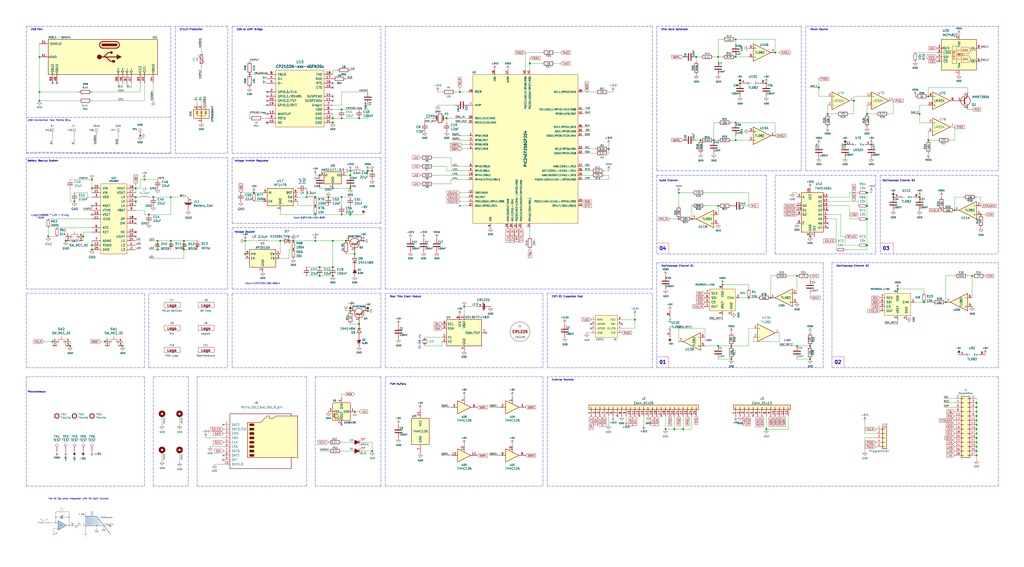
<source format=kicad_sch>
(kicad_sch (version 20211123) (generator eeschema)
  (paper "User" 594.004 328.981)
  (title_block (title "PSLab Board Schematic") (date "2021-10-20") (rev "V6.0-beta"))
  (junction (at 203.2 99.06))
  (junction (at 22.86 53.34))
  (junction (at 416.56 119.38))
  (junction (at 269.24 177.8))
  (junction (at 566.42 243.84))
  (junction (at 99.06 139.7))
  (junction (at 563.88 160.02))
  (junction (at 78.74 114.3))
  (junction (at 566.42 238.76))
  (junction (at 182.88 114.3))
  (junction (at 185.42 101.6))
  (junction (at 429.26 48.26))
  (junction (at 142.24 139.7))
  (junction (at 203.2 101.6))
  (junction (at 449.58 30.48))
  (junction (at 533.4 114.3))
  (junction (at 424.18 208.28))
  (junction (at 462.28 200.66))
  (junction (at 568.96 124.46))
  (junction (at 88.9 114.3))
  (junction (at 502.92 66.04))
  (junction (at 198.12 63.5))
  (junction (at 548.64 175.26))
  (junction (at 91.44 139.7))
  (junction (at 193.04 139.7))
  (junction (at 419.1 165.1))
  (junction (at 193.04 160.02))
  (junction (at 447.04 172.72))
  (junction (at 22.86 33.02))
  (junction (at 193.04 109.22))
  (junction (at 393.7 127))
  (junction (at 502.92 111.76))
  (junction (at 27.94 137.16))
  (junction (at 393.7 111.76))
  (junction (at 190.5 114.3))
  (junction (at 177.8 114.3))
  (junction (at 60.96 198.12))
  (junction (at 185.42 160.02))
  (junction (at 205.74 147.32))
  (junction (at 200.66 139.7))
  (junction (at 353.06 86.36))
  (junction (at 182.88 124.46))
  (junction (at 170.18 139.7))
  (junction (at 185.42 154.94))
  (junction (at 182.88 119.38))
  (junction (at 193.04 68.58))
  (junction (at 43.18 116.84))
  (junction (at 147.32 111.76))
  (junction (at 215.9 261.62))
  (junction (at 469.9 137.16))
  (junction (at 40.64 200.66))
  (junction (at 426.72 22.86))
  (junction (at 208.28 68.58))
  (junction (at 426.72 81.28))
  (junction (at 53.34 142.24))
  (junction (at 502.92 119.38))
  (junction (at 444.5 248.92))
  (junction (at 416.56 33.02))
  (junction (at 462.28 160.02))
  (junction (at 474.98 50.8))
  (junction (at 426.72 33.02))
  (junction (at 198.12 124.46))
  (junction (at 208.28 187.96))
  (junction (at 198.12 114.3))
  (junction (at 566.42 248.92))
  (junction (at 553.72 121.92))
  (junction (at 386.08 248.92))
  (junction (at 193.04 154.94))
  (junction (at 182.88 139.7))
  (junction (at 215.9 99.06))
  (junction (at 203.2 109.22))
  (junction (at 480.06 66.04))
  (junction (at 538.48 55.88))
  (junction (at 144.78 43.18))
  (junction (at 566.42 246.38))
  (junction (at 566.42 241.3))
  (junction (at 416.56 200.66))
  (junction (at 406.4 81.28))
  (junction (at 518.16 114.3))
  (junction (at 213.36 180.34))
  (junction (at 490.22 83.82))
  (junction (at 99.06 114.3))
  (junction (at 193.04 71.12))
  (junction (at 170.18 144.78))
  (junction (at 30.48 198.12))
  (junction (at 210.82 139.7))
  (junction (at 106.68 144.78))
  (junction (at 426.72 71.12))
  (junction (at 162.56 139.7))
  (junction (at 469.9 208.28))
  (junction (at 566.42 254))
  (junction (at 91.44 144.78))
  (junction (at 22.86 58.42))
  (junction (at 48.26 137.16))
  (junction (at 213.36 99.06))
  (junction (at 203.2 124.46))
  (junction (at 53.34 144.78))
  (junction (at 401.32 127))
  (junction (at 424.18 200.66))
  (junction (at 444.5 48.26))
  (junction (at 505.46 83.82))
  (junction (at 81.28 78.74))
  (junction (at 198.12 68.58))
  (junction (at 434.34 172.72))
  (junction (at 566.42 256.54))
  (junction (at 71.12 200.66))
  (junction (at 205.74 238.76))
  (junction (at 53.34 104.14))
  (junction (at 403.86 33.02))
  (junction (at 78.74 109.22))
  (junction (at 83.82 104.14))
  (junction (at 502.92 142.24))
  (junction (at 520.7 167.64))
  (junction (at 566.42 233.68))
  (junction (at 566.42 259.08))
  (junction (at 53.34 109.22))
  (junction (at 566.42 264.16))
  (junction (at 368.3 185.42))
  (junction (at 535.94 175.26))
  (junction (at 142.24 147.32))
  (junction (at 266.7 53.34))
  (junction (at 538.48 81.28))
  (junction (at 38.1 139.7))
  (junction (at 203.2 180.34))
  (junction (at 566.42 261.62))
  (junction (at 469.9 200.66))
  (junction (at 78.74 116.84))
  (junction (at 106.68 139.7))
  (junction (at 86.36 124.46))
  (junction (at 495.3 58.42))
  (junction (at 259.08 68.58))
  (junction (at 533.4 66.04))
  (junction (at 566.42 251.46))
  (junction (at 396.24 248.92))
  (junction (at 307.34 36.83))
  (junction (at 566.42 236.22))
  (junction (at 414.02 81.28))
  (junction (at 391.16 248.92))
  (junction (at 502.92 127))
  (no_connect (at 193.04 55.88))
  (no_connect (at 198.12 246.38))
  (no_connect (at 154.94 71.12))
  (no_connect (at 78.74 134.62))
  (no_connect (at 129.54 246.38))
  (no_connect (at 281.94 193.04))
  (no_connect (at 193.04 50.8))
  (no_connect (at 154.94 53.34))
  (no_connect (at 30.48 48.26))
  (no_connect (at 154.94 60.96))
  (no_connect (at 154.94 55.88))
  (no_connect (at 129.54 266.7))
  (no_connect (at 436.88 241.3))
  (no_connect (at 383.54 241.3))
  (no_connect (at 370.84 241.3))
  (no_connect (at 358.14 241.3))
  (no_connect (at 480.06 132.08))
  (no_connect (at 480.06 121.92))
  (no_connect (at 480.06 129.54))
  (no_connect (at 266.7 119.38))
  (no_connect (at 78.74 137.16))
  (no_connect (at 342.9 187.96))
  (no_connect (at 154.94 66.04))
  (no_connect (at 154.94 58.42))
  (no_connect (at 193.04 48.26))
  (no_connect (at 33.02 48.26))
  (no_connect (at 78.74 127))
  (no_connect (at 78.74 129.54))
  (no_connect (at 129.54 264.16))
  (no_connect (at 53.34 124.46))
  (no_connect (at 342.9 190.5))
  (no_connect (at 193.04 58.42))
  (no_connect (at 53.34 119.38))
  (no_connect (at 360.68 187.96))
  (wire (pts (xy 416.56 119.38) (xy 416.56 124.46)))
  (wire (pts (xy 314.325 36.83) (xy 307.34 36.83)))
  (polyline (pts (xy 579.12 152.4) (xy 579.12 213.36)))
  (wire (pts (xy 321.945 30.48) (xy 325.12 30.48)))
  (wire (pts (xy 462.28 200.66) (xy 469.9 200.66)))
  (wire (pts (xy 373.38 241.3) (xy 373.38 246.38)))
  (wire (pts (xy 266.7 53.34) (xy 271.78 53.34)))
  (wire (pts (xy 406.4 81.28) (xy 403.86 81.28)))
  (wire (pts (xy 198.12 228.6) (xy 200.66 228.6)))
  (wire (pts (xy 83.82 58.42) (xy 83.82 48.26)))
  (polyline (pts (xy 134.62 170.18) (xy 134.62 213.36)))
  (polyline (pts (xy 482.6 213.36) (xy 579.12 213.36)))
  (polyline (pts (xy 101.6 15.24) (xy 101.6 88.9)))
  (polyline (pts (xy 220.98 218.44) (xy 182.88 218.44)))
  (wire (pts (xy 553.72 160.02) (xy 548.64 160.02)))
  (wire (pts (xy 86.36 144.78) (xy 91.44 144.78)))
  (wire (pts (xy 172.72 116.84) (xy 172.72 119.38)))
  (wire (pts (xy 393.7 111.76) (xy 393.7 119.38)))
  (polyline (pts (xy 15.24 213.36) (xy 15.24 170.18)))
  (wire (pts (xy 563.88 160.02) (xy 563.88 172.72)))
  (wire (pts (xy 40.64 109.22) (xy 40.64 116.84)))
  (wire (pts (xy 198.12 228.6) (xy 198.12 231.14)))
  (wire (pts (xy 480.06 114.3) (xy 492.76 114.3)))
  (polyline (pts (xy 134.62 170.18) (xy 220.98 170.18)))
  (wire (pts (xy 314.325 30.48) (xy 304.8 30.48)))
  (wire (pts (xy 485.14 127) (xy 485.14 144.78)))
  (wire (pts (xy 213.36 99.06) (xy 210.82 99.06)))
  (wire (pts (xy 177.8 154.94) (xy 185.42 154.94)))
  (wire (pts (xy 353.06 83.82) (xy 353.06 86.36)))
  (wire (pts (xy 162.56 124.46) (xy 162.56 121.92)))
  (wire (pts (xy 401.32 119.38) (xy 401.32 127)))
  (wire (pts (xy 203.2 101.6) (xy 200.66 101.6)))
  (wire (pts (xy 204.47 45.72) (xy 200.66 45.72)))
  (wire (pts (xy 462.28 160.02) (xy 462.28 170.18)))
  (wire (pts (xy 276.86 177.8) (xy 269.24 177.8)))
  (wire (pts (xy 386.08 248.92) (xy 386.08 241.3)))
  (polyline (pts (xy 114.3 281.94) (xy 177.8 281.94)))
  (wire (pts (xy 38.1 137.16) (xy 38.1 139.7)))
  (wire (pts (xy 144.78 43.18) (xy 154.94 43.18)))
  (wire (pts (xy 152.4 48.26) (xy 154.94 48.26)))
  (wire (pts (xy 193.04 40.64) (xy 195.58 40.64)))
  (wire (pts (xy 566.42 259.08) (xy 566.42 261.62)))
  (wire (pts (xy 391.16 241.3) (xy 391.16 248.92)))
  (polyline (pts (xy 86.36 170.18) (xy 132.08 170.18)))
  (wire (pts (xy 261.62 104.14) (xy 271.78 104.14)))
  (wire (pts (xy 154.94 139.7) (xy 162.56 139.7)))
  (polyline (pts (xy 134.62 167.64) (xy 220.98 167.64)))
  (wire (pts (xy 566.42 231.14) (xy 566.42 233.68)))
  (wire (pts (xy 121.92 259.08) (xy 129.54 259.08)))
  (wire (pts (xy 261.62 91.44) (xy 261.62 96.52)))
  (wire (pts (xy 533.4 66.04) (xy 533.4 71.12)))
  (polyline (pts (xy 15.24 88.9) (xy 99.06 88.9)))
  (wire (pts (xy 106.68 144.78) (xy 114.3 144.78)))
  (wire (pts (xy 203.2 124.46) (xy 210.82 124.46)))
  (wire (pts (xy 462.28 208.28) (xy 469.9 208.28)))
  (wire (pts (xy 99.06 114.3) (xy 109.22 114.3)))
  (wire (pts (xy 99.06 139.7) (xy 106.68 139.7)))
  (wire (pts (xy 43.18 111.76) (xy 50.8 111.76)))
  (polyline (pts (xy 83.82 213.36) (xy 15.24 213.36)))
  (polyline (pts (xy 477.52 213.36) (xy 477.52 152.4)))
  (wire (pts (xy 492.76 127) (xy 497.84 127)))
  (wire (pts (xy 198.12 68.58) (xy 193.04 68.58)))
  (wire (pts (xy 561.34 50.8) (xy 561.34 53.34)))
  (polyline (pts (xy 132.08 88.9) (xy 132.08 15.24)))
  (polyline (pts (xy 449.58 147.32) (xy 508 147.32)))
  (polyline (pts (xy 464.82 15.24) (xy 381 15.24)))
  (polyline (pts (xy 182.88 281.94) (xy 220.98 281.94)))
  (wire (pts (xy 566.42 248.92) (xy 566.42 251.46)))
  (polyline (pts (xy 99.06 15.24) (xy 15.24 15.24)))
  (wire (pts (xy 22.86 53.34) (xy 22.86 58.42)))
  (wire (pts (xy 73.66 50.8) (xy 76.2 50.8)))
  (wire (pts (xy 449.58 30.48) (xy 449.58 22.86)))
  (wire (pts (xy 337.82 53.34) (xy 345.44 53.34)))
  (wire (pts (xy 193.04 139.7) (xy 193.04 154.94)))
  (wire (pts (xy 416.56 35.56) (xy 416.56 33.02)))
  (wire (pts (xy 203.2 187.96) (xy 208.28 187.96)))
  (wire (pts (xy 480.06 124.46) (xy 487.68 124.46)))
  (wire (pts (xy 198.12 68.58) (xy 208.28 68.58)))
  (wire (pts (xy 436.88 195.58) (xy 436.88 198.12)))
  (polyline (pts (xy 381 140.97) (xy 387.985 140.97)) (stroke (width 0) (type solid) (color 255 0 0 1)))
  (wire (pts (xy 520.7 167.64) (xy 535.94 167.64)))
  (wire (pts (xy 561.34 63.5) (xy 563.88 63.5)))
  (wire (pts (xy 505.46 111.76) (xy 502.92 111.76)))
  (wire (pts (xy 337.82 88.9) (xy 345.44 88.9)))
  (wire (pts (xy 71.12 198.12) (xy 71.12 200.66)))
  (wire (pts (xy 193.04 139.7) (xy 200.66 139.7)))
  (polyline (pts (xy 579.12 101.6) (xy 579.12 147.32)))
  (polyline (pts (xy 378.46 170.18) (xy 317.5 170.18)))
  (wire (pts (xy 193.04 43.18) (xy 193.04 40.64)))
  (wire (pts (xy 416.56 208.28) (xy 424.18 208.28)))
  (wire (pts (xy 502.92 144.78) (xy 502.92 142.24)))
  (wire (pts (xy 487.68 124.46) (xy 487.68 137.16)))
  (wire (pts (xy 30.48 198.12) (xy 30.48 200.66)))
  (wire (pts (xy 436.88 198.12) (xy 452.12 198.12)))
  (wire (pts (xy 533.4 71.12) (xy 538.48 71.12)))
  (polyline (pts (xy 220.98 170.18) (xy 220.98 213.36)))
  (polyline (pts (xy 510.54 101.6) (xy 579.12 101.6)))
  (wire (pts (xy 547.37 231.14) (xy 553.72 231.14)))
  (polyline (pts (xy 482.6 152.4) (xy 579.12 152.4)))
  (polyline (pts (xy 15.24 15.24) (xy 15.24 88.9)))
  (wire (pts (xy 142.24 139.7) (xy 149.86 139.7)))
  (wire (pts (xy 408.94 200.66) (xy 416.56 200.66)))
  (wire (pts (xy 501.65 244.475) (xy 501.65 251.46)))
  (wire (pts (xy 459.74 111.76) (xy 462.28 111.76)))
  (wire (pts (xy 424.18 200.66) (xy 434.34 200.66)))
  (wire (pts (xy 27.94 127) (xy 53.34 127)))
  (polyline (pts (xy 134.62 91.44) (xy 134.62 129.54)))
  (wire (pts (xy 264.16 71.12) (xy 271.78 71.12)))
  (wire (pts (xy 416.56 33.02) (xy 419.1 33.02)))
  (wire (pts (xy 198.12 261.62) (xy 203.2 261.62)))
  (wire (pts (xy 426.72 25.4) (xy 426.72 22.86)))
  (polyline (pts (xy 510.54 147.32) (xy 579.12 147.32)))
  (wire (pts (xy 480.06 119.38) (xy 492.76 119.38)))
  (wire (pts (xy 198.12 63.5) (xy 208.28 63.5)))
  (wire (pts (xy 81.28 109.22) (xy 81.28 104.14)))
  (wire (pts (xy 162.56 139.7) (xy 162.56 147.32)))
  (wire (pts (xy 264.16 53.34) (xy 266.7 53.34)))
  (wire (pts (xy 350.52 101.6) (xy 353.06 101.6)))
  (wire (pts (xy 213.36 68.58) (xy 208.28 68.58)))
  (polyline (pts (xy 378.46 167.64) (xy 223.52 167.64)))
  (wire (pts (xy 411.48 185.42) (xy 419.1 185.42)))
  (wire (pts (xy 91.44 144.78) (xy 99.06 144.78)))
  (wire (pts (xy 106.68 139.7) (xy 114.3 139.7)))
  (polyline (pts (xy 220.98 132.08) (xy 134.62 132.08)))
  (wire (pts (xy 22.86 33.02) (xy 22.86 53.34)))
  (wire (pts (xy 198.12 114.3) (xy 203.2 114.3)))
  (wire (pts (xy 469.9 160.02) (xy 469.9 162.56)))
  (polyline (pts (xy 134.62 129.54) (xy 220.98 129.54)))
  (wire (pts (xy 172.72 119.38) (xy 182.88 119.38)))
  (wire (pts (xy 210.82 261.62) (xy 215.9 261.62)))
  (wire (pts (xy 353.06 246.38) (xy 353.06 241.3)))
  (wire (pts (xy 203.2 119.38) (xy 203.2 124.46)))
  (wire (pts (xy 416.56 200.66) (xy 424.18 200.66)))
  (wire (pts (xy 444.5 248.92) (xy 457.2 248.92)))
  (wire (pts (xy 492.76 66.04) (xy 495.3 66.04)))
  (polyline (pts (xy 15.24 281.94) (xy 83.82 281.94)))
  (polyline (pts (xy 15.24 170.18) (xy 83.82 170.18)))
  (wire (pts (xy 396.24 241.3) (xy 396.24 248.92)))
  (polyline (pts (xy 15.24 218.44) (xy 15.24 281.94)))
  (polyline (pts (xy 109.22 218.44) (xy 88.9 218.44)))
  (wire (pts (xy 76.2 50.8) (xy 76.2 48.26)))
  (wire (pts (xy 414.02 71.12) (xy 414.02 81.28)))
  (wire (pts (xy 538.48 50.8) (xy 561.34 50.8)))
  (wire (pts (xy 71.12 48.26) (xy 71.12 50.8)))
  (wire (pts (xy 480.06 66.04) (xy 480.06 60.96)))
  (wire (pts (xy 182.88 124.46) (xy 162.56 124.46)))
  (polyline (pts (xy 223.52 15.24) (xy 378.46 15.24)))
  (wire (pts (xy 48.26 137.16) (xy 48.26 139.7)))
  (wire (pts (xy 259.08 99.06) (xy 271.78 99.06)))
  (wire (pts (xy 147.32 116.84) (xy 152.4 116.84)))
  (wire (pts (xy 566.42 236.22) (xy 566.42 238.76)))
  (wire (pts (xy 502.92 66.04) (xy 502.92 60.96)))
  (wire (pts (xy 490.22 142.24) (xy 497.84 142.24)))
  (wire (pts (xy 535.94 175.26) (xy 541.02 175.26)))
  (wire (pts (xy 246.38 68.58) (xy 246.38 71.12)))
  (wire (pts (xy 518.16 66.04) (xy 518.16 58.42)))
  (polyline (pts (xy 15.24 67.945) (xy 99.06 67.945)))
  (wire (pts (xy 185.42 109.22) (xy 193.04 109.22)))
  (wire (pts (xy 416.56 33.02) (xy 416.56 22.86)))
  (wire (pts (xy 566.42 233.68) (xy 566.42 236.22)))
  (wire (pts (xy 271.78 119.38) (xy 266.7 119.38)))
  (wire (pts (xy 251.46 101.6) (xy 271.78 101.6)))
  (wire (pts (xy 43.18 78.74) (xy 43.18 83.82)))
  (wire (pts (xy 48.26 121.92) (xy 53.34 121.92)))
  (polyline (pts (xy 317.5 218.44) (xy 317.5 281.94)))
  (polyline (pts (xy 381 99.06) (xy 464.82 99.06)))
  (wire (pts (xy 60.96 200.66) (xy 60.96 198.12)))
  (wire (pts (xy 457.2 160.02) (xy 462.28 160.02)))
  (wire (pts (xy 190.5 114.3) (xy 198.12 114.3)))
  (polyline (pts (xy 134.62 15.24) (xy 134.62 88.9)))
  (wire (pts (xy 501.65 251.46) (xy 508 251.46)))
  (polyline (pts (xy 83.82 281.94) (xy 83.82 218.44)))
  (wire (pts (xy 266.7 116.84) (xy 271.78 116.84)))
  (polyline (pts (xy 132.08 91.44) (xy 15.24 91.44)))
  (wire (pts (xy 193.04 60.96) (xy 198.12 60.96)))
  (wire (pts (xy 99.06 124.46) (xy 99.06 114.3)))
  (polyline (pts (xy 464.82 99.06) (xy 464.82 15.24)))
  (wire (pts (xy 60.96 198.12) (xy 58.42 198.12)))
  (wire (pts (xy 259.08 68.58) (xy 271.78 68.58)))
  (wire (pts (xy 396.24 248.92) (xy 391.16 248.92)))
  (wire (pts (xy 86.36 139.7) (xy 91.44 139.7)))
  (polyline (pts (xy 387.985 140.97) (xy 387.985 147.32)) (stroke (width 0) (type solid) (color 255 0 0 1)))
  (wire (pts (xy 360.68 185.42) (xy 368.3 185.42)))
  (wire (pts (xy 408.94 190.5) (xy 408.94 195.58)))
  (wire (pts (xy 193.04 68.58) (xy 193.04 71.12)))
  (wire (pts (xy 553.72 114.3) (xy 553.72 121.92)))
  (wire (pts (xy 485.14 66.04) (xy 480.06 66.04)))
  (polyline (pts (xy 579.12 281.94) (xy 579.12 218.44)))
  (wire (pts (xy 449.58 30.48) (xy 452.12 30.48)))
  (wire (pts (xy 119.38 254) (xy 129.54 254)))
  (wire (pts (xy 55.88 78.74) (xy 55.88 83.82)))
  (polyline (pts (xy 114.3 218.44) (xy 114.3 281.94)))
  (wire (pts (xy 566.42 266.7) (xy 566.42 264.16)))
  (wire (pts (xy 307.34 33.655) (xy 307.34 36.83)))
  (polyline (pts (xy 508 101.6) (xy 508 147.32)))
  (wire (pts (xy 535.94 167.64) (xy 535.94 170.18)))
  (wire (pts (xy 502.92 119.38) (xy 502.92 127)))
  (wire (pts (xy 368.3 190.5) (xy 368.3 185.42)))
  (wire (pts (xy 170.18 139.7) (xy 182.88 139.7)))
  (wire (pts (xy 142.24 139.7) (xy 142.24 147.32)))
  (polyline (pts (xy 317.5 281.94) (xy 579.12 281.94)))
  (polyline (pts (xy 15.24 88.265) (xy 99.06 88.9)))
  (wire (pts (xy 502.92 111.76) (xy 502.92 119.38)))
  (wire (pts (xy 495.3 66.04) (xy 495.3 58.42)))
  (wire (pts (xy 267.97 83.82) (xy 271.78 83.82)))
  (polyline (pts (xy 314.96 213.36) (xy 314.96 170.18)))
  (wire (pts (xy 538.48 76.2) (xy 538.48 81.28)))
  (wire (pts (xy 40.64 116.84) (xy 43.18 116.84)))
  (wire (pts (xy 78.74 109.22) (xy 78.74 106.68)))
  (wire (pts (xy 266.7 111.76) (xy 271.78 111.76)))
  (wire (pts (xy 558.8 114.3) (xy 553.72 114.3)))
  (wire (pts (xy 434.34 165.1) (xy 434.34 167.64)))
  (wire (pts (xy 167.64 144.78) (xy 170.18 144.78)))
  (wire (pts (xy 337.82 101.6) (xy 342.9 101.6)))
  (wire (pts (xy 419.1 165.1) (xy 434.34 165.1)))
  (wire (pts (xy 182.88 114.3) (xy 190.5 114.3)))
  (polyline (pts (xy 381 213.36) (xy 477.52 213.36)))
  (polyline (pts (xy 449.58 147.32) (xy 449.58 101.6)))
  (wire (pts (xy 193.04 109.22) (xy 203.2 109.22)))
  (wire (pts (xy 497.84 116.84) (xy 497.84 119.38)))
  (wire (pts (xy 27.94 132.08) (xy 27.94 137.16)))
  (wire (pts (xy 452.12 200.66) (xy 462.28 200.66)))
  (wire (pts (xy 68.58 48.26) (xy 68.58 50.8)))
  (wire (pts (xy 93.98 264.795) (xy 93.98 267.335)))
  (wire (pts (xy 251.46 106.68) (xy 261.62 106.68)))
  (polyline (pts (xy 381 101.6) (xy 444.5 101.6)))
  (wire (pts (xy 353.06 104.14) (xy 337.82 104.14)))
  (polyline (pts (xy 317.5 213.36) (xy 378.46 213.36)))
  (wire (pts (xy 48.26 134.62) (xy 48.26 137.16)))
  (polyline (pts (xy 314.96 218.44) (xy 314.96 281.94)))
  (wire (pts (xy 124.46 269.24) (xy 129.54 269.24)))
  (wire (pts (xy 342.265 96.52) (xy 337.82 96.52)))
  (wire (pts (xy 78.74 116.84) (xy 78.74 119.38)))
  (wire (pts (xy 266.7 50.8) (xy 266.7 53.34)))
  (wire (pts (xy 508 66.04) (xy 502.92 66.04)))
  (polyline (pts (xy 88.9 218.44) (xy 88.9 281.94)))
  (wire (pts (xy 469.9 137.16) (xy 472.44 137.16)))
  (wire (pts (xy 213.36 60.96) (xy 213.36 68.58)))
  (wire (pts (xy 416.56 71.12) (xy 414.02 71.12)))
  (polyline (pts (xy 223.52 281.94) (xy 314.96 281.94)))
  (wire (pts (xy 177.8 160.02) (xy 185.42 160.02)))
  (wire (pts (xy 45.72 53.34) (xy 22.86 53.34)))
  (wire (pts (xy 403.86 33.02) (xy 406.4 33.02)))
  (wire (pts (xy 566.42 246.38) (xy 566.42 248.92)))
  (wire (pts (xy 530.86 175.26) (xy 535.94 175.26)))
  (wire (pts (xy 283.845 264.16) (xy 289.56 264.16)))
  (polyline (pts (xy 220.98 88.9) (xy 220.98 15.24)))
  (wire (pts (xy 198.12 53.34) (xy 198.12 60.96)))
  (wire (pts (xy 444.5 241.3) (xy 444.5 248.92)))
  (wire (pts (xy 350.52 99.06) (xy 353.06 99.06)))
  (polyline (pts (xy 86.36 213.36) (xy 86.36 170.18)))
  (wire (pts (xy 116.84 45.72) (xy 116.84 38.1)))
  (wire (pts (xy 501.65 261.62) (xy 501.65 254)))
  (wire (pts (xy 172.72 109.22) (xy 172.72 111.76)))
  (wire (pts (xy 45.72 58.42) (xy 22.86 58.42)))
  (wire (pts (xy 142.24 147.32) (xy 142.24 149.86)))
  (polyline (pts (xy 223.52 218.44) (xy 314.96 218.44)))
  (wire (pts (xy 401.32 241.3) (xy 401.32 248.92)))
  (wire (pts (xy 355.6 53.34) (xy 353.06 53.34)))
  (wire (pts (xy 255.905 264.16) (xy 261.62 264.16)))
  (wire (pts (xy 403.86 35.56) (xy 403.86 33.02)))
  (polyline (pts (xy 99.06 88.9) (xy 99.06 15.24)))
  (wire (pts (xy 487.68 137.16) (xy 490.22 137.16)))
  (wire (pts (xy 566.42 261.62) (xy 566.42 264.16)))
  (polyline (pts (xy 579.12 99.06) (xy 579.12 15.24)))
  (wire (pts (xy 73.66 48.26) (xy 73.66 50.8)))
  (wire (pts (xy 172.72 114.3) (xy 177.8 114.3)))
  (polyline (pts (xy 317.5 170.18) (xy 317.5 213.36)))
  (wire (pts (xy 119.38 55.88) (xy 119.38 60.96)))
  (wire (pts (xy 469.9 170.18) (xy 469.9 172.72)))
  (wire (pts (xy 53.34 134.62) (xy 48.26 134.62)))
  (wire (pts (xy 490.22 137.16) (xy 490.22 142.24)))
  (wire (pts (xy 198.12 53.34) (xy 213.36 53.34)))
  (polyline (pts (xy 109.22 281.94) (xy 109.22 218.44)))
  (polyline (pts (xy 220.98 281.94) (xy 220.98 218.44)))
  (wire (pts (xy 533.4 60.96) (xy 538.48 60.96)))
  (polyline (pts (xy 134.62 132.08) (xy 134.62 167.64)))
  (wire (pts (xy 501.65 254) (xy 508 254)))
  (wire (pts (xy 106.68 144.78) (xy 106.68 149.86)))
  (wire (pts (xy 426.72 78.74) (xy 426.72 81.28)))
  (wire (pts (xy 68.58 78.74) (xy 68.58 83.82)))
  (wire (pts (xy 393.7 190.5) (xy 393.7 198.12)))
  (wire (pts (xy 337.82 76.2) (xy 342.265 76.2)))
  (wire (pts (xy 22.86 25.4) (xy 22.86 33.02)))
  (polyline (pts (xy 381 152.4) (xy 477.52 152.4)))
  (polyline (pts (xy 381 15.24) (xy 381 99.06)))
  (wire (pts (xy 246.38 200.66) (xy 256.54 200.66)))
  (wire (pts (xy 81.28 104.14) (xy 83.82 104.14)))
  (wire (pts (xy 474.98 50.8) (xy 474.98 55.88)))
  (wire (pts (xy 152.4 45.72) (xy 154.94 45.72)))
  (wire (pts (xy 182.88 119.38) (xy 190.5 119.38)))
  (wire (pts (xy 114.3 55.88) (xy 114.3 60.96)))
  (wire (pts (xy 210.82 256.54) (xy 215.9 256.54)))
  (wire (pts (xy 363.22 243.84) (xy 363.22 241.3)))
  (wire (pts (xy 429.26 172.72) (xy 434.34 172.72)))
  (wire (pts (xy 528.32 66.04) (xy 533.4 66.04)))
  (wire (pts (xy 447.04 160.02) (xy 447.04 172.72)))
  (polyline (pts (xy 387.985 207.01) (xy 387.985 213.36)) (stroke (width 0) (type solid) (color 255 0 0 1)))
  (wire (pts (xy 81.28 53.34) (xy 81.28 48.26)))
  (polyline (pts (xy 467.36 99.06) (xy 579.12 99.06)))
  (wire (pts (xy 50.8 111.76) (xy 50.8 114.3)))
  (wire (pts (xy 533.4 60.96) (xy 533.4 66.04)))
  (polyline (pts (xy 314.96 170.18) (xy 223.52 170.18)))
  (polyline (pts (xy 444.5 101.6) (xy 444.5 147.32)))
  (wire (pts (xy 547.37 236.22) (xy 553.72 236.22)))
  (polyline (pts (xy 177.8 218.44) (xy 114.3 218.44)))
  (wire (pts (xy 205.74 238.76) (xy 208.28 238.76)))
  (wire (pts (xy 53.34 139.7) (xy 53.34 142.24)))
  (wire (pts (xy 259.08 68.58) (xy 259.08 71.12)))
  (wire (pts (xy 251.46 91.44) (xy 261.62 91.44)))
  (wire (pts (xy 345.44 86.36) (xy 337.82 86.36)))
  (polyline (pts (xy 510.54 140.97) (xy 518.16 140.97)) (stroke (width 0) (type solid) (color 255 0 0 1)))
  (polyline (pts (xy 177.8 218.44) (xy 177.8 281.94)))
  (wire (pts (xy 401.32 248.92) (xy 396.24 248.92)))
  (polyline (pts (xy 83.82 218.44) (xy 15.24 218.44)))
  (wire (pts (xy 480.06 127) (xy 485.14 127)))
  (wire (pts (xy 203.2 40.64) (xy 205.74 40.64)))
  (wire (pts (xy 566.42 243.84) (xy 566.42 246.38)))
  (wire (pts (xy 342.265 78.74) (xy 337.82 78.74)))
  (wire (pts (xy 283.845 236.22) (xy 289.56 236.22)))
  (wire (pts (xy 342.265 73.66) (xy 337.82 73.66)))
  (wire (pts (xy 147.32 111.76) (xy 152.4 111.76)))
  (wire (pts (xy 185.42 101.6) (xy 182.88 101.6)))
  (wire (pts (xy 426.72 33.02) (xy 434.34 33.02)))
  (wire (pts (xy 185.42 160.02) (xy 193.04 160.02)))
  (wire (pts (xy 490.22 144.78) (xy 502.92 144.78)))
  (polyline (pts (xy 510.54 101.6) (xy 510.54 147.32)))
  (wire (pts (xy 86.36 124.46) (xy 99.06 124.46)))
  (wire (pts (xy 215.9 256.54) (xy 215.9 261.62)))
  (polyline (pts (xy 489.585 207.01) (xy 489.585 213.36)) (stroke (width 0) (type solid) (color 255 0 0 1)))
  (wire (pts (xy 261.62 96.52) (xy 271.78 96.52)))
  (polyline (pts (xy 223.52 213.36) (xy 314.96 213.36)))
  (wire (pts (xy 502.92 127) (xy 502.92 142.24)))
  (wire (pts (xy 492.76 119.38) (xy 492.76 127)))
  (wire (pts (xy 167.64 149.86) (xy 162.56 149.86)))
  (polyline (pts (xy 220.98 213.36) (xy 134.62 213.36)))
  (wire (pts (xy 391.16 248.92) (xy 386.08 248.92)))
  (wire (pts (xy 27.94 137.16) (xy 33.02 137.16)))
  (wire (pts (xy 25.4 198.12) (xy 30.48 198.12)))
  (polyline (pts (xy 86.36 213.36) (xy 132.08 213.36)))
  (wire (pts (xy 568.96 124.46) (xy 571.5 124.46)))
  (wire (pts (xy 246.38 68.58) (xy 251.46 68.58)))
  (wire (pts (xy 553.72 81.28) (xy 553.72 73.66)))
  (wire (pts (xy 530.86 30.48) (xy 543.56 30.48)))
  (wire (pts (xy 469.9 50.8) (xy 474.98 50.8)))
  (polyline (pts (xy 88.9 281.94) (xy 109.22 281.94)))
  (wire (pts (xy 449.58 78.74) (xy 449.58 71.12)))
  (wire (pts (xy 104.14 243.84) (xy 104.14 246.38)))
  (wire (pts (xy 426.72 81.28) (xy 434.34 81.28)))
  (wire (pts (xy 200.66 147.32) (xy 205.74 147.32)))
  (wire (pts (xy 254 60.96) (xy 264.16 60.96)))
  (wire (pts (xy 434.34 111.76) (xy 434.34 119.38)))
  (wire (pts (xy 106.68 149.86) (xy 86.36 149.86)))
  (wire (pts (xy 568.96 114.3) (xy 568.96 119.38)))
  (wire (pts (xy 538.48 55.88) (xy 538.48 50.8)))
  (wire (pts (xy 269.24 177.8) (xy 269.24 182.88)))
  (polyline (pts (xy 15.24 167.64) (xy 132.08 167.64)))
  (wire (pts (xy 271.78 86.36) (xy 267.97 86.36)))
  (wire (pts (xy 307.34 137.16) (xy 307.34 132.08)))
  (wire (pts (xy 513.08 187.96) (xy 520.7 187.96)))
  (wire (pts (xy 78.74 109.22) (xy 81.28 109.22)))
  (wire (pts (xy 152.4 68.58) (xy 154.94 68.58)))
  (wire (pts (xy 426.72 22.86) (xy 449.58 22.86)))
  (polyline (pts (xy 83.82 170.18) (xy 83.82 213.36)))
  (wire (pts (xy 414.02 81.28) (xy 416.56 81.28)))
  (wire (pts (xy 198.12 114.3) (xy 198.12 119.38)))
  (wire (pts (xy 83.82 124.46) (xy 86.36 124.46)))
  (wire (pts (xy 30.48 83.82) (xy 30.48 78.74)))
  (wire (pts (xy 185.42 261.62) (xy 190.5 261.62)))
  (wire (pts (xy 53.34 104.14) (xy 53.34 109.22)))
  (wire (pts (xy 457.2 248.92) (xy 457.2 241.3)))
  (wire (pts (xy 337.82 63.5) (xy 342.265 63.5)))
  (wire (pts (xy 342.265 66.04) (xy 337.82 66.04)))
  (wire (pts (xy 198.12 124.46) (xy 203.2 124.46)))
  (wire (pts (xy 434.34 172.72) (xy 439.42 172.72)))
  (wire (pts (xy 40.64 200.66) (xy 40.64 198.12)))
  (wire (pts (xy 255.905 236.22) (xy 261.62 236.22)))
  (wire (pts (xy 553.72 233.68) (xy 547.37 233.68)))
  (wire (pts (xy 177.8 109.22) (xy 177.8 114.3)))
  (wire (pts (xy 495.3 55.88) (xy 502.92 55.88)))
  (wire (pts (xy 368.3 182.88) (xy 368.3 185.42)))
  (wire (pts (xy 353.06 86.36) (xy 353.06 88.9)))
  (wire (pts (xy 251.46 96.52) (xy 259.08 96.52)))
  (wire (pts (xy 68.58 50.8) (xy 71.12 50.8)))
  (polyline (pts (xy 132.08 15.24) (xy 101.6 15.24)))
  (polyline (pts (xy 378.46 15.24) (xy 378.46 167.64)))
  (wire (pts (xy 53.34 111.76) (xy 53.34 109.22)))
  (polyline (pts (xy 223.52 170.18) (xy 223.52 213.36)))
  (wire (pts (xy 53.34 53.34) (xy 81.28 53.34)))
  (wire (pts (xy 480.06 116.84) (xy 497.84 116.84)))
  (polyline (pts (xy 381 101.6) (xy 381 147.32)))
  (wire (pts (xy 116.84 22.225) (xy 116.84 30.48)))
  (wire (pts (xy 515.62 66.04) (xy 518.16 66.04)))
  (wire (pts (xy 543.56 81.28) (xy 538.48 81.28)))
  (wire (pts (xy 474.98 55.88) (xy 480.06 55.88)))
  (wire (pts (xy 393.7 111.76) (xy 401.32 111.76)))
  (polyline (pts (xy 134.62 88.9) (xy 220.98 88.9)))
  (wire (pts (xy 434.34 190.5) (xy 436.88 190.5)))
  (polyline (pts (xy 482.6 207.01) (xy 489.585 207.01)) (stroke (width 0) (type solid) (color 255 0 0 1)))
  (polyline (pts (xy 223.52 167.64) (xy 223.52 15.24)))
  (wire (pts (xy 198.12 256.54) (xy 203.2 256.54)))
  (wire (pts (xy 419.1 185.42) (xy 419.1 182.88)))
  (polyline (pts (xy 449.58 101.6) (xy 508 101.6)))
  (wire (pts (xy 566.42 241.3) (xy 566.42 243.84)))
  (wire (pts (xy 86.36 114.3) (xy 88.9 114.3)))
  (wire (pts (xy 566.42 238.76) (xy 566.42 241.3)))
  (wire (pts (xy 271.78 114.3) (xy 266.7 114.3)))
  (wire (pts (xy 434.34 200.66) (xy 434.34 190.5)))
  (wire (pts (xy 408.94 119.38) (xy 416.56 119.38)))
  (wire (pts (xy 424.18 71.12) (xy 426.72 71.12)))
  (polyline (pts (xy 101.6 88.9) (xy 132.08 88.9)))
  (wire (pts (xy 182.88 139.7) (xy 193.04 139.7)))
  (wire (pts (xy 388.62 127) (xy 393.7 127)))
  (wire (pts (xy 416.56 22.86) (xy 419.1 22.86)))
  (wire (pts (xy 261.62 104.14) (xy 261.62 106.68)))
  (polyline (pts (xy 15.24 91.44) (xy 15.24 167.64)))
  (wire (pts (xy 193.04 63.5) (xy 198.12 63.5)))
  (wire (pts (xy 91.44 139.7) (xy 99.06 139.7)))
  (wire (pts (xy 447.04 160.02) (xy 449.58 160.02)))
  (wire (pts (xy 193.04 66.04) (xy 193.04 68.58)))
  (polyline (pts (xy 182.88 218.44) (xy 182.88 281.94)))
  (wire (pts (xy 88.9 48.26) (xy 88.9 58.42)))
  (polyline (pts (xy 579.12 218.44) (xy 317.5 218.44)))
  (wire (pts (xy 256.54 200.66) (xy 256.54 198.12)))
  (wire (pts (xy 215.9 99.06) (xy 213.36 99.06)))
  (polyline (pts (xy 220.98 132.08) (xy 220.98 167.64)))
  (wire (pts (xy 53.34 58.42) (xy 83.82 58.42)))
  (wire (pts (xy 246.38 195.58) (xy 256.54 195.58)))
  (polyline (pts (xy 518.16 140.97) (xy 518.16 147.32)) (stroke (width 0) (type solid) (color 255 0 0 1)))
  (wire (pts (xy 271.78 78.74) (xy 262.255 78.74)))
  (polyline (pts (xy 467.36 15.24) (xy 467.36 99.06)))
  (wire (pts (xy 353.06 101.6) (xy 353.06 104.14)))
  (wire (pts (xy 566.42 256.54) (xy 566.42 259.08)))
  (wire (pts (xy 78.74 114.3) (xy 81.28 114.3)))
  (wire (pts (xy 452.12 198.12) (xy 452.12 193.04)))
  (wire (pts (xy 78.74 121.92) (xy 83.82 121.92)))
  (wire (pts (xy 88.9 114.3) (xy 99.06 114.3)))
  (wire (pts (xy 116.84 55.88) (xy 116.84 60.96)))
  (wire (pts (xy 167.64 144.78) (xy 167.64 149.86)))
  (wire (pts (xy 78.74 109.22) (xy 78.74 111.76)))
  (wire (pts (xy 200.66 180.34) (xy 203.2 180.34)))
  (wire (pts (xy 408.94 111.76) (xy 434.34 111.76)))
  (wire (pts (xy 492.76 114.3) (xy 492.76 111.76)))
  (wire (pts (xy 566.42 254) (xy 566.42 256.54)))
  (wire (pts (xy 33.02 132.08) (xy 53.34 132.08)))
  (polyline (pts (xy 132.08 167.64) (xy 132.08 91.44)))
  (wire (pts (xy 53.34 142.24) (xy 53.34 144.78)))
  (polyline (pts (xy 579.12 15.24) (xy 467.36 15.24)))
  (wire (pts (xy 325.12 36.83) (xy 321.945 36.83)))
  (polyline (pts (xy 381 207.01) (xy 387.985 207.01)) (stroke (width 0) (type solid) (color 255 0 0 1)))
  (wire (pts (xy 414.02 33.02) (xy 416.56 33.02)))
  (polyline (pts (xy 220.98 91.44) (xy 134.62 91.44)))
  (wire (pts (xy 520.7 187.96) (xy 520.7 185.42)))
  (wire (pts (xy 342.9 193.04) (xy 340.36 193.04)))
  (wire (pts (xy 566.42 251.46) (xy 566.42 254)))
  (wire (pts (xy 548.64 160.02) (xy 548.64 175.26)))
  (polyline (pts (xy 220.98 129.54) (xy 220.98 91.44)))
  (polyline (pts (xy 381 147.32) (xy 444.5 147.32)))
  (wire (pts (xy 50.8 114.3) (xy 53.34 114.3)))
  (wire (pts (xy 254 53.34) (xy 256.54 53.34)))
  (wire (pts (xy 337.82 99.06) (xy 342.9 99.06)))
  (wire (pts (xy 259.08 96.52) (xy 259.08 99.06)))
  (wire (pts (xy 426.72 71.12) (xy 449.58 71.12)))
  (wire (pts (xy 304.8 30.48) (xy 304.8 40.64)))
  (wire (pts (xy 566.42 114.3) (xy 568.96 114.3)))
  (wire (pts (xy 360.68 190.5) (xy 368.3 190.5)))
  (polyline (pts (xy 223.52 281.94) (xy 223.52 218.44)))
  (wire (pts (xy 424.18 81.28) (xy 426.72 81.28)))
  (wire (pts (xy 561.34 160.02) (xy 563.88 160.02)))
  (wire (pts (xy 185.42 154.94) (xy 193.04 154.94)))
  (polyline (pts (xy 381 152.4) (xy 381 213.36)))
  (wire (pts (xy 474.98 45.72) (xy 474.98 50.8)))
  (wire (pts (xy 551.18 81.28) (xy 553.72 81.28)))
  (wire (pts (xy 495.3 58.42) (xy 495.3 55.88)))
  (wire (pts (xy 83.82 104.14) (xy 91.44 104.14)))
  (wire (pts (xy 144.78 66.04) (xy 144.78 68.58)))
  (wire (pts (xy 307.34 36.83) (xy 307.34 40.64)))
  (wire (pts (xy 203.2 101.6) (xy 203.2 99.06)))
  (wire (pts (xy 182.88 124.46) (xy 198.12 124.46)))
  (wire (pts (xy 83.82 121.92) (xy 83.82 124.46)))
  (wire (pts (xy 462.28 111.76) (xy 462.28 114.3)))
  (wire (pts (xy 434.34 119.38) (xy 431.8 119.38)))
  (polyline (pts (xy 378.46 213.36) (xy 378.46 170.18)))
  (wire (pts (xy 497.84 111.76) (xy 492.76 111.76)))
  (wire (pts (xy 93.98 246.38) (xy 93.98 243.84)))
  (wire (pts (xy 262.255 81.28) (xy 271.78 81.28)))
  (wire (pts (xy 393.7 190.5) (xy 408.94 190.5)))
  (wire (pts (xy 104.14 267.97) (xy 104.14 264.795)))
  (wire (pts (xy 139.7 111.76) (xy 147.32 111.76)))
  (polyline (pts (xy 482.6 152.4) (xy 482.6 213.36)))
  (polyline (pts (xy 132.08 170.18) (xy 132.08 213.36)))
  (polyline (pts (xy 220.98 15.24) (xy 134.62 15.24)))
  (wire (pts (xy 78.74 116.84) (xy 78.74 114.3)))
  (wire (pts (xy 40.64 104.14) (xy 53.34 104.14)))
  (image (at 43.815 302.895))
  (text "Vout=1.23*210k/30k=8.61V" (at 142.24 165.1 0) (effects (font (size 0.9398 0.9398)) (justify left bottom)))
  (text "USB Connection Test Points BCu." (at 15.875 70.485 0) (effects (font (size 0.9906 0.9906) italic) (justify left bottom)))
  (text "USB Port" (at 17.78 17.78 0) (effects (font (size 0.9906 0.9906) (thickness 0.1981) bold) (justify left bottom)))
  (text "Oscilloscope Channel 01" (at 383.54 154.94 0) (effects (font (size 0.9906 0.9906) (thickness 0.1981) bold) (justify left bottom)))
  (text "Power Source" (at 469.9 17.78 0) (effects (font (size 0.9906 0.9906) (thickness 0.1981) bold) (justify left bottom)))
  (text "Voltage Inverter Regulator" (at 135.89 93.98 0) (effects (font (size 0.9906 0.9906) (thickness 0.1981) bold) (justify left bottom)))
  (text "Real Time Clock Module" (at 226.06 172.72 0) (effects (font (size 0.9906 0.9906) (thickness 0.1981) bold) (justify left bottom)))
  (text "PWM Buffers" (at 226.06 223.52 0) (effects (font (size 0.9906 0.9906) (thickness 0.1981) bold) (justify left bottom)))
  (text "Battery Backup System" (at 15.875 93.98 0) (effects (font (size 1.016 1.016) (thickness 0.2032) bold) (justify left bottom)))
  (text "1.65V" (at 408.94 198.12 0) (effects (font (size 0.9398 0.9398)) (justify left bottom)))
  (text "Sine Wave Generator" (at 383.54 17.78 0) (effects (font (size 0.9906 0.9906) (thickness 0.1981) bold) (justify left bottom)))
  (text "Audio Channel" (at 382.27 105.41 0) (effects (font (size 0.9906 0.9906) (thickness 0.1981) bold) (justify left bottom)))
  (text "Circuit Protection" (at 104.14 17.78 0) (effects (font (size 0.9906 0.9906) (thickness 0.1981) bold) (justify left bottom)))
  (text "The AC Op-amp Integrator with DC Gain Control\n\n" (at 27.94 291.465 0) (effects (font (size 0.9398 0.9398)) (justify left bottom)))
  (text "Voltage Doubler" (at 135.89 135.255 0) (effects (font (size 0.9906 0.9906) (thickness 0.1981) bold) (justify left bottom)))
  (text "Vout=0.8*110k/10k=8.8V" (at 170.18 127 0) (effects (font (size 0.9398 0.9398)) (justify left bottom)))
  (text "03" (at 511.81 145.415 0) (effects (font (size 2.0066 2.0066) (thickness 0.4013) bold) (justify left bottom)))
  (text "02" (at 483.87 211.455 0) (effects (font (size 2.0066 2.0066) (thickness 0.4013) bold) (justify left bottom)))
  (text "I_chg=100000 * 1.2V / R_chg\n     =0.6A" (at 17.78 127 0) (effects (font (size 0.9398 0.9398)) (justify left bottom)))
  (text "USB to UART Bridge" (at 137.16 17.78 0) (effects (font (size 0.9906 0.9906) (thickness 0.1981) bold) (justify left bottom)))
  (text "01" (at 382.27 211.455 0) (effects (font (size 2.0066 2.0066) (thickness 0.4013) bold) (justify left bottom)))
  (text "1.50V" (at 454.66 198.12 0) (effects (font (size 0.9398 0.9398)) (justify left bottom)))
  (text "Miscellaneous" (at 15.875 227.965 0) (effects (font (size 0.9906 0.9906) (thickness 0.1981) bold) (justify left bottom)))
  (text "04" (at 382.27 145.415 0) (effects (font (size 2.0066 2.0066) (thickness 0.4013) bold) (justify left bottom)))
  (text "Oscilloscope Channel 03" (at 511.81 105.41 0) (effects (font (size 0.9906 0.9906) (thickness 0.1981) bold) (justify left bottom)))
  (text "Oscilloscope Channel 02" (at 485.14 154.94 0) (effects (font (size 0.9906 0.9906) (thickness 0.1981) bold) (justify left bottom)))
  (text "ESP-01 Expansion Slot" (at 320.04 172.72 0) (effects (font (size 0.9906 0.9906) (thickness 0.1981) bold) (justify left bottom)))
  (text "External Sockets" (at 320.04 220.98 0) (effects (font (size 0.9906 0.9906) (thickness 0.1981) bold) (justify left bottom)))
  (label "RES" (at 342.265 99.06 180) (effects (font (size 0.9906 0.9906))))
  (label "SQR3_" (at 283.845 264.16 0) (effects (font (size 1.016 1.016))))
  (label "OSC_OUT" (at 264.16 71.12 0) (effects (font (size 0.9906 0.9906))))
  (label "DAC.2" (at 568.96 35.56 0) (effects (font (size 1.016 1.016))))
  (label "VUSBIN" (at 119.38 55.88 270) (effects (font (size 0.9906 0.9906))))
  (label "DAC.2" (at 528.32 66.04 0) (effects (font (size 1.016 1.016))))
  (label "D-" (at 43.18 83.82 90) (effects (font (size 0.9906 0.9906))))
  (label "D+" (at 116.84 55.88 270) (effects (font (size 0.9906 0.9906))))
  (label "VINPUT" (at 185.42 261.62 0) (effects (font (size 0.9906 0.9906))))
  (label "LD3" (at 86.36 139.7 0) (effects (font (size 1.016 1.016))))
  (label "SQR4_" (at 255.905 264.16 0) (effects (font (size 1.016 1.016))))
  (label "SCK" (at 342.265 73.66 180) (effects (font (size 0.9906 0.9906))))
  (label "CP2102_Vreg" (at 144.78 66.04 0) (effects (font (size 0.9398 0.9398))))
  (label "LA3_" (at 262.255 101.6 0) (effects (font (size 1.016 1.016))))
  (label "LD3" (at 78.74 144.78 0) (effects (font (size 1.016 1.016))))
  (label "D-" (at 152.4 48.26 0) (effects (font (size 0.9906 0.9906))))
  (label "SDO" (at 342.265 78.74 180) (effects (font (size 0.9906 0.9906))))
  (label "RES" (at 547.37 233.68 0) (effects (font (size 1.016 1.016))))
  (label "OSC_OUT" (at 246.38 71.12 0) (effects (font (size 0.9906 0.9906))))
  (label "VBusSense" (at 147.32 43.18 0) (effects (font (size 0.9906 0.9906))))
  (label "D+" (at 68.58 50.8 0) (effects (font (size 0.9906 0.9906))))
  (label "VINPUT" (at 144.78 35.56 0) (effects (font (size 0.9906 0.9906))))
  (label "LD2" (at 86.36 144.78 0) (effects (font (size 1.016 1.016))))
  (label "SDA" (at 342.265 88.9 180) (effects (font (size 0.9906 0.9906))))
  (label "SQR1_" (at 262.255 78.74 0) (effects (font (size 1.016 1.016))))
  (label "SCL" (at 342.265 86.36 180) (effects (font (size 0.9906 0.9906))))
  (label "D+" (at 152.4 45.72 0) (effects (font (size 0.9906 0.9906))))
  (label "DAC.1" (at 568.96 27.94 0) (effects (font (size 1.016 1.016))))
  (label "SQR1_" (at 255.905 236.22 0) (effects (font (size 1.016 1.016))))
  (label "VSYS" (at 91.44 104.14 0) (effects (font (size 1.016 1.016))))
  (label "LA1_" (at 262.255 96.52 0) (effects (font (size 1.016 1.016))))
  (label "VOL" (at 547.37 231.14 0) (effects (font (size 1.016 1.016))))
  (label "RxD" (at 342.265 66.04 180) (effects (font (size 0.9906 0.9906))))
  (label "D-" (at 114.3 55.88 270) (effects (font (size 0.9906 0.9906))))
  (label "CAP" (at 547.37 236.22 0) (effects (font (size 1.016 1.016))))
  (label "GND" (at 68.58 83.82 90) (effects (font (size 0.9906 0.9906))))
  (label "VOL" (at 342.265 96.52 180) (effects (font (size 0.9906 0.9906))))
  (label "OSC_IN" (at 264.16 68.58 0) (effects (font (size 0.9906 0.9906))))
  (label "OSC_REF1" (at 411.48 185.42 0) (effects (font (size 1.016 1.016))))
  (label "CP2102_Vreg" (at 200.66 63.5 0) (effects (font (size 0.9398 0.9398))))
  (label "LA4_" (at 262.255 104.14 0) (effects (font (size 1.016 1.016))))
  (label "OSC_REF2" (at 452.12 200.66 0) (effects (font (size 1.016 1.016))))
  (label "SQR2_" (at 283.845 236.22 0) (effects (font (size 1.016 1.016))))
  (label "BAT+" (at 104.14 114.3 0) (effects (font (size 1.016 1.016))))
  (label "LA2_" (at 262.255 99.06 0) (effects (font (size 1.016 1.016))))
  (label "CAP" (at 342.265 104.14 180) (effects (font (size 0.9906 0.9906))))
  (label "VINPUT" (at 48.26 121.92 0) (effects (font (size 0.9906 0.9906))))
  (label "TxD" (at 342.265 63.5 180) (effects (font (size 0.9906 0.9906))))
  (label "CC1" (at 68.58 58.42 0) (effects (font (size 0.9906 0.9906))))
  (label "DAC.1" (at 469.9 50.8 0) (effects (font (size 1.016 1.016))))
  (label "VINPUT" (at 116.84 45.72 90) (effects (font (size 0.9906 0.9906))))
  (label "VUSBIN" (at 55.88 83.82 90) (effects (font (size 0.9906 0.9906))))
  (label "VINPUT" (at 45.72 104.14 0) (effects (font (size 0.9906 0.9906))))
  (label "VINPUT" (at 208.28 53.34 0) (effects (font (size 0.9906 0.9906))))
  (label "SDI" (at 342.265 76.2 180) (effects (font (size 0.9906 0.9906))))
  (label "SQR2_" (at 262.255 81.28 0) (effects (font (size 1.016 1.016))))
  (label "OSC_REF1" (at 513.08 187.96 0) (effects (font (size 1.016 1.016))))
  (label "LD1" (at 86.36 149.86 0) (effects (font (size 1.016 1.016))))
  (label "LD1" (at 78.74 139.7 0) (effects (font (size 1.016 1.016))))
  (label "VUSBIN" (at 116.84 22.225 270) (effects (font (size 0.9906 0.9906))))
  (label "VUSBIN" (at 88.9 58.42 90) (effects (font (size 0.9906 0.9906))))
  (label "TxD" (at 205.74 40.64 180) (effects (font (size 0.9906 0.9906))))
  (label "OSC_REF1" (at 393.7 190.5 0) (effects (font (size 1.016 1.016))))
  (label "D-" (at 73.66 50.8 0) (effects (font (size 0.9906 0.9906))))
  (label "LD2" (at 78.74 142.24 0) (effects (font (size 1.016 1.016))))
  (label "D+" (at 30.48 83.82 90) (effects (font (size 0.9906 0.9906))))
  (label "CC2" (at 68.58 53.34 0) (effects (font (size 0.9906 0.9906))))
  (label "RxD" (at 204.47 45.72 180) (effects (font (size 0.9906 0.9906))))
  (global_label "SQR2" (shape input) (at 304.8 236.22 0) (effects (font (size 1.016 1.016))) (property "Intersheet References" "${INTERSHEET_REFS}" (effects hide)))
  (global_label "+5V" (shape input) (at 208.28 238.76 0) (effects (font (size 1.016 1.016))) (property "Intersheet References" "${INTERSHEET_REFS}" (effects hide)))
  (global_label "PVS3" (shape input) (at 474.98 45.72 0) (effects (font (size 1.016 1.016))) (property "Intersheet References" "${INTERSHEET_REFS}" (effects hide)))
  (global_label "SQR3" (shape input) (at 452.12 241.3 270) (effects (font (size 1.016 1.016))) (property "Intersheet References" "${INTERSHEET_REFS}" (effects hide)))
  (global_label "CS.CH3" (shape input) (at 266.7 116.84 180) (effects (font (size 1.016 1.016))) (property "Intersheet References" "${INTERSHEET_REFS}" (effects hide)))
  (global_label "SCL" (shape input) (at 256.54 187.96 180) (effects (font (size 1.016 1.016))) (property "Intersheet References" "${INTERSHEET_REFS}" (effects hide)))
  (global_label "CS.CH2" (shape input) (at 462.28 121.92 180) (effects (font (size 1.016 1.016))) (property "Intersheet References" "${INTERSHEET_REFS}" (effects hide)))
  (global_label "CS2" (shape input) (at 510.54 177.8 180) (effects (font (size 1.016 1.016))) (property "Intersheet References" "${INTERSHEET_REFS}" (effects hide)))
  (global_label "SDO" (shape input) (at 350.52 241.3 270) (effects (font (size 1.1938 1.1938))) (property "Intersheet References" "${INTERSHEET_REFS}" (effects hide)))
  (global_label "PGC2" (shape input) (at 508 259.08 180) (effects (font (size 1.016 1.016))) (property "Intersheet References" "${INTERSHEET_REFS}" (effects hide)))
  (global_label "CH3_IN" (shape input) (at 546.1 121.92 180) (effects (font (size 0.9906 0.9906))) (property "Intersheet References" "${INTERSHEET_REFS}" (effects hide)))
  (global_label "LA3" (shape input) (at 553.72 259.08 180) (effects (font (size 1.016 1.016))) (property "Intersheet References" "${INTERSHEET_REFS}" (effects hide)))
  (global_label "SCL" (shape input) (at 378.46 241.3 270) (effects (font (size 1.1938 1.1938))) (property "Intersheet References" "${INTERSHEET_REFS}" (effects hide)))
  (global_label "SDO" (shape input) (at 129.54 251.46 180) (effects (font (size 1.1938 1.1938))) (property "Intersheet References" "${INTERSHEET_REFS}" (effects hide)))
  (global_label "PVS2" (shape input) (at 553.72 73.66 0) (effects (font (size 1.016 1.016))) (property "Intersheet References" "${INTERSHEET_REFS}" (effects hide)))
  (global_label "SQR1" (shape input) (at 276.86 236.22 0) (effects (font (size 1.016 1.016))) (property "Intersheet References" "${INTERSHEET_REFS}" (effects hide)))
  (global_label "SINE2" (shape input) (at 441.96 241.3 270) (effects (font (size 1.016 1.016))) (property "Intersheet References" "${INTERSHEET_REFS}" (effects hide)))
  (global_label "TxD2" (shape input) (at 431.8 241.3 270) (effects (font (size 1.016 1.016))) (property "Intersheet References" "${INTERSHEET_REFS}" (effects hide)))
  (global_label "LA4" (shape input) (at 553.72 256.54 180) (effects (font (size 1.016 1.016))) (property "Intersheet References" "${INTERSHEET_REFS}" (effects hide)))
  (global_label "CS3" (shape input) (at 543.56 35.56 180) (effects (font (size 1.016 1.016))) (property "Intersheet References" "${INTERSHEET_REFS}" (effects hide)))
  (global_label "SQR3_" (shape input) (at 396.24 81.28 180) (effects (font (size 1.016 1.016))) (property "Intersheet References" "${INTERSHEET_REFS}" (effects hide)))
  (global_label "PVS1" (shape input) (at 398.78 241.3 270) (effects (font (size 1.016 1.016))) (property "Intersheet References" "${INTERSHEET_REFS}" (effects hide)))
  (global_label "STAT" (shape input) (at 190.5 256.54 180) (effects (font (size 1.1938 1.1938))) (property "Intersheet References" "${INTERSHEET_REFS}" (effects hide)))
  (global_label "SCK" (shape input) (at 347.98 241.3 270) (effects (font (size 1.1938 1.1938))) (property "Intersheet References" "${INTERSHEET_REFS}" (effects hide)))
  (global_label "PCS" (shape input) (at 563.88 63.5 0) (effects (font (size 1.016 1.016))) (property "Intersheet References" "${INTERSHEET_REFS}" (effects hide)))
  (global_label "PGD2" (shape input) (at 508 256.54 180) (effects (font (size 1.016 1.016))) (property "Intersheet References" "${INTERSHEET_REFS}" (effects hide)))
  (global_label "SINE1" (shape input) (at 452.12 30.48 0) (effects (font (size 1.016 1.016))) (property "Intersheet References" "${INTERSHEET_REFS}" (effects hide)))
  (global_label "SCK" (shape input) (at 408.94 170.18 180) (effects (font (size 1.016 1.016))) (property "Intersheet References" "${INTERSHEET_REFS}" (effects hide)))
  (global_label "TxD2" (shape input) (at 325.12 36.83 0) (effects (font (size 1.016 1.016))) (property "Intersheet References" "${INTERSHEET_REFS}" (effects hide)))
  (global_label "FQy" (shape input) (at 307.34 144.78 270) (effects (font (size 1.016 1.016))) (property "Intersheet References" "${INTERSHEET_REFS}" (effects hide)))
  (global_label "RxD2" (shape input) (at 360.68 193.04 0) (effects (font (size 1.016 1.016))) (property "Intersheet References" "${INTERSHEET_REFS}" (effects hide)))
  (global_label "CS.CH1" (shape input) (at 266.7 111.76 180) (effects (font (size 1.016 1.016))) (property "Intersheet References" "${INTERSHEET_REFS}" (effects hide)))
  (global_label "+5V" (shape input) (at 78.74 106.68 90) (effects (font (size 0.9906 0.9906) (thickness 0.1981) bold)) (property "Intersheet References" "${INTERSHEET_REFS}" (effects hide)))
  (global_label "SDO" (shape input) (at 543.56 33.02 180) (effects (font (size 1.1938 1.1938))) (property "Intersheet References" "${INTERSHEET_REFS}" (effects hide)))
  (global_label "RxD2" (shape input) (at 325.12 30.48 0) (effects (font (size 1.016 1.016))) (property "Intersheet References" "${INTERSHEET_REFS}" (effects hide)))
  (global_label "BOOT" (shape input) (at 340.36 53.34 90) (effects (font (size 1.016 1.016))) (property "Intersheet References" "${INTERSHEET_REFS}" (effects hide)))
  (global_label "SINE1" (shape input) (at 439.42 241.3 270) (effects (font (size 1.016 1.016))) (property "Intersheet References" "${INTERSHEET_REFS}" (effects hide)))
  (global_label "SDA" (shape input) (at 365.76 241.3 270) (effects (font (size 1.1938 1.1938))) (property "Intersheet References" "${INTERSHEET_REFS}" (effects hide)))
  (global_label "SDO" (shape input) (at 408.94 172.72 180) (effects (font (size 1.016 1.016))) (property "Intersheet References" "${INTERSHEET_REFS}" (effects hide)))
  (global_label "CH1" (shape input) (at 469.9 160.02 0) (effects (font (size 1.016 1.016))) (property "Intersheet References" "${INTERSHEET_REFS}" (effects hide)))
  (global_label "SCL" (shape input) (at 368.3 241.3 270) (effects (font (size 1.1938 1.1938))) (property "Intersheet References" "${INTERSHEET_REFS}" (effects hide)))
  (global_label "CH1_IN" (shape input) (at 302.26 132.08 270) (effects (font (size 1.1938 1.1938))) (property "Intersheet References" "${INTERSHEET_REFS}" (effects hide)))
  (global_label "CS.CH1" (shape input) (at 462.28 119.38 180) (effects (font (size 1.016 1.016))) (property "Intersheet References" "${INTERSHEET_REFS}" (effects hide)))
  (global_label "PVS2" (shape input) (at 393.7 241.3 270) (effects (font (size 1.016 1.016))) (property "Intersheet References" "${INTERSHEET_REFS}" (effects hide)))
  (global_label "SINE2" (shape input) (at 449.58 78.74 0) (effects (font (size 1.016 1.016))) (property "Intersheet References" "${INTERSHEET_REFS}" (effects hide)))
  (global_label "SQR4_" (shape input) (at 396.24 33.02 180) (effects (font (size 1.016 1.016))) (property "Intersheet References" "${INTERSHEET_REFS}" (effects hide)))
  (global_label "SDO" (shape input) (at 510.54 175.26 180) (effects (font (size 1.016 1.016))) (property "Intersheet References" "${INTERSHEET_REFS}" (effects hide)))
  (global_label "PGC2" (shape input) (at 304.8 30.48 180) (effects (font (size 1.016 1.016))) (property "Intersheet References" "${INTERSHEET_REFS}" (effects hide)))
  (global_label "PGD2" (shape input) (at 307.34 33.655 0) (effects (font (size 1.016 1.016))) (property "Intersheet References" "${INTERSHEET_REFS}" (effects hide)))
  (global_label "LA3" (shape input) (at 243.84 101.6 180) (effects (font (size 1.016 1.016))) (property "Intersheet References" "${INTERSHEET_REFS}" (effects hide)))
  (global_label "CH2_IN" (shape input) (at 510.54 180.34 180) (effects (font (size 0.9906 0.9906))) (property "Intersheet References" "${INTERSHEET_REFS}" (effects hide)))
  (global_label "SQR2" (shape input) (at 449.58 241.3 270) (effects (font (size 1.016 1.016))) (property "Intersheet References" "${INTERSHEET_REFS}" (effects hide)))
  (global_label "MCLR" (shape input) (at 266.7 50.8 90) (effects (font (size 1.016 1.016))) (property "Intersheet References" "${INTERSHEET_REFS}" (effects hide)))
  (global_label "FQy" (shape input) (at 553.72 238.76 180) (effects (font (size 1.016 1.016))) (property "Intersheet References" "${INTERSHEET_REFS}" (effects hide)))
  (global_label "TxD2" (shape input) (at 342.9 185.42 180) (effects (font (size 1.016 1.016))) (property "Intersheet References" "${INTERSHEET_REFS}" (effects hide)))
  (global_label "MCLR" (shape input) (at 25.4 198.12 180) (effects (font (size 1.016 1.016))) (property "Intersheet References" "${INTERSHEET_REFS}" (effects hide)))
  (global_label "SD.CS" (shape input) (at 485.14 139.7 180) (effects (font (size 1.1938 1.1938))) (property "Intersheet References" "${INTERSHEET_REFS}" (effects hide)))
  (global_label "CH2_IN" (shape input) (at 294.64 132.08 270) (effects (font (size 1.1938 1.1938))) (property "Intersheet References" "${INTERSHEET_REFS}" (effects hide)))
  (global_label "PVS3" (shape input) (at 388.62 241.3 270) (effects (font (size 1.016 1.016))) (property "Intersheet References" "${INTERSHEET_REFS}" (effects hide)))
  (global_label "SCK" (shape input) (at 543.56 27.94 180) (effects (font (size 1.016 1.016))) (property "Intersheet References" "${INTERSHEET_REFS}" (effects hide)))
  (global_label "RxD2" (shape input) (at 434.34 241.3 270) (effects (font (size 1.016 1.016))) (property "Intersheet References" "${INTERSHEET_REFS}" (effects hide)))
  (global_label "ACH1" (shape input) (at 469.9 172.72 0) (effects (font (size 1.016 1.016))) (property "Intersheet References" "${INTERSHEET_REFS}" (effects hide)))
  (global_label "SDA" (shape input) (at 381 241.3 270) (effects (font (size 1.1938 1.1938))) (property "Intersheet References" "${INTERSHEET_REFS}" (effects hide)))
  (global_label "CS.CH2" (shape input) (at 266.7 114.3 180) (effects (font (size 1.016 1.016))) (property "Intersheet References" "${INTERSHEET_REFS}" (effects hide)))
  (global_label "MCLR" (shape input) (at 508 248.92 180) (effects (font (size 1.016 1.016))) (property "Intersheet References" "${INTERSHEET_REFS}" (effects hide)))
  (global_label "CH3.GAIN" (shape input) (at 553.72 243.84 180) (effects (font (size 1.016 1.016))) (property "Intersheet References" "${INTERSHEET_REFS}" (effects hide)))
  (global_label "SQR4_" (shape input) (at 267.97 86.36 180) (effects (font (size 1.016 1.016))) (property "Intersheet References" "${INTERSHEET_REFS}" (effects hide)))
  (global_label "MIC_IN" (shape input) (at 299.72 132.08 270) (effects (font (size 1.1938 1.1938))) (property "Intersheet References" "${INTERSHEET_REFS}" (effects hide)))
  (global_label "CH1_IN" (shape input) (at 408.94 177.8 180) (effects (font (size 0.9906 0.9906))) (property "Intersheet References" "${INTERSHEET_REFS}" (effects hide)))
  (global_label "LA1" (shape input) (at 243.84 91.44 180) (effects (font (size 1.016 1.016))) (property "Intersheet References" "${INTERSHEET_REFS}" (effects hide)))
  (global_label "BOOT" (shape input) (at 58.42 198.12 180) (effects (font (size 1.016 1.016))) (property "Intersheet References" "${INTERSHEET_REFS}" (effects hide)))
  (global_label "MIC" (shape input) (at 434.34 119.38 0) (effects (font (size 1.1938 1.1938))) (property "Intersheet References" "${INTERSHEET_REFS}" (effects hide)))
  (global_label "CH3_IN" (shape input) (at 297.18 132.08 270) (effects (font (size 1.1938 1.1938))) (property "Intersheet References" "${INTERSHEET_REFS}" (effects hide)))
  (global_label "CH3" (shape input) (at 553.72 246.38 180) (effects (font (size 1.016 1.016))) (property "Intersheet References" "${INTERSHEET_REFS}" (effects hide)))
  (global_label "+5V" (shape input) (at 139.7 111.76 90) (effects (font (size 0.9906 0.9906) (thickness 0.1981) bold)) (property "Intersheet References" "${INTERSHEET_REFS}" (effects hide)))
  (global_label "RGB" (shape input) (at 337.82 116.84 0) (effects (font (size 1.016 1.016))) (property "Intersheet References" "${INTERSHEET_REFS}" (effects hide)))
  (global_label "RGB" (shape output) (at 200.66 228.6 0) (effects (font (size 1.016 1.016))) (property "Intersheet References" "${INTERSHEET_REFS}" (effects hide)))
  (global_label "LA2" (shape input) (at 243.84 96.52 180) (effects (font (size 1.016 1.016))) (property "Intersheet References" "${INTERSHEET_REFS}" (effects hide)))
  (global_label "CH2" (shape input) (at 553.72 248.92 180) (effects (font (size 1.016 1.016))) (property "Intersheet References" "${INTERSHEET_REFS}" (effects hide)))
  (global_label "SQR4" (shape input) (at 276.86 264.16 0) (effects (font (size 1.016 1.016))) (property "Intersheet References" "${INTERSHEET_REFS}" (effects hide)))
  (global_label "SPI.CS" (shape input) (at 490.22 137.16 0) (effects (font (size 1.016 1.016))) (property "Intersheet References" "${INTERSHEET_REFS}" (effects hide)))
  (global_label "SDI" (shape input) (at 345.44 241.3 270) (effects (font (size 1.1938 1.1938))) (property "Intersheet References" "${INTERSHEET_REFS}" (effects hide)))
  (global_label "SCK" (shape input) (at 129.54 256.54 180) (effects (font (size 1.1938 1.1938))) (property "Intersheet References" "${INTERSHEET_REFS}" (effects hide)))
  (global_label "PVS1" (shape input) (at 518.16 58.42 0) (effects (font (size 1.016 1.016))) (property "Intersheet References" "${INTERSHEET_REFS}" (effects hide)))
  (global_label "CH3.GAIN" (shape input) (at 568.96 119.38 0) (effects (font (size 1.016 1.016))) (property "Intersheet References" "${INTERSHEET_REFS}" (effects hide)))
  (global_label "SQR1" (shape input) (at 447.04 241.3 270) (effects (font (size 1.016 1.016))) (property "Intersheet References" "${INTERSHEET_REFS}" (effects hide)))
  (global_label "LA4" (shape input) (at 243.84 106.68 180) (effects (font (size 1.016 1.016))) (property "Intersheet References" "${INTERSHEET_REFS}" (effects hide)))
  (global_label "CH3" (shape input) (at 571.5 124.46 0) (effects (font (size 1.016 1.016))) (property "Intersheet References" "${INTERSHEET_REFS}" (effects hide)))
  (global_label "CS1" (shape input) (at 495.3 111.76 90) (effects (font (size 1.016 1.016))) (property "Intersheet References" "${INTERSHEET_REFS}" (effects hide)))
  (global_label "LA1" (shape input) (at 553.72 264.16 180) (effects (font (size 1.016 1.016))) (property "Intersheet References" "${INTERSHEET_REFS}" (effects hide)))
  (global_label "STAT" (shape input) (at 337.82 119.38 0) (effects (font (size 1.016 1.016))) (property "Intersheet References" "${INTERSHEET_REFS}" (effects hide)))
  (global_label "SQR3" (shape input) (at 304.8 264.16 0) (effects (font (size 1.016 1.016))) (property "Intersheet References" "${INTERSHEET_REFS}" (effects hide)))
  (global_label "SDA" (shape input) (at 256.54 190.5 180) (effects (font (size 1.016 1.016))) (property "Intersheet References" "${INTERSHEET_REFS}" (effects hide)))
  (global_label "SD.CS" (shape input) (at 129.54 248.92 180) (effects (font (size 1.1938 1.1938))) (property "Intersheet References" "${INTERSHEET_REFS}" (effects hide)))
  (global_label "CS.CH3" (shape input) (at 462.28 124.46 180) (effects (font (size 1.016 1.016))) (property "Intersheet References" "${INTERSHEET_REFS}" (effects hide)))
  (global_label "SDI" (shape input) (at 129.54 261.62 180) (effects (font (size 1.1938 1.1938))) (property "Intersheet References" "${INTERSHEET_REFS}" (effects hide)))
  (global_label "SQR3_" (shape input) (at 267.97 83.82 180) (effects (font (size 1.016 1.016))) (property "Intersheet References" "${INTERSHEET_REFS}" (effects hide)))
  (global_label "CS2" (shape input) (at 495.3 116.84 90) (effects (font (size 1.016 1.016))) (property "Intersheet References" "${INTERSHEET_REFS}" (effects hide)))
  (global_label "ACH1" (shape input) (at 553.72 254 180) (effects (font (size 1.016 1.016))) (property "Intersheet References" "${INTERSHEET_REFS}" (effects hide)))
  (global_label "CS3" (shape input) (at 492.76 124.46 0) (effects (font (size 1.016 1.016))) (property "Intersheet References" "${INTERSHEET_REFS}" (effects hide)))
  (global_label "MIC" (shape input) (at 553.72 241.3 180) (effects (font (size 1.016 1.016))) (property "Intersheet References" "${INTERSHEET_REFS}" (effects hide)))
  (global_label "SCK" (shape input) (at 510.54 172.72 180) (effects (font (size 1.016 1.016))) (property "Intersheet References" "${INTERSHEET_REFS}" (effects hide)))
  (global_label "CH2" (shape input) (at 571.5 160.02 0) (effects (font (size 1.016 1.016))) (property "Intersheet References" "${INTERSHEET_REFS}" (effects hide)))
  (global_label "CH1" (shape input) (at 553.72 251.46 180) (effects (font (size 1.016 1.016))) (property "Intersheet References" "${INTERSHEET_REFS}" (effects hide)))
  (global_label "MIC_IN" (shape input) (at 388.62 127 180) (effects (font (size 0.9906 0.9906))) (property "Intersheet References" "${INTERSHEET_REFS}" (effects hide)))
  (global_label "SPI.CS" (shape input) (at 342.9 241.3 270) (effects (font (size 1.1938 1.1938))) (property "Intersheet References" "${INTERSHEET_REFS}" (effects hide)))
  (global_label "SQR4" (shape input) (at 454.66 241.3 270) (effects (font (size 1.016 1.016))) (property "Intersheet References" "${INTERSHEET_REFS}" (effects hide)))
  (global_label "PCS" (shape input) (at 403.86 241.3 270) (effects (font (size 1.016 1.016))) (property "Intersheet References" "${INTERSHEET_REFS}" (effects hide)))
  (global_label "LA2" (shape input) (at 553.72 261.62 180) (effects (font (size 1.016 1.016))) (property "Intersheet References" "${INTERSHEET_REFS}" (effects hide)))
  (global_label "CS1" (shape input) (at 408.94 175.26 180) (effects (font (size 1.016 1.016))) (property "Intersheet References" "${INTERSHEET_REFS}" (effects hide)))
  (symbol (lib_id "Device:C") (at 185.42 105.41 180) (unit 1)
    (property "Reference" "C20" (at 185.42 107.95 0) (effects (font (size 1.016 1.016)) (justify left)))
    (property "Value" "1uF" (at 185.2676 103.251 0) (effects (font (size 1.016 1.016)) (justify left)))
    (property "Footprint" "Capacitor_SMD:C_0603_1608Metric" (effects hide))
    (property "Datasheet" "https://eu.mouser.com/datasheet/2/40/cx5r-776519.pdf" (effects hide))
    (property "Description" "16V 20%" (effects hide))
    (property "Mfr No." "0603YD105KAT2A" (effects hide))
    (property "Price" "0.18" (effects hide))
    (property "PartNumber" "0603YD105KAT2A" (effects hide))
  )
  (symbol (lib_id "Mechanical:MountingHole_Pad") (at 93.98 241.3 0) (unit 1)
    (property "Reference" "MH1" (at 95.25 245.745 90) (effects (font (size 1.016 1.016)) (justify left)))
    (property "Value" "M" (effects hide))
    (property "Footprint" "MountingHole:MountingHole_3.2mm_M3_DIN965_Pad" (effects hide))
    (property "Datasheet" "https://katalog.we-online.de/em/datasheet/9774030360R.pdf" (effects hide))
    (property "Description" "M3 Nut - 3.2mm_M3.5_DIN965" (effects hide))
    (property "Mfr No." "9774030360R" (effects hide))
    (property "PartNumber" "9774030360R" (effects hide))
    (property "Price" "2.86" (effects hide))
  )
  (symbol (lib_id "Mechanical:MountingHole_Pad") (at 93.98 262.255 0) (unit 1)
    (property "Reference" "MH3" (at 95.25 266.7 90) (effects (font (size 1.016 1.016)) (justify left)))
    (property "Value" "M" (effects hide))
    (property "Footprint" "MountingHole:MountingHole_3.2mm_M3_DIN965_Pad" (effects hide))
    (property "Datasheet" "https://katalog.we-online.de/em/datasheet/9774030360R.pdf" (effects hide))
    (property "Description" "M3 Nut - 3.2mm_M3.5_DIN965" (effects hide))
    (property "Mfr No." "9774030360R" (effects hide))
    (property "PartNumber" "9774030360R" (effects hide))
    (property "Price" "2.86" (effects hide))
  )
  (symbol (lib_id "Mechanical:MountingHole_Pad") (at 104.14 262.255 0) (unit 1)
    (property "Reference" "MH4" (at 105.41 266.7 90) (effects (font (size 1.016 1.016)) (justify left)))
    (property "Value" "M" (effects hide))
    (property "Footprint" "MountingHole:MountingHole_3.2mm_M3_DIN965_Pad" (effects hide))
    (property "Datasheet" "https://katalog.we-online.de/em/datasheet/9774030360R.pdf" (effects hide))
    (property "Description" "M3 Nut - 3.2mm_M3.5_DIN965" (effects hide))
    (property "Mfr No." "9774030360R" (effects hide))
    (property "PartNumber" "9774030360R" (effects hide))
    (property "Price" "2.86" (effects hide))
  )
  (symbol (lib_id "Device:L") (at 207.01 99.06 270) (mirror x) (unit 1)
    (property "Reference" "L1" (at 207.01 97.155 90) (effects (font (size 0.9906 0.9906))))
    (property "Value" "3.3uH" (at 207.01 100.33 90) (effects (font (size 0.9906 0.9906))))
    (property "Footprint" "Inductor_SMD:L_Taiyo-Yuden_MD-2020" (effects hide))
    (property "Datasheet" "https://atta.szlcsc.com/upload/public/pdf/source/20210810/8C07D4BA256EC9B57FF3FBBF0FDAC34D.pdf?Expires=4070880000&OSSAccessKeyId=LTAIJDIkh7KmGS1H&Signature=5yvUfuCqyDuFb2Ab6TNjtKjsVcI%3D&response-content-disposition=attachment%3Bfilename%3DC917337_4.7UH%25C2%25B120%2525_2021-08-10.PDF" (effects hide))
    (property "Price" "0.17" (effects hide))
    (property "PartNumber" "SMNR201610-3R3MT" (effects hide))
  )
  (symbol (lib_id "power:PWR_FLAG") (at 215.9 99.06 0) (mirror y) (unit 1)
    (property "Reference" "#FLG034" (effects hide))
    (property "Value" "PWR_FLAG" (effects hide))
  )
  (symbol (lib_id "Device:R") (at 199.39 40.64 90) (mirror x) (unit 1)
    (property "Reference" "R55" (at 199.39 43.18 90) (effects (font (size 0.9906 0.9906))))
    (property "Value" "18" (at 199.39 38.735 90) (effects (font (size 0.9906 0.9906))))
    (property "Footprint" "Resistor_SMD:R_0603_1608Metric" (effects hide))
    (property "Datasheet" "https://eu.mouser.com/datasheet/2/392/susumu_RR_Data_Sheet-1206438.pdf" (effects hide))
    (property "Description" "1/16W 5%" (effects hide))
    (property "Mfr No." "RR0816Q-180-D" (effects hide))
    (property "Price" "0.1" (effects hide))
    (property "PartNumber" "RR0816Q-180-D" (effects hide))
  )
  (symbol (lib_id "Device:R") (at 196.85 45.72 90) (mirror x) (unit 1)
    (property "Reference" "R54" (at 196.85 48.26 90) (effects (font (size 0.9906 0.9906))))
    (property "Value" "18" (at 196.85 43.815 90) (effects (font (size 0.9906 0.9906))))
    (property "Footprint" "Resistor_SMD:R_0603_1608Metric" (effects hide))
    (property "Datasheet" "https://eu.mouser.com/datasheet/2/392/susumu_RR_Data_Sheet-1206438.pdf" (effects hide))
    (property "Description" "1/16W 5%" (effects hide))
    (property "Mfr No." "RR0816Q-180-D" (effects hide))
    (property "Price" "0.1" (effects hide))
    (property "PartNumber" "RR0816Q-180-D" (effects hide))
  )
  (symbol (lib_id "Mechanical:MountingHole_Pad") (at 104.14 241.3 0) (unit 1)
    (property "Reference" "MH2" (at 105.41 245.745 90) (effects (font (size 1.016 1.016)) (justify left)))
    (property "Value" "M" (effects hide))
    (property "Footprint" "MountingHole:MountingHole_3.2mm_M3_DIN965_Pad" (effects hide))
    (property "Datasheet" "https://katalog.we-online.de/em/datasheet/9774030360R.pdf" (effects hide))
    (property "Description" "M3 Nut - 3.2mm_M3.5_DIN965" (effects hide))
    (property "Mfr No." "9774030360R" (effects hide))
    (property "PartNumber" "9774030360R" (effects hide))
    (property "Price" "2.86" (effects hide))
  )
  (symbol (lib_id "Connector_Generic:Conn_01x05") (at 513.08 254 0) (unit 1)
    (property "Reference" "J10" (at 513.08 246.38 0))
    (property "Value" "Programmer" (at 509.905 261.62 0))
    (property "Footprint" "Connector_PinSocket_2.54mm:PinSocket_1x05_P2.54mm_Vertical" (effects hide))
  )
  (symbol (lib_id "Connector:TestPoint") (at 81.28 78.74 0) (unit 1)
    (property "Reference" "TP4" (at 78.105 75.565 0) (effects (font (size 0.9906 0.9906)) (justify bottom)))
    (property "Value" "GND" (at 81.28 72.39 0) (effects (font (size 0.9906 0.9906))))
    (property "Footprint" "TestPoint:TestPoint_Pad_1.0x1.0mm" (effects hide))
  )
  (symbol (lib_id "Connector:TestPoint") (at 30.48 78.74 0) (unit 1)
    (property "Reference" "TP10" (at 27.94 75.565 0) (effects (font (size 0.9906 0.9906))))
    (property "Value" "D+" (at 30.48 73.025 0) (effects (font (size 0.9906 0.9906))))
    (property "Footprint" "TestPoint:TestPoint_Pad_1.0x1.0mm" (effects hide))
  )
  (symbol (lib_id "Connector:TestPoint") (at 43.18 78.74 0) (unit 1)
    (property "Reference" "TP9" (at 40.64 75.565 0) (effects (font (size 0.9906 0.9906))))
    (property "Value" "D-" (at 43.18 73.025 0) (effects (font (size 0.9906 0.9906))))
    (property "Footprint" "TestPoint:TestPoint_Pad_1.0x1.0mm" (effects hide))
  )
  (symbol (lib_id "Connector:TestPoint") (at 55.88 78.74 0) (unit 1)
    (property "Reference" "TP8" (at 52.959 75.565 0) (effects (font (size 0.9906 0.9906))))
    (property "Value" "VBUS" (at 55.88 73.025 0) (effects (font (size 0.9906 0.9906))))
    (property "Footprint" "TestPoint:TestPoint_Pad_1.0x1.0mm" (effects hide))
  )
  (symbol (lib_id "Device:C") (at 203.2 105.41 0) (mirror x) (unit 1)
    (property "Reference" "C15" (at 203.2 107.95 0) (effects (font (size 1.016 1.016)) (justify left)))
    (property "Value" "10uF" (at 203.3524 103.251 0) (effects (font (size 1.016 1.016)) (justify left)))
    (property "Footprint" "Capacitor_SMD:C_0603_1608Metric" (effects hide))
    (property "Datasheet" "https://eu.mouser.com/datasheet/2/396/mlcc02_e-1307760.pdf" (effects hide))
    (property "Description" "16V 20%" (effects hide))
    (property "Mfr No." "EMK107BC6106MA-T" (effects hide))
    (property "Price" "0.46" (effects hide))
    (property "PartNumber" "EMK107BC6106MA-T" (effects hide))
  )
  (symbol (lib_id "power:PWR_FLAG") (at 203.2 99.06 90) (mirror x) (unit 1)
    (property "Reference" "#FLG053" (effects hide))
    (property "Value" "PWR_FLAG" (effects hide))
  )
  (symbol (lib_id "PSLab:ESP01") (at 351.79 189.23 0) (mirror x) (unit 1)
    (property "Reference" "J6" (at 356.87 196.85 0) (effects (font (size 0.9906 0.9906))))
    (property "Value" "ESP01" (at 347.98 196.85 0) (effects (font (size 0.9906 0.9906))))
    (property "Footprint" "PSLab:ESP-01" (effects hide))
    (property "Datasheet" "https://eu.mouser.com/datasheet/2/527/ssw_th-1507658.pdf" (effects hide))
    (property "Description" "Straight female 2.54 mm 2row" (effects hide))
    (property "Mfr No." "SSW-104-01-T-D" (effects hide))
    (property "Price" "0.98" (effects hide))
    (property "PartNumber" "SSW-104-01-T-D" (effects hide))
  )
  (symbol (lib_id "Device:Polyfuse") (at 116.84 34.29 0) (unit 1)
    (property "Reference" "F1" (at 112.4458 34.29 90) (effects (font (size 0.9906 0.9906))))
    (property "Value" "1A" (at 114.3508 34.29 90) (effects (font (size 0.9906 0.9906))))
    (property "Footprint" "Fuse:Fuse_1206_3216Metric" (effects hide))
    (property "Datasheet" "https://www.mouser.fi/datasheet/2/240/Littelfuse_PTC_1812L_Datasheet.pdf-693388.pdf" (effects hide))
    (property "Description" "Hold 250mA, Trip 500mA" (effects hide))
    (property "Mfr No." "0ZCJ0025FF2E" (effects hide))
    (property "Price" "0.11" (effects hide))
    (property "PartNumber" "0ZCJ0025FF2E" (effects hide))
  )
  (symbol (lib_id "LED:WS2812B") (at 198.12 238.76 270) (unit 1)
    (property "Reference" "D5" (at 193.04 232.41 90) (effects (font (size 0.9906 0.9906)) (justify left)))
    (property "Value" "WS2812B" (at 199.39 245.11 90) (effects (font (size 0.9906 0.9906)) (justify left)))
    (property "Footprint" "LED_SMD:LED_WS2812B_PLCC4_5.0x5.0mm_P3.2mm" (effects hide))
    (property "Datasheet" "https://www.mouser.fi/datasheet/2/737/4684_WS2812B_2020_V1_3_EN-1900866.pdf" (effects hide))
    (property "Description" "RGB LED with integrated controller" (effects hide))
    (property "Mfr No." "WS2812B" (effects hide))
    (property "Price" "3.35" (effects hide))
    (property "PartNumber" "WS2812B" (effects hide))
  )
  (symbol (lib_id "power:PWR_FLAG") (at 205.74 238.76 180) (unit 1)
    (property "Reference" "#FLG0106" (effects hide))
    (property "Value" "PWR_FLAG" (effects hide))
  )
  (symbol (lib_id "PSLab:Logos") (at 119.38 203.2 180) (unit 1)
    (property "Reference" "Z11" (at 119.38 200.152 0) (effects (font (size 0.9906 0.9906))))
    (property "Value" "OpenHardware" (at 119.38 206.248 0) (effects (font (size 0.9906 0.9906))))
    (property "Footprint" "Symbol:OSHW-Logo_5.7x6mm_SilkScreen" (effects hide))
  )
  (symbol (lib_id "PSLab:Logos") (at 99.695 203.2 180) (unit 1)
    (property "Reference" "Z10" (at 99.695 200.152 0) (effects (font (size 0.9906 0.9906))))
    (property "Value" "ESD-Logo" (at 99.695 206.248 0) (effects (font (size 0.9906 0.9906))))
    (property "Footprint" "Symbol:ESD-Logo_6.6x6mm_SilkScreen" (effects hide))
  )
  (symbol (lib_id "PSLab:Logos") (at 99.695 177.165 180) (unit 1)
    (property "Reference" "Z7" (at 99.695 174.117 0) (effects (font (size 0.9906 0.9906))))
    (property "Value" "PSLab BarCode" (at 99.695 180.213 0) (effects (font (size 0.9906 0.9906))))
    (property "Footprint" "PSLab:Barcode" (effects hide))
  )
  (symbol (lib_id "PSLab:Logos") (at 119.38 177.165 180) (unit 1)
    (property "Reference" "Z8" (at 119.38 174.117 0) (effects (font (size 0.9906 0.9906))))
    (property "Value" "QR Code" (at 119.38 180.213 0) (effects (font (size 0.9906 0.9906))))
    (property "Footprint" "PSLab:Website_QR" (effects hide))
  )
  (symbol (lib_id "PSLab:Logos") (at 99.695 190.5 180) (unit 1)
    (property "Reference" "Z9" (at 99.695 187.452 0) (effects (font (size 0.9906 0.9906))))
    (property "Value" "Silk" (at 99.695 193.548 0) (effects (font (size 0.9906 0.9906))))
    (property "Footprint" "PSLab:Silk" (effects hide))
  )
  (symbol (lib_id "power:GND") (at 254 60.96 0) (unit 1)
    (property "Reference" "#PWR0107" (effects hide))
    (property "Value" "GND" (at 254 64.77 0) (effects (font (size 0.9906 0.9906))))
  )
  (symbol (lib_id "power:PWR_FLAG") (at 81.28 78.74 270) (unit 1)
    (property "Reference" "#FLG0105" (effects hide))
    (property "Value" "PWR_FLAG" (effects hide))
  )
  (symbol (lib_id "power:+5V") (at 142.24 139.7 0) (unit 1)
    (property "Reference" "#PWR090" (effects hide))
    (property "Value" "+5V" (at 142.24 135.89 0) (effects (font (size 0.9906 0.9906))))
  )
  (symbol (lib_id "Device:R") (at 148.59 68.58 270) (unit 1)
    (property "Reference" "R51" (at 148.717 73.025 90) (effects (font (size 0.9906 0.9906))))
    (property "Value" "1k" (at 148.717 71.12 90) (effects (font (size 0.9906 0.9906))))
    (property "Footprint" "Resistor_SMD:R_0603_1608Metric" (effects hide))
    (property "Datasheet" "https://eu.mouser.com/datasheet/2/392/susumu_RR_Data_Sheet-1206438.pdf" (effects hide))
    (property "Description" "1/16W 5%" (effects hide))
    (property "Mfr No." "RR0816P-102-D" (effects hide))
    (property "Price" "0.12" (effects hide))
    (property "PartNumber" "RR0816P-102-D" (effects hide))
  )
  (symbol (lib_id "Device:R") (at 144.78 46.99 180) (unit 1)
    (property "Reference" "R58" (at 142.24 46.99 90) (effects (font (size 0.9906 0.9906))))
    (property "Value" "10k" (at 147.32 46.99 90) (effects (font (size 0.9906 0.9906))))
    (property "Footprint" "Resistor_SMD:R_0603_1608Metric" (effects hide))
    (property "Datasheet" "https://eu.mouser.com/datasheet/2/392/susumu_RR_Data_Sheet-1206438.pdf" (effects hide))
    (property "Description" "1/16W 5%" (effects hide))
    (property "Mfr No." "RR0816P-103-D" (effects hide))
    (property "Price" "0.12" (effects hide))
    (property "PartNumber" "RR0816P-103-D" (effects hide))
  )
  (symbol (lib_id "Device:R") (at 144.78 39.37 0) (unit 1)
    (property "Reference" "R48" (at 142.24 39.37 90) (effects (font (size 0.9906 0.9906))))
    (property "Value" "5.1k" (at 147.32 39.37 90) (effects (font (size 0.9906 0.9906))))
    (property "Footprint" "Resistor_SMD:R_0603_1608Metric" (effects hide))
    (property "Datasheet" "https://eu.mouser.com/datasheet/2/392/susumu_RR_Data_Sheet-1206438.pdf" (effects hide))
    (property "Description" "1/16W 5%" (effects hide))
    (property "Mfr No." "RR0816P-512-D" (effects hide))
    (property "Price" "0.1" (effects hide))
    (property "PartNumber" "RR0816P-512-D" (effects hide))
  )
  (symbol (lib_id "power:VDDA") (at 213.36 99.06 0) (mirror y) (unit 1)
    (property "Reference" "#PWR0102" (effects hide))
    (property "Value" "VDDA" (at 213.36 95.25 0) (effects (font (size 0.9906 0.9906))))
  )
  (symbol (lib_id "PSLab:USB_C_Receptacle") (at 63.5 33.02 270) (unit 1)
    (property "Reference" "J12" (at 88.265 21.59 90) (effects (font (size 0.9906 0.9906)) (justify left)))
    (property "Value" "USB_C - Generic" (at 27.94 21.59 90) (effects (font (size 0.9906 0.9906)) (justify left)))
    (property "Footprint" "incremental_library:USB_C_Receptacle_12pin_SMT" (effects hide))
    (property "Datasheet" "https://cdn.sparkfun.com/assets/8/6/b/4/5/A40-00119-A52-12.pdf" (effects hide))
    (property "Description" "USB - Type C Female 16 SMT" (effects hide))
    (property "Mfr No." "U262-161N-4BVC11" (effects hide))
    (property "PartNumber" "U262-161N-4BVC11" (effects hide))
    (property "Price" "0.32" (effects hide))
  )
  (symbol (lib_id "Device:R") (at 49.53 53.34 90) (unit 1)
    (property "Reference" "R59" (at 51.181 48.768 90) (effects (font (size 0.9906 0.9906)) (justify left)))
    (property "Value" "5.1k" (at 51.181 50.8 90) (effects (font (size 0.9906 0.9906)) (justify left)))
    (property "Footprint" "Resistor_SMD:R_0603_1608Metric" (effects hide))
    (property "Datasheet" "https://eu.mouser.com/datasheet/2/392/susumu_RR_Data_Sheet-1206438.pdf" (effects hide))
    (property "Description" "1/16W 5%" (effects hide))
    (property "Mfr No." "RR0816P-512-D" (effects hide))
    (property "Price" "0.1" (effects hide))
    (property "PartNumber" "RR0816P-512-D" (effects hide))
  )
  (symbol (lib_id "Device:R") (at 49.53 58.42 90) (unit 1)
    (property "Reference" "R60" (at 50.927 63.246 90) (effects (font (size 0.9906 0.9906)) (justify left)))
    (property "Value" "5.1k" (at 50.927 61.214 90) (effects (font (size 0.9906 0.9906)) (justify left)))
    (property "Footprint" "Resistor_SMD:R_0603_1608Metric" (effects hide))
    (property "Datasheet" "https://eu.mouser.com/datasheet/2/392/susumu_RR_Data_Sheet-1206438.pdf" (effects hide))
    (property "Description" "1/16W 5%" (effects hide))
    (property "Mfr No." "RR0816P-512-D" (effects hide))
    (property "Price" "0.1" (effects hide))
    (property "PartNumber" "RR0816P-512-D" (effects hide))
  )
  (symbol (lib_id "power:GND") (at 22.86 58.42 0) (unit 1)
    (property "Reference" "#PWR0104" (effects hide))
    (property "Value" "GND" (at 22.86 62.23 0) (effects (font (size 0.9906 0.9906))))
  )
  (symbol (lib_id "power:PWR_FLAG") (at 88.9 58.42 180) (unit 1)
    (property "Reference" "#FLG0102" (effects hide))
    (property "Value" "PWR_FLAG" (effects hide))
  )
  (symbol (lib_id "Device:R") (at 318.135 36.83 90) (mirror x) (unit 1)
    (property "Reference" "R57" (at 318.135 38.735 90) (effects (font (size 0.9906 0.9906))))
    (property "Value" "18" (at 318.135 36.83 90) (effects (font (size 0.9906 0.9906))))
    (property "Footprint" "Resistor_SMD:R_0603_1608Metric" (effects hide))
    (property "Datasheet" "https://eu.mouser.com/datasheet/2/392/susumu_RR_Data_Sheet-1206438.pdf" (effects hide))
    (property "Description" "1/16W 5%" (effects hide))
    (property "Mfr No." "RR0816Q-180-D" (effects hide))
    (property "Price" "0.1" (effects hide))
    (property "PartNumber" "RR0816Q-180-D" (effects hide))
  )
  (symbol (lib_id "Connector:TestPoint") (at 48.26 261.62 0) (unit 1)
    (property "Reference" "TP5" (at 48.26 254 0) (effects (justify bottom)))
    (property "Value" "TEST" (at 48.26 255.27 0))
    (property "Footprint" "PSLab:Test_Point_0.8mm" (effects hide))
  )
  (symbol (lib_id "Connector:TestPoint") (at 53.34 261.62 0) (unit 1)
    (property "Reference" "TP6" (at 53.34 254 0) (effects (justify bottom)))
    (property "Value" "TEST" (at 53.34 255.27 0))
    (property "Footprint" "PSLab:Test_Point_0.8mm" (effects hide))
  )
  (symbol (lib_id "Connector:TestPoint") (at 38.1 261.62 0) (unit 1)
    (property "Reference" "TP2" (at 38.1 254 0) (effects (justify bottom)))
    (property "Value" "TEST" (at 38.1 255.27 0))
    (property "Footprint" "PSLab:Test_Point_0.8mm" (effects hide))
  )
  (symbol (lib_id "Connector:TestPoint") (at 43.18 261.62 0) (unit 1)
    (property "Reference" "TP3" (at 43.18 254 0) (effects (justify bottom)))
    (property "Value" "TEST" (at 43.18 255.27 0))
    (property "Footprint" "PSLab:Test_Point_0.8mm" (effects hide))
  )
  (symbol (lib_id "Connector:TestPoint") (at 33.02 261.62 0) (unit 1)
    (property "Reference" "TP1" (at 33.02 254 0) (effects (justify bottom)))
    (property "Value" "TEST" (at 33.02 255.27 0))
    (property "Footprint" "PSLab:Test_Point_0.8mm" (effects hide))
  )
  (symbol (lib_id "power:GND") (at 340.36 193.04 0) (unit 1)
    (property "Reference" "#PWR046" (effects hide))
    (property "Value" "GND" (at 340.487 197.231 0) (effects (font (size 0.9906 0.9906))))
  )
  (symbol (lib_id "power:GND") (at 327.66 195.58 0) (unit 1)
    (property "Reference" "#PWR020" (effects hide))
    (property "Value" "GND" (at 327.787 199.771 0) (effects (font (size 0.9906 0.9906))))
  )
  (symbol (lib_id "Device:C") (at 327.66 191.77 0) (unit 1)
    (property "Reference" "C2" (at 328.295 189.865 0) (effects (font (size 0.9906 0.9906)) (justify left)))
    (property "Value" "100nF" (at 328.295 193.675 0) (effects (font (size 0.9906 0.9906)) (justify left)))
    (property "Footprint" "Capacitor_SMD:C_0603_1608Metric" (effects hide))
    (property "Datasheet" "https://eu.mouser.com/datasheet/2/212/KEM_C1002_X7R_SMD-1102033.pdf" (effects hide))
    (property "Description" "16V 10%" (effects hide))
    (property "Mfr No." "C0603C104J4RACTU" (effects hide))
    (property "Price" "0.15" (effects hide))
    (property "PartNumber" "C0603C104J4RACTU" (effects hide))
  )
  (symbol (lib_id "Device:R") (at 318.135 30.48 90) (mirror x) (unit 1)
    (property "Reference" "R56" (at 318.135 32.385 90) (effects (font (size 0.9906 0.9906))))
    (property "Value" "18" (at 318.135 30.48 90) (effects (font (size 0.9906 0.9906))))
    (property "Footprint" "Resistor_SMD:R_0603_1608Metric" (effects hide))
    (property "Datasheet" "https://eu.mouser.com/datasheet/2/392/susumu_RR_Data_Sheet-1206438.pdf" (effects hide))
    (property "Description" "1/16W 5%" (effects hide))
    (property "Mfr No." "RR0816Q-180-D" (effects hide))
    (property "Price" "0.1" (effects hide))
    (property "PartNumber" "RR0816Q-180-D" (effects hide))
  )
  (symbol (lib_id "PSLab:PIC24EP256GP204") (at 304.8 86.36 0) (unit 1)
    (property "Reference" "U3" (at 274.955 41.91 0) (effects (font (size 0.9398 0.9398))))
    (property "Value" "PIC24EP256GP204" (at 304.8 86.36 90) (effects (font (size 1.4986 1.4986) bold)))
    (property "Footprint" "Package_QFP:TQFP-44_10x10mm_P0.8mm" (effects hide))
    (property "Datasheet" "https://eu.mouser.com/datasheet/2/268/70000657H-277982.pdf" (effects hide))
    (property "PartNumber" "PIC24EP256GP204-I/PT" (effects hide))
    (property "Price" "3.35" (effects hide))
    (property "Mfr No." "PIC24EP256GP204-I/PT" (effects hide))
    (property "Description" "24bit Microcontroller" (effects hide))
  )
  (symbol (lib_id "power:GND") (at 386.08 248.92 0) (mirror y) (unit 1)
    (property "Reference" "#PWR06" (effects hide))
    (property "Value" "GND" (at 385.953 253.111 0) (effects (font (size 0.9906 0.9906))))
  )
  (symbol (lib_id "power:GND") (at 444.5 248.92 0) (unit 1)
    (property "Reference" "#PWR07" (effects hide))
    (property "Value" "GND" (at 444.627 253.111 0) (effects (font (size 0.9906 0.9906))))
  )
  (symbol (lib_id "power:PWR_FLAG") (at 170.18 139.7 0) (unit 1)
    (property "Reference" "#FLG01" (effects hide))
    (property "Value" "PWR_FLAG" (effects hide))
  )
  (symbol (lib_id "Power_Protection:SP0503BAHT") (at 116.84 66.04 0) (unit 1)
    (property "Reference" "U16" (at 110.49 66.04 90) (effects (font (size 0.9906 0.9906))))
    (property "Value" "SP0503BAHT" (at 123.19 66.04 90) (effects (font (size 0.9906 0.9906))))
    (property "Footprint" "Package_TO_SOT_SMD:SOT-143" (effects hide))
    (property "Datasheet" "https://eu.mouser.com/datasheet/2/240/Littelfuse_TVS_Diode_Array_SP05_Datasheet.pdf-777043.pdf" (effects hide))
    (property "Description" "SOT-143" (effects hide))
    (property "Mfr No." "SP0503BAHTG" (effects hide))
    (property "PartNumber" "SP0503BAHTG" (effects hide))
    (property "Price" "0.8" (effects hide))
  )
  (symbol (lib_id "power:GND") (at 116.84 71.12 0) (unit 1)
    (property "Reference" "#PWR0106" (effects hide))
    (property "Value" "GND" (at 116.84 74.93 0) (effects (font (size 0.9906 0.9906))))
  )
  (symbol (lib_id "power:+6V") (at 210.82 139.7 0) (unit 1)
    (property "Reference" "#PWR030" (effects hide))
    (property "Value" "+6V" (at 210.82 135.89 0) (effects (font (size 0.9906 0.9906))))
  )
  (symbol (lib_id "Device:Q_NPN_BEC") (at 205.74 142.24 90) (unit 1)
    (property "Reference" "Q2" (at 209.55 143.51 90) (effects (font (size 0.9906 0.9906))))
    (property "Value" "MMBT3904" (at 205.74 137.16 90) (effects (font (size 0.9906 0.9906))))
    (property "Footprint" "Package_TO_SOT_SMD:SOT-23" (effects hide))
    (property "Datasheet" "https://eu.mouser.com/datasheet/2/916/MMBT3904-1599187.pdf" (effects hide))
    (property "Description" "45V Vce, 0.8A Ic, NPN, SOT-23" (effects hide))
    (property "Mfr No." "MMBT3904,215" (effects hide))
    (property "PartNumber" "MMBT3904,215" (effects hide))
    (property "Price" "0.1" (effects hide))
  )
  (symbol (lib_id "Connector:TestPoint") (at 68.58 78.74 0) (unit 1)
    (property "Reference" "TP7" (at 65.659 75.565 0) (effects (font (size 0.9906 0.9906))))
    (property "Value" "GND" (at 68.58 73.025 0) (effects (font (size 0.9906 0.9906))))
    (property "Footprint" "TestPoint:TestPoint_Pad_1.0x1.0mm" (effects hide))
  )
  (symbol (lib_id "Device:D_Zener_Small_ALT") (at 205.74 157.48 270) (unit 1)
    (property "Reference" "D1" (at 207.518 156.5148 90) (effects (font (size 0.9906 0.9906)) (justify left)))
    (property "Value" "6.8V" (at 207.518 158.4198 90) (effects (font (size 0.9906 0.9906)) (justify left)))
    (property "Footprint" "Diode_SMD:D_MiniMELF" (effects hide))
    (property "Datasheet" "https://www.mouser.fi/datasheet/2/395/BZV55B2V4_Series_F1804-1918016.pdf" (effects hide))
    (property "Description" "6.8V Zener" (effects hide))
    (property "Mfr No." "BZV55B6V8 L1" (effects hide))
    (property "PartNumber" "BZV55B6V8 L1" (effects hide))
    (property "Price" "0.23" (effects hide))
  )
  (symbol (lib_id "Device:R") (at 200.66 143.51 180) (unit 1)
    (property "Reference" "R5" (at 198.755 142.24 90) (effects (font (size 0.9906 0.9906))))
    (property "Value" "1k" (at 198.755 144.78 90) (effects (font (size 0.9906 0.9906))))
    (property "Footprint" "Resistor_SMD:R_0603_1608Metric" (effects hide))
    (property "Datasheet" "https://eu.mouser.com/datasheet/2/392/susumu_RR_Data_Sheet-1206438.pdf" (effects hide))
    (property "Description" "1/16W 5%" (effects hide))
    (property "Mfr No." "RR0816P-102-D" (effects hide))
    (property "Price" "0.12" (effects hide))
    (property "PartNumber" "RR0816P-102-D" (effects hide))
  )
  (symbol (lib_id "PSLab:Logos") (at 119.38 190.5 180) (unit 1)
    (property "Reference" "Z6" (at 119.38 187.452 0) (effects (font (size 0.9906 0.9906))))
    (property "Value" "eWaste" (at 119.38 193.548 0) (effects (font (size 0.9906 0.9906))))
    (property "Footprint" "Symbol:WEEE-Logo_4.2x6mm_SilkScreen" (effects hide))
  )
  (symbol (lib_id "74xx:74LS126") (at 297.18 236.22 0) (mirror x) (unit 1)
    (property "Reference" "U2" (at 297.18 241.7318 0) (effects (font (size 0.9906 0.9906))))
    (property "Value" "74HC126" (at 297.18 243.84 0))
    (property "Footprint" "Package_SO:TSSOP-14_4.4x5mm_P0.65mm" (effects hide))
    (property "Datasheet" "http://www.ti.com/general/docs/suppproductinfo.tsp?distId=26&gotoUrl=http%3A%2F%2Fwww.ti.com%2Flit%2Fgpn%2Fsn74hc126" (effects hide))
    (property "Description" "TSSOP-14" (effects hide))
    (property "Mfr No." "SN74HC126PW" (effects hide))
    (property "PartNumber" "SN74HC126PW" (effects hide))
    (property "Price" "0.42" (effects hide))
  )
  (symbol (lib_id "74xx:74LS126") (at 269.24 236.22 0) (mirror x) (unit 2)
    (property "Reference" "U2" (at 269.24 241.7318 0) (effects (font (size 0.9906 0.9906))))
    (property "Value" "74HC126" (at 269.24 243.84 0))
    (property "Footprint" "Package_SO:TSSOP-14_4.4x5mm_P0.65mm" (effects hide))
    (property "Datasheet" "http://www.ti.com/general/docs/suppproductinfo.tsp?distId=26&gotoUrl=http%3A%2F%2Fwww.ti.com%2Flit%2Fgpn%2Fsn74hc126" (effects hide))
    (property "Description" "TSSOP-14" (effects hide))
    (property "Mfr No." "SN74HC126PW" (effects hide))
    (property "PartNumber" "SN74HC126PW" (effects hide))
    (property "Price" "0.42" (effects hide))
  )
  (symbol (lib_id "74xx:74LS126") (at 297.18 264.16 0) (mirror x) (unit 3)
    (property "Reference" "U2" (at 297.18 269.6718 0) (effects (font (size 0.9906 0.9906))))
    (property "Value" "74HC126" (at 297.18 271.78 0))
    (property "Footprint" "Package_SO:TSSOP-14_4.4x5mm_P0.65mm" (effects hide))
    (property "Datasheet" "http://www.ti.com/general/docs/suppproductinfo.tsp?distId=26&gotoUrl=http%3A%2F%2Fwww.ti.com%2Flit%2Fgpn%2Fsn74hc126" (effects hide))
    (property "Description" "TSSOP-14" (effects hide))
    (property "Mfr No." "SN74HC126PW" (effects hide))
    (property "PartNumber" "SN74HC126PW" (effects hide))
    (property "Price" "0.42" (effects hide))
  )
  (symbol (lib_id "74xx:74LS126") (at 269.24 264.16 0) (mirror x) (unit 4)
    (property "Reference" "U2" (at 269.24 269.6718 0) (effects (font (size 0.9906 0.9906))))
    (property "Value" "74HC126" (at 269.24 271.78 0))
    (property "Footprint" "Package_SO:TSSOP-14_4.4x5mm_P0.65mm" (effects hide))
    (property "Datasheet" "http://www.ti.com/general/docs/suppproductinfo.tsp?distId=26&gotoUrl=http%3A%2F%2Fwww.ti.com%2Flit%2Fgpn%2Fsn74hc126" (effects hide))
    (property "Description" "TSSOP-14" (effects hide))
    (property "Mfr No." "SN74HC126PW" (effects hide))
    (property "PartNumber" "SN74HC126PW" (effects hide))
    (property "Price" "0.42" (effects hide))
  )
  (symbol (lib_id "74xx:74LS126") (at 243.84 250.19 0) (unit 5)
    (property "Reference" "U2" (at 238.76 241.3 0) (effects (font (size 0.9906 0.9906)) (justify left)))
    (property "Value" "74HC126" (at 239.395 250.19 0) (effects (justify left)))
    (property "Footprint" "Package_SO:TSSOP-14_4.4x5mm_P0.65mm" (effects hide))
    (property "Datasheet" "http://www.ti.com/general/docs/suppproductinfo.tsp?distId=26&gotoUrl=http%3A%2F%2Fwww.ti.com%2Flit%2Fgpn%2Fsn74hc126" (effects hide))
    (property "Description" "TSSOP-14" (effects hide))
    (property "Mfr No." "SN74HC126PW" (effects hide))
    (property "PartNumber" "SN74HC126PW" (effects hide))
    (property "Price" "0.42" (effects hide))
  )
  (symbol (lib_id "Device:R") (at 349.25 53.34 90) (unit 1)
    (property "Reference" "R67" (at 349.25 51.435 90) (effects (font (size 0.9906 0.9906))))
    (property "Value" "10k" (at 349.25 53.34 90) (effects (font (size 0.9906 0.9906))))
    (property "Footprint" "Resistor_SMD:R_0603_1608Metric" (effects hide))
    (property "Datasheet" "https://eu.mouser.com/datasheet/2/392/susumu_RR_Data_Sheet-1206438.pdf" (effects hide))
    (property "Description" "1/16W 5%" (effects hide))
    (property "Mfr No." "RR0816P-103-D" (effects hide))
    (property "Price" "0.12" (effects hide))
    (property "PartNumber" "RR0816P-103-D" (effects hide))
  )
  (symbol (lib_id "power:+5V") (at 243.84 237.49 0) (unit 1)
    (property "Reference" "#PWR0100" (effects hide))
    (property "Value" "+5V" (at 243.84 233.68 0) (effects (font (size 0.9906 0.9906))))
  )
  (symbol (lib_id "power:GND") (at 243.84 262.89 0) (unit 1)
    (property "Reference" "#PWR0108" (effects hide))
    (property "Value" "GND" (at 243.967 267.081 0) (effects (font (size 0.9906 0.9906))))
  )
  (symbol (lib_id "Device:C") (at 426.72 74.93 0) (unit 1)
    (property "Reference" "C36" (at 426.72 72.39 0) (effects (font (size 1.016 1.016)) (justify left)))
    (property "Value" "1nF" (at 426.8724 77.089 0) (effects (font (size 1.016 1.016)) (justify left)))
    (property "Footprint" "Capacitor_SMD:C_0603_1608Metric" (effects hide))
    (property "Datasheet" "https://eu.mouser.com/datasheet/2/212/KEM_C1023_X7R_AUTO_SMD-1093309.pdf" (effects hide))
    (property "Description" "16V 5%" (effects hide))
    (property "Mfr No." "C0603C102J5RACAUTO" (effects hide))
    (property "Price" "0.12" (effects hide))
    (property "PartNumber" "C0603C102J5RACAUTO" (effects hide))
  )
  (symbol (lib_id "Device:R") (at 403.86 39.37 0) (mirror x) (unit 1)
    (property "Reference" "R50" (at 401.955 39.37 90) (effects (font (size 1.016 1.016))))
    (property "Value" "200k" (at 404.0378 39.3954 90) (effects (font (size 1.016 1.016))))
    (property "Footprint" "Resistor_SMD:R_0603_1608Metric" (effects hide))
    (property "Datasheet" "https://eu.mouser.com/datasheet/2/392/susumu_RR_Data_Sheet-1206438.pdf" (effects hide))
    (property "Description" "1/16W 5%" (effects hide))
    (property "Mfr No." "RR0816P-204-D" (effects hide))
    (property "Price" "0.1" (effects hide))
    (property "PartNumber" "RR0816P-204-D" (effects hide))
  )
  (symbol (lib_id "Device:R") (at 420.37 81.28 90) (unit 1)
    (property "Reference" "R15" (at 420.37 79.248 90) (effects (font (size 1.016 1.016))))
    (property "Value" "5.1k" (at 420.3446 81.1022 90) (effects (font (size 1.016 1.016))))
    (property "Footprint" "Resistor_SMD:R_0603_1608Metric" (effects hide))
    (property "Datasheet" "https://eu.mouser.com/datasheet/2/392/susumu_RR_Data_Sheet-1206438.pdf" (effects hide))
    (property "Description" "1/16W 5%" (effects hide))
    (property "Mfr No." "RR0816P-512-D" (effects hide))
    (property "Price" "0.1" (effects hide))
    (property "PartNumber" "RR0816P-512-D" (effects hide))
  )
  (symbol (lib_id "Device:R") (at 422.91 33.02 90) (unit 1)
    (property "Reference" "R41" (at 422.91 30.988 90) (effects (font (size 1.016 1.016))))
    (property "Value" "5.1k" (at 422.8846 32.8422 90) (effects (font (size 1.016 1.016))))
    (property "Footprint" "Resistor_SMD:R_0603_1608Metric" (effects hide))
    (property "Datasheet" "https://eu.mouser.com/datasheet/2/392/susumu_RR_Data_Sheet-1206438.pdf" (effects hide))
    (property "Description" "1/16W 5%" (effects hide))
    (property "Mfr No." "RR0816P-512-D" (effects hide))
    (property "Price" "0.1" (effects hide))
    (property "PartNumber" "RR0816P-512-D" (effects hide))
  )
  (symbol (lib_id "Device:C") (at 426.72 29.21 0) (unit 1)
    (property "Reference" "C30" (at 426.72 26.67 0) (effects (font (size 1.016 1.016)) (justify left)))
    (property "Value" "1nF" (at 426.8724 31.369 0) (effects (font (size 1.016 1.016)) (justify left)))
    (property "Footprint" "Capacitor_SMD:C_0603_1608Metric" (effects hide))
    (property "Datasheet" "https://eu.mouser.com/datasheet/2/212/KEM_C1023_X7R_AUTO_SMD-1093309.pdf" (effects hide))
    (property "Description" "16V 5%" (effects hide))
    (property "Mfr No." "C0603C102J5RACAUTO" (effects hide))
    (property "Price" "0.12" (effects hide))
    (property "PartNumber" "C0603C102J5RACAUTO" (effects hide))
  )
  (symbol (lib_id "Device:C") (at 429.26 52.07 0) (mirror y) (unit 1)
    (property "Reference" "C38" (at 428.625 49.53 0) (effects (font (size 1.016 1.016)) (justify left)))
    (property "Value" "100nF" (at 429.1076 54.229 0) (effects (font (size 1.016 1.016)) (justify left)))
    (property "Footprint" "Capacitor_SMD:C_0603_1608Metric" (effects hide))
    (property "Datasheet" "https://eu.mouser.com/datasheet/2/212/KEM_C1002_X7R_SMD-1102033.pdf" (effects hide))
    (property "Description" "16V 10%" (effects hide))
    (property "Mfr No." "C0603C104J4RACTU" (effects hide))
    (property "Price" "0.15" (effects hide))
    (property "PartNumber" "C0603C104J4RACTU" (effects hide))
  )
  (symbol (lib_id "Device:R") (at 410.21 33.02 90) (mirror x) (unit 1)
    (property "Reference" "R43" (at 410.21 31.115 90) (effects (font (size 1.016 1.016))))
    (property "Value" "5.1k" (at 410.1846 33.1978 90) (effects (font (size 1.016 1.016))))
    (property "Footprint" "Resistor_SMD:R_0603_1608Metric" (effects hide))
    (property "Datasheet" "https://eu.mouser.com/datasheet/2/392/susumu_RR_Data_Sheet-1206438.pdf" (effects hide))
    (property "Description" "1/16W 5%" (effects hide))
    (property "Mfr No." "RR0816P-512-D" (effects hide))
    (property "Price" "0.1" (effects hide))
    (property "PartNumber" "RR0816P-512-D" (effects hide))
  )
  (symbol (lib_id "Device:R") (at 422.91 22.86 90) (mirror x) (unit 1)
    (property "Reference" "R42" (at 422.91 20.955 90) (effects (font (size 1.016 1.016))))
    (property "Value" "10k" (at 422.8846 23.0378 90) (effects (font (size 1.016 1.016))))
    (property "Footprint" "Resistor_SMD:R_0603_1608Metric" (effects hide))
    (property "Datasheet" "https://eu.mouser.com/datasheet/2/392/susumu_RR_Data_Sheet-1206438.pdf" (effects hide))
    (property "Description" "1/16W 5%" (effects hide))
    (property "Mfr No." "RR0816P-103-D" (effects hide))
    (property "Price" "0.12" (effects hide))
    (property "PartNumber" "RR0816P-103-D" (effects hide))
  )
  (symbol (lib_id "Device:C") (at 414.02 85.09 0) (unit 1)
    (property "Reference" "C40" (at 414.02 82.55 0) (effects (font (size 1.016 1.016)) (justify left)))
    (property "Value" "10nF" (at 414.1724 87.249 0) (effects (font (size 1.016 1.016)) (justify left)))
    (property "Footprint" "Capacitor_SMD:C_0603_1608Metric" (effects hide))
    (property "Datasheet" "https://eu.mouser.com/datasheet/2/427/vjw1bcbascomseries-1762447.pdf" (effects hide))
    (property "Description" "16V 5%" (effects hide))
    (property "Mfr No." "VJ0603Y103JXJPW1BC" (effects hide))
    (property "Price" "0.37" (effects hide))
    (property "PartNumber" "VJ0603Y103JXJPW1BC" (effects hide))
  )
  (symbol (lib_id "Device:R") (at 420.37 71.12 90) (unit 1)
    (property "Reference" "R21" (at 420.37 69.088 90) (effects (font (size 1.016 1.016))))
    (property "Value" "10k" (at 420.37 71.247 90) (effects (font (size 1.016 1.016))))
    (property "Footprint" "Resistor_SMD:R_0603_1608Metric" (effects hide))
    (property "Datasheet" "https://eu.mouser.com/datasheet/2/392/susumu_RR_Data_Sheet-1206438.pdf" (effects hide))
    (property "Description" "1/16W 5%" (effects hide))
    (property "Mfr No." "RR0816P-103-D" (effects hide))
    (property "Price" "0.12" (effects hide))
    (property "PartNumber" "RR0816P-103-D" (effects hide))
  )
  (symbol (lib_id "Device:C") (at 444.5 52.07 0) (unit 1)
    (property "Reference" "C35" (at 445.135 49.53 0) (effects (font (size 1.016 1.016)) (justify left)))
    (property "Value" "100nF" (at 444.6524 54.229 0) (effects (font (size 1.016 1.016)) (justify left)))
    (property "Footprint" "Capacitor_SMD:C_0603_1608Metric" (effects hide))
    (property "Datasheet" "https://eu.mouser.com/datasheet/2/212/KEM_C1002_X7R_SMD-1102033.pdf" (effects hide))
    (property "Description" "16V 10%" (effects hide))
    (property "Mfr No." "C0603C104J4RACTU" (effects hide))
    (property "Price" "0.15" (effects hide))
    (property "PartNumber" "C0603C104J4RACTU" (effects hide))
  )
  (symbol (lib_id "Device:C") (at 400.05 33.02 90) (unit 1)
    (property "Reference" "C6" (at 397.51 33.02 0) (effects (font (size 1.016 1.016)) (justify left)))
    (property "Value" "10uF" (at 402.209 32.8676 0) (effects (font (size 1.016 1.016)) (justify left)))
    (property "Footprint" "Capacitor_SMD:C_0603_1608Metric" (effects hide))
    (property "Datasheet" "https://eu.mouser.com/datasheet/2/396/mlcc02_e-1307760.pdf" (effects hide))
    (property "Description" "16V 20%" (effects hide))
    (property "Mfr No." "EMK107BC6106MA-T" (effects hide))
    (property "Price" "0.46" (effects hide))
    (property "PartNumber" "EMK107BC6106MA-T" (effects hide))
  )
  (symbol (lib_id "Device:R") (at 410.21 81.28 270) (mirror x) (unit 1)
    (property "Reference" "R44" (at 410.21 79.502 90) (effects (font (size 1.016 1.016))))
    (property "Value" "5.1k" (at 410.21 81.28 90) (effects (font (size 1.016 1.016))))
    (property "Footprint" "Resistor_SMD:R_0603_1608Metric" (effects hide))
    (property "Datasheet" "https://eu.mouser.com/datasheet/2/392/susumu_RR_Data_Sheet-1206438.pdf" (effects hide))
    (property "Description" "1/16W 5%" (effects hide))
    (property "Mfr No." "RR0816P-512-D" (effects hide))
    (property "Price" "0.1" (effects hide))
    (property "PartNumber" "RR0816P-512-D" (effects hide))
  )
  (symbol (lib_id "Device:R") (at 406.4 85.09 0) (mirror x) (unit 1)
    (property "Reference" "R40" (at 404.495 85.09 90) (effects (font (size 1.016 1.016))))
    (property "Value" "200k" (at 406.5778 85.1154 90) (effects (font (size 1.016 1.016))))
    (property "Footprint" "Resistor_SMD:R_0603_1608Metric" (effects hide))
    (property "Datasheet" "https://eu.mouser.com/datasheet/2/392/susumu_RR_Data_Sheet-1206438.pdf" (effects hide))
    (property "Description" "1/16W 5%" (effects hide))
    (property "Mfr No." "RR0816P-204-D" (effects hide))
    (property "Price" "0.1" (effects hide))
    (property "PartNumber" "RR0816P-204-D" (effects hide))
  )
  (symbol (lib_id "Device:C") (at 416.56 39.37 0) (unit 1)
    (property "Reference" "C7" (at 416.56 36.83 0) (effects (font (size 1.016 1.016)) (justify left)))
    (property "Value" "10nF" (at 416.7124 41.529 0) (effects (font (size 1.016 1.016)) (justify left)))
    (property "Footprint" "Capacitor_SMD:C_0603_1608Metric" (effects hide))
    (property "Datasheet" "https://eu.mouser.com/datasheet/2/427/vjw1bcbascomseries-1762447.pdf" (effects hide))
    (property "Description" "16V 5%" (effects hide))
    (property "Mfr No." "VJ0603Y103JXJPW1BC" (effects hide))
    (property "Price" "0.37" (effects hide))
    (property "PartNumber" "VJ0603Y103JXJPW1BC" (effects hide))
  )
  (symbol (lib_id "Device:C") (at 400.05 81.28 90) (unit 1)
    (property "Reference" "C33" (at 397.51 81.28 0) (effects (font (size 1.016 1.016)) (justify left)))
    (property "Value" "10uF" (at 402.209 81.1276 0) (effects (font (size 1.016 1.016)) (justify left)))
    (property "Footprint" "Capacitor_SMD:C_0603_1608Metric" (effects hide))
    (property "Datasheet" "https://eu.mouser.com/datasheet/2/396/mlcc02_e-1307760.pdf" (effects hide))
    (property "Description" "16V 20%" (effects hide))
    (property "Mfr No." "EMK107BC6106MA-T" (effects hide))
    (property "Price" "0.46" (effects hide))
    (property "PartNumber" "EMK107BC6106MA-T" (effects hide))
  )
  (symbol (lib_id "power:+5V") (at 269.24 229.87 0) (unit 1)
    (property "Reference" "#PWR0109" (effects hide))
    (property "Value" "+5V" (at 269.24 226.06 0) (effects (font (size 0.9906 0.9906))))
  )
  (symbol (lib_id "power:+5V") (at 297.18 229.87 0) (unit 1)
    (property "Reference" "#PWR0110" (effects hide))
    (property "Value" "+5V" (at 297.18 226.06 0) (effects (font (size 0.9906 0.9906))))
  )
  (symbol (lib_id "power:+5V") (at 297.18 257.81 0) (unit 1)
    (property "Reference" "#PWR0112" (effects hide))
    (property "Value" "+5V" (at 297.18 254 0) (effects (font (size 0.9906 0.9906))))
  )
  (symbol (lib_id "power:+5V") (at 269.24 257.81 0) (unit 1)
    (property "Reference" "#PWR0111" (effects hide))
    (property "Value" "+5V" (at 269.24 254 0) (effects (font (size 0.9906 0.9906))))
  )
  (symbol (lib_id "power:GND") (at 406.4 88.9 0) (unit 1)
    (property "Reference" "#PWR074" (effects hide))
    (property "Value" "GND" (at 406.527 93.091 0) (effects (font (size 0.9906 0.9906))))
  )
  (symbol (lib_id "power:+3.3V") (at 353.06 83.82 0) (unit 1)
    (property "Reference" "#PWR012" (effects hide))
    (property "Value" "+3.3V" (at 353.06 80.01 0) (effects (font (size 0.9906 0.9906))))
  )
  (symbol (lib_id "Amplifier_Operational:TL082") (at 441.96 78.74 0) (unit 1)
    (property "Reference" "U10" (at 443.23 74.295 0))
    (property "Value" "TL082" (at 440.69 78.74 0))
    (property "Footprint" "Package_SO:SOIC-8_3.9x4.9mm_P1.27mm" (effects hide))
    (property "Datasheet" "http://www.ti.com/general/docs/suppproductinfo.tsp?distId=26&gotoUrl=http%3A%2F%2Fwww.ti.com%2Flit%2Fgpn%2Ftl082" (effects hide))
    (property "PartNumber" "TL082CDR" (effects hide))
    (property "Description" "SOIC 8" (effects hide))
    (property "Mfr No." "TL082CDR" (effects hide))
    (property "Price" "0.41" (effects hide))
  )
  (symbol (lib_id "Amplifier_Operational:TL082") (at 441.96 30.48 0) (unit 2)
    (property "Reference" "U10" (at 443.23 26.035 0))
    (property "Value" "TL082" (at 440.69 30.48 0))
    (property "Footprint" "Package_SO:SOIC-8_3.9x4.9mm_P1.27mm" (effects hide))
    (property "Datasheet" "http://www.ti.com/general/docs/suppproductinfo.tsp?distId=26&gotoUrl=http%3A%2F%2Fwww.ti.com%2Flit%2Fgpn%2Ftl082" (effects hide))
    (property "Description" "SOIC 8" (effects hide))
    (property "Mfr No." "TL082CDR" (effects hide))
    (property "PartNumber" "TL082CDR" (effects hide))
    (property "Price" "0.41" (effects hide))
  )
  (symbol (lib_id "Amplifier_Operational:TL082") (at 436.88 50.8 270) (unit 3)
    (property "Reference" "U10" (at 436.88 44.45 90))
    (property "Value" "TL082" (at 436.88 50.8 90))
    (property "Footprint" "Package_SO:SOIC-8_3.9x4.9mm_P1.27mm" (effects hide))
    (property "Datasheet" "http://www.ti.com/general/docs/suppproductinfo.tsp?distId=26&gotoUrl=http%3A%2F%2Fwww.ti.com%2Flit%2Fgpn%2Ftl082" (effects hide))
    (property "Description" "SOIC 8" (effects hide))
    (property "Mfr No." "TL082CDR" (effects hide))
    (property "PartNumber" "TL082CDR" (effects hide))
    (property "Price" "0.41" (effects hide))
  )
  (symbol (lib_id "power:GND") (at 205.74 160.02 0) (unit 1)
    (property "Reference" "#PWR018" (effects hide))
    (property "Value" "GND" (at 205.74 163.83 0) (effects (font (size 0.9906 0.9906))))
  )
  (symbol (lib_id "power:GND") (at 429.26 55.88 0) (unit 1)
    (property "Reference" "#PWR084" (effects hide))
    (property "Value" "GND" (at 429.387 60.071 0) (effects (font (size 0.9906 0.9906))))
  )
  (symbol (lib_id "power:GND") (at 444.5 55.88 0) (unit 1)
    (property "Reference" "#PWR086" (effects hide))
    (property "Value" "GND" (at 444.627 60.071 0) (effects (font (size 0.9906 0.9906))))
  )
  (symbol (lib_id "power:GND") (at 144.78 50.8 0) (unit 1)
    (property "Reference" "#PWR023" (effects hide))
    (property "Value" "GND" (at 144.78 54.61 0) (effects (font (size 0.9906 0.9906))))
  )
  (symbol (lib_id "power:GND") (at 93.98 246.38 0) (unit 1)
    (property "Reference" "#PWR039" (effects hide))
    (property "Value" "GND" (at 94.107 250.571 0) (effects (font (size 0.9906 0.9906))))
  )
  (symbol (lib_id "power:GND") (at 104.14 246.38 0) (unit 1)
    (property "Reference" "#PWR040" (effects hide))
    (property "Value" "GND" (at 104.267 250.571 0) (effects (font (size 0.9906 0.9906))))
  )
  (symbol (lib_id "power:GND") (at 93.98 267.335 0) (unit 1)
    (property "Reference" "#PWR042" (effects hide))
    (property "Value" "GND" (at 94.107 271.526 0) (effects (font (size 0.9906 0.9906))))
  )
  (symbol (lib_id "power:GND") (at 104.14 267.97 0) (unit 1)
    (property "Reference" "#PWR043" (effects hide))
    (property "Value" "GND" (at 104.267 272.161 0) (effects (font (size 0.9906 0.9906))))
  )
  (symbol (lib_id "Device:C") (at 231.14 250.19 0) (unit 1)
    (property "Reference" "C9" (at 231.775 248.285 0) (effects (font (size 0.9906 0.9906)) (justify left)))
    (property "Value" "100nF" (at 231.775 252.095 0) (effects (font (size 0.9906 0.9906)) (justify left)))
    (property "Footprint" "Capacitor_SMD:C_0603_1608Metric" (effects hide))
    (property "Datasheet" "https://eu.mouser.com/datasheet/2/212/KEM_C1002_X7R_SMD-1102033.pdf" (effects hide))
    (property "Description" "16V 10%" (effects hide))
    (property "Mfr No." "C0603C104J4RACTU" (effects hide))
    (property "Price" "0.15" (effects hide))
    (property "PartNumber" "C0603C104J4RACTU" (effects hide))
  )
  (symbol (lib_id "power:+5V") (at 231.14 246.38 0) (unit 1)
    (property "Reference" "#PWR047" (effects hide))
    (property "Value" "+5V" (at 231.14 242.57 0) (effects (font (size 0.9906 0.9906))))
  )
  (symbol (lib_id "power:GND") (at 231.14 254 0) (unit 1)
    (property "Reference" "#PWR052" (effects hide))
    (property "Value" "GND" (at 231.267 258.191 0) (effects (font (size 0.9906 0.9906))))
  )
  (symbol (lib_id "power:GND") (at 434.34 76.2 270) (unit 1)
    (property "Reference" "#PWR079" (effects hide))
    (property "Value" "GND" (at 430.149 76.327 0) (effects (font (size 0.9906 0.9906))))
  )
  (symbol (lib_id "power:GND") (at 414.02 88.9 0) (unit 1)
    (property "Reference" "#PWR078" (effects hide))
    (property "Value" "GND" (at 414.147 93.091 0) (effects (font (size 0.9906 0.9906))))
  )
  (symbol (lib_id "power:+5V") (at 426.72 241.3 180) (unit 1)
    (property "Reference" "#PWR0101" (effects hide))
    (property "Value" "+5V" (at 426.72 245.11 0) (effects (font (size 0.9906 0.9906))))
  )
  (symbol (lib_id "power:GND") (at 284.48 132.08 0) (unit 1)
    (property "Reference" "#PWR09" (effects hide))
    (property "Value" "GND" (at 284.48 135.89 0) (effects (font (size 0.9906 0.9906))))
  )
  (symbol (lib_id "power:+3.3V") (at 287.02 40.64 0) (unit 1)
    (property "Reference" "#PWR025" (effects hide))
    (property "Value" "+3.3V" (at 287.02 36.83 0) (effects (font (size 0.9906 0.9906))))
  )
  (symbol (lib_id "power:VDDA") (at 294.64 40.64 0) (unit 1)
    (property "Reference" "#PWR0113" (effects hide))
    (property "Value" "VDDA" (at 294.64 36.83 0) (effects (font (size 0.9906 0.9906))))
  )
  (symbol (lib_id "power:GND") (at 434.34 27.94 270) (unit 1)
    (property "Reference" "#PWR073" (effects hide))
    (property "Value" "GND" (at 430.149 28.067 0) (effects (font (size 0.9906 0.9906))))
  )
  (symbol (lib_id "power:GND") (at 81.28 78.74 0) (unit 1)
    (property "Reference" "#PWR019" (effects hide))
    (property "Value" "GND" (at 81.28 82.55 0) (effects (font (size 0.9906 0.9906))))
  )
  (symbol (lib_id "Device:R") (at 247.65 91.44 90) (mirror x) (unit 1)
    (property "Reference" "R6" (at 247.65 93.345 90) (effects (font (size 0.9906 0.9906))))
    (property "Value" "200" (at 247.65 91.44 90) (effects (font (size 0.9906 0.9906))))
    (property "Footprint" "Resistor_SMD:R_0603_1608Metric" (effects hide))
    (property "Datasheet" "https://eu.mouser.com/datasheet/2/392/susumu_RR_Data_Sheet-1206438.pdf" (effects hide))
    (property "Description" "1/16W 5%" (effects hide))
    (property "Mfr No." "RR0816P-201-D" (effects hide))
    (property "Price" "0.1" (effects hide))
    (property "PartNumber" "RR0816P-201-D" (effects hide))
  )
  (symbol (lib_id "Device:R") (at 247.65 96.52 90) (mirror x) (unit 1)
    (property "Reference" "R7" (at 247.65 98.425 90) (effects (font (size 0.9906 0.9906))))
    (property "Value" "200" (at 247.65 96.52 90) (effects (font (size 0.9906 0.9906))))
    (property "Footprint" "Resistor_SMD:R_0603_1608Metric" (effects hide))
    (property "Datasheet" "https://eu.mouser.com/datasheet/2/392/susumu_RR_Data_Sheet-1206438.pdf" (effects hide))
    (property "Description" "1/16W 5%" (effects hide))
    (property "Mfr No." "RR0816P-201-D" (effects hide))
    (property "Price" "0.1" (effects hide))
    (property "PartNumber" "RR0816P-201-D" (effects hide))
  )
  (symbol (lib_id "Device:R") (at 247.65 101.6 90) (mirror x) (unit 1)
    (property "Reference" "R8" (at 247.65 103.505 90) (effects (font (size 0.9906 0.9906))))
    (property "Value" "200" (at 247.65 101.6 90) (effects (font (size 0.9906 0.9906))))
    (property "Footprint" "Resistor_SMD:R_0603_1608Metric" (effects hide))
    (property "Datasheet" "https://eu.mouser.com/datasheet/2/392/susumu_RR_Data_Sheet-1206438.pdf" (effects hide))
    (property "Description" "1/16W 5%" (effects hide))
    (property "Mfr No." "RR0816P-201-D" (effects hide))
    (property "Price" "0.1" (effects hide))
    (property "PartNumber" "RR0816P-201-D" (effects hide))
  )
  (symbol (lib_id "Device:R") (at 247.65 106.68 90) (mirror x) (unit 1)
    (property "Reference" "R9" (at 247.65 108.585 90) (effects (font (size 0.9906 0.9906))))
    (property "Value" "200" (at 247.65 106.68 90) (effects (font (size 0.9906 0.9906))))
    (property "Footprint" "Resistor_SMD:R_0603_1608Metric" (effects hide))
    (property "Datasheet" "https://eu.mouser.com/datasheet/2/392/susumu_RR_Data_Sheet-1206438.pdf" (effects hide))
    (property "Description" "1/16W 5%" (effects hide))
    (property "Mfr No." "RR0816P-201-D" (effects hide))
    (property "Price" "0.1" (effects hide))
    (property "PartNumber" "RR0816P-201-D" (effects hide))
  )
  (symbol (lib_id "power:+3.3V") (at 203.2 99.06 0) (mirror y) (unit 1)
    (property "Reference" "#PWR089" (effects hide))
    (property "Value" "+3.3V" (at 203.2 95.25 0) (effects (font (size 0.9906 0.9906))))
  )
  (symbol (lib_id "Device:D_Zener_Small_ALT") (at 208.28 198.12 90) (unit 1)
    (property "Reference" "D2" (at 210.058 197.1548 90) (effects (font (size 0.9906 0.9906)) (justify right)))
    (property "Value" "6.8V" (at 210.058 199.0598 90) (effects (font (size 0.9906 0.9906)) (justify right)))
    (property "Footprint" "Diode_SMD:D_MiniMELF" (effects hide))
    (property "Datasheet" "https://www.mouser.fi/datasheet/2/395/BZV55B2V4_Series_F1804-1918016.pdf" (effects hide))
    (property "Description" "6.8V Zener" (effects hide))
    (property "Mfr No." "BZV55B6V8 L1" (effects hide))
    (property "PartNumber" "BZV55B6V8 L1" (effects hide))
    (property "Price" "0.23" (effects hide))
  )
  (symbol (lib_id "Device:Q_PNP_BEC") (at 208.28 182.88 90) (unit 1)
    (property "Reference" "Q3" (at 212.09 184.785 90) (effects (font (size 0.9906 0.9906))))
    (property "Value" "MMBT3906" (at 208.28 177.8 90) (effects (font (size 0.9906 0.9906))))
    (property "Footprint" "Package_TO_SOT_SMD:SOT-23" (effects hide))
    (property "Datasheet" "https://eu.mouser.com/datasheet/2/115/ds30059-15980.pdf" (effects hide))
    (property "Description" "45V Vce, 0.8A Ic, PNP, SOT-23" (effects hide))
    (property "Mfr No." "MMBT3906-7-F" (effects hide))
    (property "PartNumber" "MMBT3906-7-F" (effects hide))
    (property "Price" "0.11" (effects hide))
  )
  (symbol (lib_id "power:GND") (at 208.28 200.66 0) (unit 1)
    (property "Reference" "#PWR098" (effects hide))
    (property "Value" "GND" (at 208.28 204.47 0) (effects (font (size 0.9906 0.9906))))
  )
  (symbol (lib_id "Device:R") (at 203.2 184.15 180) (unit 1)
    (property "Reference" "R11" (at 201.295 184.15 90) (effects (font (size 0.9906 0.9906))))
    (property "Value" "1k" (at 203.2 184.15 90) (effects (font (size 0.9906 0.9906))))
    (property "Footprint" "Resistor_SMD:R_0603_1608Metric" (effects hide))
    (property "Datasheet" "https://eu.mouser.com/datasheet/2/392/susumu_RR_Data_Sheet-1206438.pdf" (effects hide))
    (property "Description" "1/16W 5%" (effects hide))
    (property "Mfr No." "RR0816P-102-D" (effects hide))
    (property "Price" "0.12" (effects hide))
    (property "PartNumber" "RR0816P-102-D" (effects hide))
  )
  (symbol (lib_id "power:GND") (at 403.86 43.18 0) (unit 1)
    (property "Reference" "#PWR071" (effects hide))
    (property "Value" "GND" (at 403.987 47.371 0) (effects (font (size 0.9906 0.9906))))
  )
  (symbol (lib_id "power:GND") (at 416.56 43.18 0) (unit 1)
    (property "Reference" "#PWR072" (effects hide))
    (property "Value" "GND" (at 416.687 47.371 0) (effects (font (size 0.9906 0.9906))))
  )
  (symbol (lib_id "Device:L_Small") (at 83.82 114.3 90) (unit 1)
    (property "Reference" "L2" (at 83.82 109.601 90))
    (property "Value" "4.7uH" (at 83.82 111.9124 90))
    (property "Footprint" "Inductor_SMD:L_Taiyo-Yuden_MD-2020" (effects hide))
    (property "Datasheet" "https://item.szlcsc.com/992539.html SMNR201610-4R7MT" (effects hide))
    (property "Part Number" "SMNR201610-4R7MT " (effects hide))
  )
  (symbol (lib_id "power:PWR_FLAG") (at 200.66 180.34 0) (unit 1)
    (property "Reference" "#FLG02" (effects hide))
    (property "Value" "PWR_FLAG" (effects hide))
  )
  (symbol (lib_id "power:-6V") (at 213.36 180.34 0) (unit 1)
    (property "Reference" "#PWR099" (effects hide))
    (property "Value" "-6V" (at 213.36 176.53 0) (effects (font (size 0.9906 0.9906))))
  )
  (symbol (lib_id "Timer_RTC:DS1307Z+") (at 269.24 193.04 0) (unit 1)
    (property "Reference" "U4" (at 258.699 184.023 0) (effects (justify left)))
    (property "Value" "DS1307Z+T&R" (at 269.621 184.023 0) (effects (justify left)))
    (property "Footprint" "Package_SO:SOIC-8_3.9x4.9mm_P1.27mm" (effects hide))
    (property "Datasheet" "https://eu.mouser.com/datasheet/2/256/DS1307-1513036.pdf" (effects hide))
    (property "Description" "Real Time Clock IC" (effects hide))
    (property "PartNumber" "DS1307Z+T&R" (effects hide))
    (property "Price" "3.69" (effects hide))
    (property "Mfr No." "DS1307Z+" (effects hide))
  )
  (symbol (lib_id "Device:Crystal_Small") (at 246.38 198.12 270) (unit 1)
    (property "Reference" "X2" (at 249.047 198.12 90) (effects (justify left)))
    (property "Value" "32.768 kHz" (at 243.459 193.675 0) (effects (font (size 0.9906 0.9906)) (justify left)))
    (property "Footprint" "Crystal:Crystal_SMD_3215-2Pin_3.2x1.5mm" (effects hide))
    (property "Datasheet" "https://eu.mouser.com/datasheet/2/3/ABS07-166-32.768kHz-T-1359238.pdf" (effects hide))
    (property "PartNumber" "ABS07-166-32.768KHZ-T" (effects hide))
    (property "Price" "0.66" (effects hide))
    (property "Description" "RTC Crystal 32.768 kHz" (effects hide))
    (property "Mfr No." "ABS07-166-32.768KHZ-T" (effects hide))
  )
  (symbol (lib_id "Device:Battery_Cell") (at 281.94 177.8 90) (unit 1)
    (property "Reference" "J13" (at 275.5646 176.53 90))
    (property "Value" "CR1225" (at 280.3906 173.9646 90))
    (property "Footprint" "PSLab:BatteryHolder_A359" (effects hide))
    (property "Datasheet" "https://eu.mouser.com/datasheet/2/238/bat-hld-012-smt-1659340.pdf" (effects hide))
    (property "Description" "Coin cell battery holder (CR1225/1216)" (effects hide))
    (property "PartNumber" "BAT-HLD-012-SMT" (effects hide))
    (property "Price" "0.29" (effects hide))
    (property "Mfr No." "BAT-HLD-012-SMT" (effects hide))
  )
  (symbol (lib_id "PSLab:Battery") (at 301.625 192.405 0) (unit 1)
    (property "Reference" "Z1" (at 301.625 189.23 0) (effects (font (size 0.9906 0.9906))))
    (property "Value" "CR1225" (at 301.625 195.58 0) (effects (font (size 0.9906 0.9906))))
    (property "Footprint" "Battery:Battery_CR1225" (effects hide))
    (property "Datasheet" "https://data.energizer.com/PDFs/cr1225.pdf" (effects hide))
    (property "Description" "3V 12.5mm x 2.5 mm 48 mAh" (effects hide))
    (property "PartNumber" "IEC-CR1225" (effects hide))
    (property "Price" "1" (effects hide))
    (property "Mfr No." "IEC-CR1225" (effects hide))
  )
  (symbol (lib_id "Analog_DAC:MCP4822") (at 556.26 30.48 0) (unit 1)
    (property "Reference" "U20" (at 548.64 17.78 0))
    (property "Value" "MCP4822" (at 551.18 20.32 0))
    (property "Footprint" "Package_SO:SOIC-8_3.9x4.9mm_P1.27mm" (effects hide))
    (property "Datasheet" "http://ww1.microchip.com/downloads/en/DeviceDoc/20002249B.pdf" (effects hide))
  )
  (symbol (lib_id "Device:R_Small") (at 500.38 111.76 90) (mirror x) (unit 1)
    (property "Reference" "R64" (at 500.38 106.7816 90))
    (property "Value" "10k" (at 500.38 109.093 90))
    (property "Footprint" "Resistor_SMD:R_0603_1608Metric" (effects hide))
  )
  (symbol (lib_id "Device:R_Small") (at 500.38 119.38 90) (mirror x) (unit 1)
    (property "Reference" "R66" (at 500.38 114.4016 90))
    (property "Value" "10k" (at 500.38 116.713 90))
    (property "Footprint" "Resistor_SMD:R_0603_1608Metric" (effects hide))
  )
  (symbol (lib_id "PSLab:CP2102N-xxx-xQFN20x") (at 172.72 55.88 0) (unit 1)
    (property "Reference" "U15" (at 173.99 35.8902 0) (effects (font (size 1.524 1.524))))
    (property "Value" "CP2102N-xxx-xQFN20x" (at 173.99 38.5826 0) (effects (font (size 1.524 1.524) bold)))
    (property "Footprint" "PSLab:QFN-20_EP_3x3_Pitch0.5mm" (effects hide))
    (property "Datasheet" "https://www.silabs.com/documents/public/data-sheets/cp2102n-datasheet.pdf" (effects hide))
  )
  (symbol (lib_id "Device:R_Small") (at 500.38 142.24 90) (mirror x) (unit 1)
    (property "Reference" "R73" (at 500.38 137.2616 90))
    (property "Value" "10k" (at 500.38 139.573 90))
    (property "Footprint" "Resistor_SMD:R_0603_1608Metric" (effects hide))
  )
  (symbol (lib_id "Device:R_Small") (at 487.68 144.78 90) (mirror x) (unit 1)
    (property "Reference" "R72" (at 487.68 139.8016 90))
    (property "Value" "10k" (at 487.68 142.113 90))
    (property "Footprint" "Resistor_SMD:R_0603_1608Metric" (effects hide))
  )
  (symbol (lib_id "Device:C_Small") (at 246.38 73.66 0) (unit 1)
    (property "Reference" "C8" (at 241.3 73.66 0) (effects (justify left)))
    (property "Value" "12pF" (at 241.3 76.2 0) (effects (justify left)))
    (property "Footprint" "Capacitor_SMD:C_0603_1608Metric" (effects hide))
    (property "Datasheet" "10V 10%" (effects hide))
  )
  (symbol (lib_id "Device:C_Small") (at 259.08 73.66 0) (unit 1)
    (property "Reference" "C10" (at 261.4168 72.4916 0) (effects (justify left)))
    (property "Value" "12pF" (at 261.4168 74.803 0) (effects (justify left)))
    (property "Footprint" "Capacitor_SMD:C_0603_1608Metric" (effects hide))
    (property "Datasheet" "10V 10%" (effects hide))
  )
  (symbol (lib_id "power:GND") (at 269.24 203.2 0) (unit 1)
    (property "Reference" "#PWR0114" (effects hide))
    (property "Value" "GND" (at 269.24 207.01 0) (effects (font (size 0.9906 0.9906))))
  )
  (symbol (lib_id "Switch:SW_MEC_5E") (at 43.18 139.7 0) (unit 1)
    (property "Reference" "SW3" (at 43.18 139.7 0))
    (property "Value" "SW_MEC_5E" (at 45.72 142.24 0))
    (property "Footprint" "PSLab:button_SPST_3x4x2.5" (effects hide))
    (property "Datasheet" "http://www.apem.com/int/index.php?controller=attachment&id_attachment=1371" (effects hide))
  )
  (symbol (lib_id "Device:C") (at 231.14 192.405 0) (unit 1)
    (property "Reference" "C1" (at 231.775 190.5 0) (effects (font (size 0.9906 0.9906)) (justify left)))
    (property "Value" "100nF" (at 231.775 194.31 0) (effects (font (size 0.9906 0.9906)) (justify left)))
    (property "Footprint" "Capacitor_SMD:C_0603_1608Metric" (effects hide))
    (property "Datasheet" "https://eu.mouser.com/datasheet/2/212/KEM_C1002_X7R_SMD-1102033.pdf" (effects hide))
    (property "Description" "16V 10%" (effects hide))
    (property "Mfr No." "C0603C104J4RACTU" (effects hide))
    (property "Price" "0.15" (effects hide))
    (property "PartNumber" "C0603C104J4RACTU" (effects hide))
  )
  (symbol (lib_id "Device:R_Small") (at 500.38 127 90) (mirror x) (unit 1)
    (property "Reference" "R71" (at 500.38 122.0216 90))
    (property "Value" "10k" (at 500.38 124.333 90))
    (property "Footprint" "Resistor_SMD:R_0603_1608Metric" (effects hide))
  )
  (symbol (lib_id "power:+5V") (at 231.14 188.595 0) (unit 1)
    (property "Reference" "#PWR010" (effects hide))
    (property "Value" "+5V" (at 231.14 184.785 0) (effects (font (size 0.9906 0.9906))))
  )
  (symbol (lib_id "power:GND") (at 231.14 196.215 0) (unit 1)
    (property "Reference" "#PWR021" (effects hide))
    (property "Value" "GND" (at 231.267 200.406 0) (effects (font (size 0.9906 0.9906))))
  )
  (symbol (lib_id "Device:C_Small") (at 198.12 66.04 0) (unit 1)
    (property "Reference" "C44" (at 200.4568 64.8716 0) (effects (justify left)))
    (property "Value" "10uF" (at 200.4568 67.183 0) (effects (justify left)))
    (property "Footprint" "Capacitor_SMD:C_0603_1608Metric" (effects hide))
  )
  (symbol (lib_id "Device:C_Small") (at 208.28 66.04 0) (unit 1)
    (property "Reference" "C43" (at 210.6168 64.8716 0) (effects (justify left)))
    (property "Value" "100nF" (at 210.6168 67.183 0) (effects (justify left)))
    (property "Footprint" "Capacitor_SMD:C_0603_1608Metric" (effects hide))
  )
  (symbol (lib_id "power:PWR_FLAG") (at 269.24 177.8 0) (unit 1)
    (property "Reference" "#FLG03" (effects hide))
    (property "Value" "PWR_FLAG" (effects hide))
  )
  (symbol (lib_id "Device:C_Small") (at 86.36 127 0) (unit 1)
    (property "Reference" "C14" (at 88.6968 125.8316 0) (effects (justify left)))
    (property "Value" "10uF" (at 88.6968 128.143 0) (effects (justify left)))
    (property "Footprint" "Capacitor_SMD:C_0603_1608Metric" (effects hide))
    (property "Datasheet" "10V" (effects hide))
  )
  (symbol (lib_id "Device:C_Small") (at 88.9 116.84 0) (unit 1)
    (property "Reference" "C45" (at 91.2368 115.6716 0) (effects (justify left)))
    (property "Value" "22uF" (at 91.2368 117.983 0) (effects (justify left)))
    (property "Footprint" "Capacitor_SMD:C_0603_1608Metric" (effects hide))
    (property "Datasheet" "10V" (effects hide))
  )
  (symbol (lib_id "power:+3.3V") (at 355.6 241.3 0) (mirror x) (unit 1)
    (property "Reference" "#PWR044" (effects hide))
    (property "Value" "+3.3V" (at 355.6 245.11 0) (effects (font (size 0.9906 0.9906))))
  )
  (symbol (lib_id "Device:Crystal") (at 255.27 68.58 0) (unit 1)
    (property "Reference" "X1" (at 259.08 66.04 0))
    (property "Value" "12MHz" (at 250.19 67.31 0))
    (property "Footprint" "Crystal:Crystal_SMD_5032-2Pin_5.0x3.2mm" (effects hide))
  )
  (symbol (lib_id "power:GND") (at 353.06 246.38 0) (mirror y) (unit 1)
    (property "Reference" "#PWR045" (effects hide))
    (property "Value" "GND" (at 352.933 250.571 0) (effects (font (size 0.9906 0.9906))))
  )
  (symbol (lib_id "Device:R_Small") (at 27.94 129.54 0) (unit 1)
    (property "Reference" "R63" (at 29.4386 128.3716 0) (effects (justify left)))
    (property "Value" "200k" (at 29.4386 130.683 0) (effects (justify left)))
    (property "Footprint" "Resistor_SMD:R_0603_1608Metric" (effects hide))
  )
  (symbol (lib_id "power:+5V") (at 266.7 182.88 0) (unit 1)
    (property "Reference" "#PWR032" (effects hide))
    (property "Value" "+5V" (at 266.7 179.07 0) (effects (font (size 0.9906 0.9906))))
  )
  (symbol (lib_id "power:GND") (at 375.92 241.3 0) (unit 1)
    (property "Reference" "#PWR087" (effects hide))
    (property "Value" "GND" (at 376.047 245.491 0) (effects (font (size 0.9906 0.9906))))
  )
  (symbol (lib_id "power:GND") (at 53.34 144.78 0) (unit 1)
    (property "Reference" "#PWR0162" (effects hide))
    (property "Value" "GND" (at 53.467 149.1742 0))
  )
  (symbol (lib_id "power:GND") (at 27.94 137.16 0) (unit 1)
    (property "Reference" "#PWR0163" (effects hide))
    (property "Value" "GND" (at 28.067 141.5542 0))
  )
  (symbol (lib_id "power:GND") (at 43.18 116.84 0) (unit 1)
    (property "Reference" "#PWR0164" (effects hide))
    (property "Value" "GND" (at 43.307 121.2342 0))
  )
  (symbol (lib_id "power:PWR_FLAG") (at 53.34 104.14 0) (unit 1)
    (property "Reference" "#FLG0103" (effects hide))
    (property "Value" "PWR_FLAG" (effects hide))
  )
  (symbol (lib_id "power:GND") (at 38.1 139.7 0) (unit 1)
    (property "Reference" "#PWR0165" (effects hide))
    (property "Value" "GND" (at 38.227 144.0942 0))
  )
  (symbol (lib_id "power:GND") (at 88.9 119.38 0) (unit 1)
    (property "Reference" "#PWR0151" (effects hide))
    (property "Value" "GND" (at 86.36 119.38 0))
  )
  (symbol (lib_id "Connector_Generic:Conn_02x14_Odd_Even") (at 561.34 246.38 0) (mirror y) (unit 1)
    (property "Reference" "J1" (at 560.07 226.2378 0) (effects (font (size 0.9906 0.9906))))
    (property "Value" "DoublePins" (at 560.07 228.1428 0) (effects (font (size 0.9906 0.9906))))
    (property "Footprint" "Connector_PinSocket_2.54mm:PinSocket_2x14_P2.54mm_Vertical" (effects hide))
    (property "Datasheet" "https://eu.mouser.com/datasheet/2/527/ssw_th-1507658.pdf" (effects hide))
    (property "Description" "Straight female 2.54 mm 2row" (effects hide))
    (property "Mfr No." "SSW-114-01-T-D" (effects hide))
    (property "PartNumber" "SSW-114-01-T-D" (effects hide))
    (property "Price" "2.28" (effects hide))
  )
  (symbol (lib_id "PSLab:IP5189T") (at 60.96 106.68 0) (unit 1)
    (property "Reference" "U21" (at 66.04 103.2256 0) (effects (font (size 0.9398 0.9398))))
    (property "Value" "IP5189T" (at 66.04 105.0544 0) (effects (font (size 0.9398 0.9398))))
    (property "Footprint" "Package_DFN_QFN:QFN-24-1EP_4x4mm_P0.5mm_EP2.6x2.6mm" (effects hide))
    (property "Datasheet" "http://www.injoinic.com/wwwroot/uploads/files/20200220/3642884e4c0184d6c0173a5193cd56ce.pdf" (effects hide))
  )
  (symbol (lib_id "power:GND") (at 284.48 177.8 0) (unit 1)
    (property "Reference" "#PWR0115" (effects hide))
    (property "Value" "GND" (at 284.607 181.991 0) (effects (font (size 0.9906 0.9906))))
  )
  (symbol (lib_id "power:+3.3V") (at 373.38 246.38 180) (unit 1)
    (property "Reference" "#PWR049" (effects hide))
    (property "Value" "+3.3V" (at 373.38 250.19 0) (effects (font (size 0.9906 0.9906))))
  )
  (symbol (lib_id "Device:C_Small") (at 43.18 114.3 0) (unit 1)
    (property "Reference" "C11" (at 45.5168 113.1316 0) (effects (justify left)))
    (property "Value" "2.2uF" (at 45.5168 115.443 0) (effects (justify left)))
    (property "Footprint" "Capacitor_SMD:C_0603_1608Metric" (effects hide))
    (property "Datasheet" "10V CL10A225KP8NNNC" (effects hide))
  )
  (symbol (lib_id "power:GND") (at 566.42 266.7 0) (unit 1)
    (property "Reference" "#PWR029" (effects hide))
    (property "Value" "GND" (at 566.42 270.51 0) (effects (font (size 0.9906 0.9906))))
  )
  (symbol (lib_id "power:GND") (at 193.04 71.12 0) (unit 1)
    (property "Reference" "#PWR0154" (effects hide))
    (property "Value" "GND" (at 193.04 74.93 0) (effects (font (size 0.9906 0.9906))))
  )
  (symbol (lib_id "power:GND") (at 469.9 137.16 0) (unit 1)
    (property "Reference" "#PWR069" (effects hide))
    (property "Value" "GND" (at 469.9 140.97 0) (effects (font (size 0.9906 0.9906))))
  )
  (symbol (lib_id "PSLab:MT1470") (at 162.56 114.3 0) (unit 1)
    (property "Reference" "U17" (at 162.56 104.9782 0))
    (property "Value" "MT1470" (at 162.56 107.2896 0))
    (property "Footprint" "Package_TO_SOT_SMD:SOT-23-6" (effects hide))
    (property "Datasheet" "https://www.rzxpoweric.com/data/upload/image/20210221/1613876184209693.pdf" (effects hide))
  )
  (symbol (lib_id "power:VDDA") (at 469.9 193.04 0) (unit 1)
    (property "Reference" "#PWR037" (effects hide))
    (property "Value" "VDDA" (at 469.9 189.23 0) (effects (font (size 0.9906 0.9906))))
  )
  (symbol (lib_id "power:GND") (at 469.9 208.28 0) (unit 1)
    (property "Reference" "#PWR050" (effects hide))
    (property "Value" "GND" (at 470.027 212.471 0) (effects (font (size 0.9906 0.9906))))
  )
  (symbol (lib_id "Device:R") (at 469.9 204.47 0) (unit 1)
    (property "Reference" "R29" (at 471.678 204.47 90) (effects (font (size 1.016 1.016))))
    (property "Value" "10k" (at 470.0778 204.4446 90) (effects (font (size 1.016 1.016))))
    (property "Footprint" "Resistor_SMD:R_0603_1608Metric" (effects hide))
    (property "Datasheet" "https://eu.mouser.com/datasheet/2/392/susumu_RR_Data_Sheet-1206438.pdf" (effects hide))
    (property "Description" "1/16W 1%" (effects hide))
    (property "Mfr No." "RR0816P-103-D" (effects hide))
    (property "Price" "0.12" (effects hide))
    (property "PartNumber" "RR0816P-103-D" (effects hide))
  )
  (symbol (lib_id "Device:R") (at 469.9 196.85 180) (unit 1)
    (property "Reference" "R22" (at 471.805 196.85 90) (effects (font (size 1.016 1.016))))
    (property "Value" "12k" (at 469.7222 196.8754 90) (effects (font (size 1.016 1.016))))
    (property "Footprint" "Resistor_SMD:R_0603_1608Metric" (effects hide))
    (property "Datasheet" "https://eu.mouser.com/datasheet/2/392/susumu_RR_Data_Sheet-1206438.pdf" (effects hide))
    (property "Description" "1/16W 1%" (effects hide))
    (property "Mfr No." "RR0816P-103-D" (effects hide))
    (property "Price" "0.12" (effects hide))
    (property "PartNumber" "RR0816P-103-D" (effects hide))
  )
  (symbol (lib_id "power:VDDA") (at 530.86 55.88 0) (unit 1)
    (property "Reference" "#PWR0138" (effects hide))
    (property "Value" "VDDA" (at 530.86 52.07 0) (effects (font (size 0.9906 0.9906))))
  )
  (symbol (lib_id "power:VDDA") (at 419.1 165.1 0) (unit 1)
    (property "Reference" "#PWR034" (effects hide))
    (property "Value" "VDDA" (at 419.1 161.29 0) (effects (font (size 0.9906 0.9906))))
  )
  (symbol (lib_id "Device:C_Small") (at 185.42 157.48 0) (unit 1)
    (property "Reference" "C12" (at 187.7568 156.3116 0) (effects (justify left)))
    (property "Value" "10uF" (at 187.7568 158.623 0) (effects (justify left)))
    (property "Footprint" "Capacitor_SMD:C_0603_1608Metric" (effects hide))
  )
  (symbol (lib_id "Device:R_Small") (at 147.32 114.3 0) (unit 1)
    (property "Reference" "R77" (at 148.8186 113.1316 0) (effects (justify left)))
    (property "Value" "200k" (at 148.8186 115.443 0) (effects (justify left)))
    (property "Footprint" "Resistor_SMD:R_0603_1608Metric" (effects hide))
  )
  (symbol (lib_id "Device:C_Small") (at 215.9 101.6 0) (mirror y) (unit 1)
    (property "Reference" "C48" (at 213.5632 100.4316 0) (effects (justify left)))
    (property "Value" "22uF" (at 213.5632 102.743 0) (effects (justify left)))
    (property "Footprint" "Capacitor_SMD:C_0603_1608Metric" (effects hide))
    (property "Datasheet" "10V" (effects hide))
  )
  (symbol (lib_id "power:GND") (at 215.9 104.14 0) (mirror y) (unit 1)
    (property "Reference" "#PWR033" (effects hide))
    (property "Value" "GND" (at 215.9 107.95 0) (effects (font (size 0.9906 0.9906))))
  )
  (symbol (lib_id "Device:R_Small") (at 33.02 134.62 0) (unit 1)
    (property "Reference" "R61" (at 34.5186 133.4516 0) (effects (justify left)))
    (property "Value" "51k" (at 34.5186 135.763 0) (effects (justify left)))
    (property "Footprint" "Resistor_SMD:R_0603_1608Metric" (effects hide))
  )
  (symbol (lib_id "power:GND") (at 360.68 241.3 0) (mirror y) (unit 1)
    (property "Reference" "#PWR0121" (effects hide))
    (property "Value" "GND" (at 360.553 245.491 0) (effects (font (size 0.9906 0.9906))))
  )
  (symbol (lib_id "power:+3.3V") (at 363.22 243.84 0) (mirror x) (unit 1)
    (property "Reference" "#PWR088" (effects hide))
    (property "Value" "+3.3V" (at 363.22 247.65 0) (effects (font (size 0.9906 0.9906))))
  )
  (symbol (lib_id "power:+5V") (at 83.82 104.14 0) (unit 1)
    (property "Reference" "#PWR080" (effects hide))
    (property "Value" "+5V" (at 83.82 100.33 0) (effects (font (size 0.9906 0.9906))))
  )
  (symbol (lib_id "power:+5V") (at 182.88 101.6 0) (mirror y) (unit 1)
    (property "Reference" "#PWR085" (effects hide))
    (property "Value" "+5V" (at 182.88 97.79 0) (effects (font (size 0.9906 0.9906))))
  )
  (symbol (lib_id "power:+5V") (at 147.32 111.76 0) (unit 1)
    (property "Reference" "#PWR022" (effects hide))
    (property "Value" "+5V" (at 147.32 107.95 0) (effects (font (size 0.9906 0.9906))))
  )
  (symbol (lib_id "Device:C_Small") (at 175.26 109.22 270) (mirror x) (unit 1)
    (property "Reference" "C52" (at 176.4284 106.8832 0) (effects (justify left)))
    (property "Value" "1uF" (at 174.117 106.8832 0) (effects (justify left)))
    (property "Footprint" "Capacitor_SMD:C_0603_1608Metric" (effects hide))
    (property "Datasheet" "16V" (effects hide))
  )
  (symbol (lib_id "power:GND") (at 501.65 261.62 0) (unit 1)
    (property "Reference" "#PWR0123" (effects hide))
    (property "Value" "GND" (at 501.777 265.811 0) (effects (font (size 0.9906 0.9906))))
  )
  (symbol (lib_id "Switch:SW_MEC_5E") (at 35.56 200.66 0) (unit 1)
    (property "Reference" "SW2" (at 35.56 190.881 0))
    (property "Value" "SW_MEC_5E" (at 35.56 193.1924 0))
    (property "Footprint" "PSLab:button_SPST_3x4x2.5" (effects hide))
    (property "Datasheet" "http://www.apem.com/int/index.php?controller=attachment&id_attachment=1371" (effects hide))
  )
  (symbol (lib_id "Switch:SW_MEC_5E") (at 66.04 200.66 0) (unit 1)
    (property "Reference" "SW1" (at 66.04 190.881 0))
    (property "Value" "SW_MEC_5E" (at 66.04 193.1924 0))
    (property "Footprint" "PSLab:button_SPST_3x4x2.5" (effects hide))
    (property "Datasheet" "http://www.apem.com/int/index.php?controller=attachment&id_attachment=1371" (effects hide))
  )
  (symbol (lib_id "Mechanical:Fiducial") (at 33.02 241.3 0) (unit 1)
    (property "Reference" "FID1" (at 35.179 240.3348 0) (effects (font (size 0.9906 0.9906)) (justify left)))
    (property "Value" "Fiducial" (at 35.179 242.2398 0) (effects (font (size 0.9906 0.9906)) (justify left)))
    (property "Footprint" "Fiducial:Fiducial_0.5mm_Mask1.5mm" (effects hide))
    (property "Description" "Markings for assembly" (effects hide))
    (property "Mfr No." "N/A" (effects hide))
    (property "PartNumber" "N/A" (effects hide))
    (property "Price" "0.00" (effects hide))
  )
  (symbol (lib_id "Mechanical:Fiducial") (at 43.18 241.3 0) (unit 1)
    (property "Reference" "FID2" (at 45.339 240.3348 0) (effects (font (size 0.9906 0.9906)) (justify left)))
    (property "Value" "Fiducial" (at 45.339 242.2398 0) (effects (font (size 0.9906 0.9906)) (justify left)))
    (property "Footprint" "Fiducial:Fiducial_0.5mm_Mask1.5mm" (effects hide))
    (property "Description" "Markings for assembly" (effects hide))
    (property "Mfr No." "N/A" (effects hide))
    (property "PartNumber" "N/A" (effects hide))
    (property "Price" "0.00" (effects hide))
  )
  (symbol (lib_id "Mechanical:Fiducial") (at 53.34 241.3 0) (unit 1)
    (property "Reference" "FID3" (at 55.499 240.3348 0) (effects (font (size 0.9906 0.9906)) (justify left)))
    (property "Value" "Fiducial" (at 55.499 242.2398 0) (effects (font (size 0.9906 0.9906)) (justify left)))
    (property "Footprint" "Fiducial:Fiducial_0.5mm_Mask1.5mm" (effects hide))
    (property "Description" "Markings for assembly" (effects hide))
    (property "Mfr No." "N/A" (effects hide))
    (property "PartNumber" "N/A" (effects hide))
    (property "Price" "0.00" (effects hide))
  )
  (symbol (lib_id "power:+3.3V") (at 501.65 244.475 0) (unit 1)
    (property "Reference" "#PWR0122" (effects hide))
    (property "Value" "+3.3V" (at 501.65 240.665 0) (effects (font (size 0.9906 0.9906))))
  )
  (symbol (lib_id "Device:C_Small") (at 193.04 157.48 0) (unit 1)
    (property "Reference" "C18" (at 195.3768 156.3116 0) (effects (justify left)))
    (property "Value" "100nF" (at 195.3768 158.623 0) (effects (justify left)))
    (property "Footprint" "Capacitor_SMD:C_0603_1608Metric" (effects hide))
  )
  (symbol (lib_id "Device:L_Small") (at 152.4 139.7 90) (unit 1)
    (property "Reference" "L3" (at 147.32 137.16 90))
    (property "Value" "3.3uH" (at 152.4 137.3124 90))
    (property "Footprint" "Inductor_SMD:L_Taiyo-Yuden_MD-2020" (effects hide))
    (property "Datasheet" "https://atta.szlcsc.com/upload/public/pdf/source/20210810/8C07D4BA256EC9B57FF3FBBF0FDAC34D.pdf?Expires=4070880000&OSSAccessKeyId=LTAIJDIkh7KmGS1H&Signature=5yvUfuCqyDuFb2Ab6TNjtKjsVcI%3D&response-content-disposition=attachment%3Bfilename%3DC917337_4.7UH%25C2%25B120%2525_2021-08-10.PDF" (effects hide))
  )
  (symbol (lib_id "power:GND") (at 193.04 160.02 0) (unit 1)
    (property "Reference" "#PWR015" (effects hide))
    (property "Value" "GND" (at 193.04 163.83 0) (effects (font (size 0.9906 0.9906))))
  )
  (symbol (lib_id "power:-6V") (at 490.22 83.82 0) (unit 1)
    (property "Reference" "#PWR0127" (effects hide))
    (property "Value" "-6V" (at 488.315 80.01 0) (effects (font (size 0.9906 0.9906)) (justify left)))
  )
  (symbol (lib_id "power:+6V") (at 505.46 83.82 0) (unit 1)
    (property "Reference" "#PWR0129" (effects hide))
    (property "Value" "+6V" (at 505.46 80.01 0) (effects (font (size 0.9906 0.9906))))
  )
  (symbol (lib_id "power:GND") (at 86.36 129.54 0) (unit 1)
    (property "Reference" "#PWR051" (effects hide))
    (property "Value" "GND" (at 83.82 129.54 0))
  )
  (symbol (lib_id "power:GND") (at 246.38 76.2 0) (unit 1)
    (property "Reference" "#PWR027" (effects hide))
    (property "Value" "GND" (at 246.38 80.01 0) (effects (font (size 0.9906 0.9906))))
  )
  (symbol (lib_id "power:GND") (at 259.08 76.2 0) (unit 1)
    (property "Reference" "#PWR028" (effects hide))
    (property "Value" "GND" (at 259.08 80.01 0) (effects (font (size 0.9906 0.9906))))
  )
  (symbol (lib_id "Device:C_Small") (at 190.5 116.84 0) (unit 1)
    (property "Reference" "C53" (at 192.8368 115.6716 0) (effects (justify left)))
    (property "Value" "12pF" (at 192.8368 117.983 0) (effects (justify left)))
    (property "Footprint" "Capacitor_SMD:C_0603_1608Metric" (effects hide))
    (property "Datasheet" "16V" (effects hide))
  )
  (symbol (lib_id "Device:D_Schottky") (at 166.37 139.7 180) (unit 1)
    (property "Reference" "D7" (at 166.37 134.1882 0))
    (property "Value" "K1N5817HW-7-F" (at 165.1 137.16 0))
    (property "Footprint" "Diode_SMD:D_SOD-123" (effects hide))
  )
  (symbol (lib_id "Device:C") (at 267.97 60.96 270) (unit 1)
    (property "Reference" "C21" (at 270.51 60.96 0) (effects (font (size 1.016 1.016)) (justify left)))
    (property "Value" "10uF" (at 265.811 61.1124 0) (effects (font (size 1.016 1.016)) (justify left)))
    (property "Footprint" "Capacitor_SMD:C_0603_1608Metric" (effects hide))
    (property "Datasheet" "https://eu.mouser.com/datasheet/2/396/mlcc02_e-1307760.pdf" (effects hide))
    (property "Description" "16V 20%" (effects hide))
    (property "Mfr No." "EMK107BC6106MA-T" (effects hide))
    (property "Price" "0.46" (effects hide))
    (property "PartNumber" "EMK107BC6106MA-T" (effects hide))
  )
  (symbol (lib_id "Device:R_Small") (at 170.18 147.32 0) (unit 1)
    (property "Reference" "R69" (at 171.6786 146.1516 0) (effects (justify left)))
    (property "Value" "30k" (at 171.6786 148.463 0) (effects (justify left)))
    (property "Footprint" "Resistor_SMD:R_0603_1608Metric" (effects hide))
    (property "Datasheet" "1/16W 1%" (effects hide))
  )
  (symbol (lib_id "Device:R_Small") (at 170.18 142.24 0) (unit 1)
    (property "Reference" "R68" (at 171.6786 141.0716 0) (effects (justify left)))
    (property "Value" "180k" (at 171.6786 143.383 0) (effects (justify left)))
    (property "Footprint" "Resistor_SMD:R_0603_1608Metric" (effects hide))
    (property "Datasheet" "1/16W 1%" (effects hide))
  )
  (symbol (lib_id "Diode:1N4148W") (at 205.74 151.13 90) (unit 1)
    (property "Reference" "D8" (at 207.772 149.9616 90) (effects (justify right)))
    (property "Value" "1N4148W" (at 207.772 152.273 90) (effects (justify right)))
    (property "Footprint" "Diode_SMD:D_MiniMELF" (effects hide))
    (property "Datasheet" "https://www.vishay.com/docs/85748/1n4148w.pdf" (effects hide))
  )
  (symbol (lib_id "Device:R") (at 194.31 256.54 90) (unit 1)
    (property "Reference" "R52" (at 195.58 254.635 90) (effects (font (size 0.9906 0.9906)) (justify left)))
    (property "Value" "5.1k" (at 195.58 256.54 90) (effects (font (size 0.9906 0.9906)) (justify left)))
    (property "Footprint" "Resistor_SMD:R_0603_1608Metric" (effects hide))
    (property "Datasheet" "https://eu.mouser.com/datasheet/2/392/susumu_RR_Data_Sheet-1206438.pdf" (effects hide))
    (property "Description" "1/16W 5%" (effects hide))
    (property "Mfr No." "RR0816P-512-D" (effects hide))
    (property "Price" "0.1" (effects hide))
    (property "PartNumber" "RR0816P-512-D" (effects hide))
  )
  (symbol (lib_id "Device:R") (at 194.31 261.62 90) (unit 1)
    (property "Reference" "R53" (at 194.31 259.715 90) (effects (font (size 0.9906 0.9906))))
    (property "Value" "5.1k" (at 194.31 261.62 90) (effects (font (size 0.9906 0.9906))))
    (property "Footprint" "Resistor_SMD:R_0603_1608Metric" (effects hide))
    (property "Datasheet" "https://eu.mouser.com/datasheet/2/392/susumu_RR_Data_Sheet-1206438.pdf" (effects hide))
    (property "Description" "1/16W 5%" (effects hide))
    (property "Mfr No." "RR0816P-512-D" (effects hide))
    (property "Price" "0.1" (effects hide))
    (property "PartNumber" "RR0816P-512-D" (effects hide))
  )
  (symbol (lib_id "Device:LED_ALT") (at 207.01 261.62 180) (unit 1)
    (property "Reference" "D4" (at 203.835 260.35 0) (effects (font (size 0.9906 0.9906))))
    (property "Value" "BLUE" (at 210.82 262.89 0) (effects (font (size 0.9906 0.9906))))
    (property "Footprint" "LED_SMD:LED_0805_2012Metric" (effects hide))
    (property "Datasheet" "https://eu.mouser.com/datasheet/2/678/av02-0977en-1827813.pdf" (effects hide))
    (property "Description" "Blue 0805" (effects hide))
    (property "Mfr No." "HSMR-C170-R0000" (effects hide))
    (property "PartNumber" "HSMR-C170-R0000" (effects hide))
    (property "Price" "0.85" (effects hide))
  )
  (symbol (lib_id "Device:LED_ALT") (at 207.01 256.54 180) (unit 1)
    (property "Reference" "D3" (at 203.835 255.27 0) (effects (font (size 0.9906 0.9906))))
    (property "Value" "GREEN" (at 211.455 257.81 0) (effects (font (size 0.9906 0.9906))))
    (property "Footprint" "LED_SMD:LED_0805_2012Metric" (effects hide))
    (property "Datasheet" "https://eu.mouser.com/datasheet/2/678/av02-0977en-1827813.pdf" (effects hide))
    (property "Description" "Green 0805" (effects hide))
    (property "Mfr No." "HSMQ-C170-T0000" (effects hide))
    (property "PartNumber" "HSMQ-C170-T0000" (effects hide))
    (property "Price" "0.94" (effects hide))
  )
  (symbol (lib_id "Device:R_Small") (at 530.86 33.02 180) (unit 1)
    (property "Reference" "R70" (at 535.8384 33.02 90))
    (property "Value" "10k" (at 533.527 33.02 90))
    (property "Footprint" "Resistor_SMD:R_0603_1608Metric" (effects hide))
  )
  (symbol (lib_id "power:GND") (at 429.26 241.3 0) (unit 1)
    (property "Reference" "#PWR038" (effects hide))
    (property "Value" "GND" (at 429.387 245.491 0) (effects (font (size 0.9906 0.9906))))
  )
  (symbol (lib_id "power:GND") (at 530.86 35.56 0) (unit 1)
    (property "Reference" "#PWR0137" (effects hide))
    (property "Value" "GND" (at 530.86 39.37 0) (effects (font (size 0.9906 0.9906))))
  )
  (symbol (lib_id "power:GND") (at 556.26 43.18 0) (unit 1)
    (property "Reference" "#PWR0157" (effects hide))
    (property "Value" "GND" (at 556.26 46.99 0) (effects (font (size 0.9906 0.9906))))
  )
  (symbol (lib_id "power:VDDA") (at 556.26 20.32 0) (unit 1)
    (property "Reference" "#PWR0156" (effects hide))
    (property "Value" "VDDA" (at 556.26 16.51 0) (effects (font (size 0.9906 0.9906))))
  )
  (symbol (lib_id "Device:C") (at 253.365 142.24 0) (unit 1)
    (property "Reference" "C17" (at 254 140.335 0) (effects (font (size 0.9906 0.9906)) (justify left)))
    (property "Value" "100nF" (at 254 144.145 0) (effects (font (size 0.9906 0.9906)) (justify left)))
    (property "Footprint" "Capacitor_SMD:C_0603_1608Metric" (effects hide))
    (property "Datasheet" "https://eu.mouser.com/datasheet/2/212/KEM_C1002_X7R_SMD-1102033.pdf" (effects hide))
    (property "Description" "16V 10%" (effects hide))
    (property "Mfr No." "C0603C104J4RACTU" (effects hide))
    (property "Price" "0.15" (effects hide))
    (property "PartNumber" "C0603C104J4RACTU" (effects hide))
  )
  (symbol (lib_id "power:GND") (at 253.365 146.05 0) (unit 1)
    (property "Reference" "#PWR0116" (effects hide))
    (property "Value" "GND" (at 253.365 149.86 0) (effects (font (size 0.9906 0.9906))))
  )
  (symbol (lib_id "Device:C") (at 245.745 142.24 0) (unit 1)
    (property "Reference" "C4" (at 246.38 140.335 0) (effects (font (size 0.9906 0.9906)) (justify left)))
    (property "Value" "100nF" (at 246.38 144.145 0) (effects (font (size 0.9906 0.9906)) (justify left)))
    (property "Footprint" "Capacitor_SMD:C_0603_1608Metric" (effects hide))
    (property "Datasheet" "https://eu.mouser.com/datasheet/2/212/KEM_C1002_X7R_SMD-1102033.pdf" (effects hide))
    (property "Description" "16V 10%" (effects hide))
    (property "Mfr No." "C0603C104J4RACTU" (effects hide))
    (property "Price" "0.15" (effects hide))
    (property "PartNumber" "C0603C104J4RACTU" (effects hide))
  )
  (symbol (lib_id "power:GND") (at 245.745 146.05 0) (unit 1)
    (property "Reference" "#PWR05" (effects hide))
    (property "Value" "GND" (at 245.745 149.86 0) (effects (font (size 0.9906 0.9906))))
  )
  (symbol (lib_id "power:+3.3V") (at 245.745 138.43 0) (unit 1)
    (property "Reference" "#PWR03" (effects hide))
    (property "Value" "+3.3V" (at 245.745 134.62 0) (effects (font (size 0.9906 0.9906))))
  )
  (symbol (lib_id "power:GND") (at 152.4 157.48 0) (unit 1)
    (property "Reference" "#PWR017" (effects hide))
    (property "Value" "GND" (at 152.4 161.29 0) (effects (font (size 0.9906 0.9906))))
  )
  (symbol (lib_id "power:GND") (at 170.18 149.86 0) (unit 1)
    (property "Reference" "#PWR026" (effects hide))
    (property "Value" "GND" (at 170.18 153.67 0) (effects (font (size 0.9906 0.9906))))
  )
  (symbol (lib_id "Device:C_Small") (at 198.12 121.92 0) (unit 1)
    (property "Reference" "C54" (at 200.4568 120.7516 0) (effects (justify left)))
    (property "Value" "22uF" (at 200.4568 123.063 0) (effects (justify left)))
    (property "Footprint" "Capacitor_SMD:C_0603_1608Metric" (effects hide))
    (property "Datasheet" "10V" (effects hide))
  )
  (symbol (lib_id "Device:C") (at 238.125 142.24 0) (unit 1)
    (property "Reference" "C13" (at 238.76 140.335 0) (effects (font (size 0.9906 0.9906)) (justify left)))
    (property "Value" "100nF" (at 238.76 144.145 0) (effects (font (size 0.9906 0.9906)) (justify left)))
    (property "Footprint" "Capacitor_SMD:C_0603_1608Metric" (effects hide))
    (property "Datasheet" "https://eu.mouser.com/datasheet/2/212/KEM_C1002_X7R_SMD-1102033.pdf" (effects hide))
    (property "Description" "16V 10%" (effects hide))
    (property "Mfr No." "C0603C104J4RACTU" (effects hide))
    (property "Price" "0.15" (effects hide))
    (property "PartNumber" "C0603C104J4RACTU" (effects hide))
  )
  (symbol (lib_id "power:GND") (at 238.125 146.05 0) (unit 1)
    (property "Reference" "#PWR02" (effects hide))
    (property "Value" "GND" (at 238.125 149.86 0) (effects (font (size 0.9906 0.9906))))
  )
  (symbol (lib_id "power:+3.3V") (at 238.125 138.43 0) (unit 1)
    (property "Reference" "#PWR01" (effects hide))
    (property "Value" "+3.3V" (at 238.125 134.62 0) (effects (font (size 0.9906 0.9906))))
  )
  (symbol (lib_id "Device:C_Small") (at 91.44 106.68 0) (unit 1)
    (property "Reference" "C46" (at 93.7768 105.5116 0) (effects (justify left)))
    (property "Value" "22uF" (at 93.7768 107.823 0) (effects (justify left)))
    (property "Footprint" "Capacitor_SMD:C_0603_1608Metric" (effects hide))
    (property "Datasheet" "10V" (effects hide))
  )
  (symbol (lib_id "power:GND") (at 91.44 109.22 0) (unit 1)
    (property "Reference" "#PWR066" (effects hide))
    (property "Value" "GND" (at 88.9 109.22 0))
  )
  (symbol (lib_id "power:VDDA") (at 253.365 138.43 0) (unit 1)
    (property "Reference" "#PWR04" (effects hide))
    (property "Value" "VDDA" (at 253.365 134.62 0) (effects (font (size 0.9906 0.9906))))
  )
  (symbol (lib_id "power:GND") (at 215.9 261.62 0) (unit 1)
    (property "Reference" "#PWR035" (effects hide))
    (property "Value" "GND" (at 216.027 265.811 0) (effects (font (size 0.9906 0.9906))))
  )
  (symbol (lib_id "Device:R") (at 307.34 140.97 0) (mirror y) (unit 1)
    (property "Reference" "R49" (at 305.435 140.97 90) (effects (font (size 0.9906 0.9906))))
    (property "Value" "200" (at 309.88 140.97 90) (effects (font (size 0.9906 0.9906))))
    (property "Footprint" "Resistor_SMD:R_0603_1608Metric" (effects hide))
    (property "Datasheet" "https://eu.mouser.com/datasheet/2/392/susumu_RR_Data_Sheet-1206438.pdf" (effects hide))
    (property "Description" "1/16W 5%" (effects hide))
    (property "Mfr No." "RR0816P-201-D" (effects hide))
    (property "Price" "0.1" (effects hide))
    (property "PartNumber" "RR0816P-201-D" (effects hide))
  )
  (symbol (lib_id "power:+3.3V") (at 469.9 109.22 0) (unit 1)
    (property "Reference" "#PWR0103" (effects hide))
    (property "Value" "+3.3V" (at 469.9 105.41 0) (effects (font (size 0.9906 0.9906))))
  )
  (symbol (lib_id "power:+3.3V") (at 505.46 111.76 0) (unit 1)
    (property "Reference" "#PWR0105" (effects hide))
    (property "Value" "+3.3V" (at 505.46 107.95 0) (effects (font (size 0.9906 0.9906))))
  )
  (symbol (lib_id "power:GND") (at 40.64 200.66 0) (unit 1)
    (property "Reference" "#PWR08" (effects hide))
    (property "Value" "GND" (at 40.767 204.851 0) (effects (font (size 0.9906 0.9906))))
  )
  (symbol (lib_id "power:GND") (at 109.22 121.92 0) (unit 1)
    (property "Reference" "#PWR054" (effects hide))
    (property "Value" "GND" (at 109.347 126.3142 0))
  )
  (symbol (lib_id "Device:R") (at 488.95 66.04 270) (mirror x) (unit 1)
    (property "Reference" "R19" (at 488.95 67.945 90) (effects (font (size 1.016 1.016))))
    (property "Value" "10k" (at 488.9754 65.8622 90) (effects (font (size 1.016 1.016))))
    (property "Footprint" "Resistor_SMD:R_0603_1608Metric" (effects hide))
    (property "Datasheet" "https://eu.mouser.com/datasheet/2/392/susumu_RR_Data_Sheet-1206438.pdf" (effects hide))
    (property "Description" "1/16W 5%" (effects hide))
    (property "Mfr No." "RR0816P-103-D" (effects hide))
    (property "Price" "0.12" (effects hide))
    (property "PartNumber" "RR0816P-103-D" (effects hide))
  )
  (symbol (lib_id "Device:R") (at 480.06 69.85 0) (mirror x) (unit 1)
    (property "Reference" "R18" (at 478.155 69.85 90) (effects (font (size 1.016 1.016))))
    (property "Value" "10k" (at 480.2378 69.8754 90) (effects (font (size 1.016 1.016))))
    (property "Footprint" "Resistor_SMD:R_0603_1608Metric" (effects hide))
    (property "Datasheet" "https://eu.mouser.com/datasheet/2/392/susumu_RR_Data_Sheet-1206438.pdf" (effects hide))
    (property "Description" "1/16W 5%" (effects hide))
    (property "Mfr No." "RR0816P-103-D" (effects hide))
    (property "Price" "0.12" (effects hide))
    (property "PartNumber" "RR0816P-103-D" (effects hide))
  )
  (symbol (lib_id "Device:C") (at 474.98 87.63 0) (mirror x) (unit 1)
    (property "Reference" "C24" (at 473.71 83.185 90) (effects (font (size 1.016 1.016)) (justify left)))
    (property "Value" "100nF" (at 475.615 90.17 0) (effects (font (size 1.016 1.016)) (justify left)))
    (property "Footprint" "Capacitor_SMD:C_0603_1608Metric" (effects hide))
    (property "Datasheet" "https://eu.mouser.com/datasheet/2/212/KEM_C1002_X7R_SMD-1102033.pdf" (effects hide))
    (property "Description" "16V 10%" (effects hide))
    (property "Mfr No." "C0603C104J4RACTU" (effects hide))
    (property "Price" "0.15" (effects hide))
    (property "PartNumber" "C0603C104J4RACTU" (effects hide))
  )
  (symbol (lib_id "Device:R") (at 511.81 66.04 270) (mirror x) (unit 1)
    (property "Reference" "R26" (at 511.81 67.945 90) (effects (font (size 1.016 1.016))))
    (property "Value" "5.1k" (at 511.8354 65.8622 90) (effects (font (size 1.016 1.016))))
    (property "Footprint" "Resistor_SMD:R_0603_1608Metric" (effects hide))
    (property "Datasheet" "https://eu.mouser.com/datasheet/2/392/susumu_RR_Data_Sheet-1206438.pdf" (effects hide))
    (property "Description" "1/16W 5%" (effects hide))
    (property "Mfr No." "RR0816P-512-D" (effects hide))
    (property "Price" "0.1" (effects hide))
    (property "PartNumber" "RR0816P-512-D" (effects hide))
  )
  (symbol (lib_id "Device:R") (at 502.92 69.85 0) (mirror x) (unit 1)
    (property "Reference" "R25" (at 501.015 69.85 90) (effects (font (size 1.016 1.016))))
    (property "Value" "10k" (at 503.0978 69.8754 90) (effects (font (size 1.016 1.016))))
    (property "Footprint" "Resistor_SMD:R_0603_1608Metric" (effects hide))
    (property "Datasheet" "https://eu.mouser.com/datasheet/2/392/susumu_RR_Data_Sheet-1206438.pdf" (effects hide))
    (property "Description" "1/16W 5%" (effects hide))
    (property "Mfr No." "RR0816P-103-D" (effects hide))
    (property "Price" "0.12" (effects hide))
    (property "PartNumber" "RR0816P-103-D" (effects hide))
  )
  (symbol (lib_id "Device:R") (at 538.48 85.09 0) (mirror x) (unit 1)
    (property "Reference" "R35" (at 536.575 85.09 90) (effects (font (size 1.016 1.016))))
    (property "Value" "10k" (at 538.6578 85.1154 90) (effects (font (size 1.016 1.016))))
    (property "Footprint" "Resistor_SMD:R_0603_1608Metric" (effects hide))
    (property "Datasheet" "https://eu.mouser.com/datasheet/2/392/susumu_RR_Data_Sheet-1206438.pdf" (effects hide))
    (property "Description" "1/16W 5%" (effects hide))
    (property "Mfr No." "RR0816P-103-D" (effects hide))
    (property "Price" "0.12" (effects hide))
    (property "PartNumber" "RR0816P-103-D" (effects hide))
  )
  (symbol (lib_id "Device:R") (at 547.37 81.28 90) (unit 1)
    (property "Reference" "R37" (at 547.37 83.185 90) (effects (font (size 1.016 1.016))))
    (property "Value" "10k" (at 547.3446 81.1022 90) (effects (font (size 1.016 1.016))))
    (property "Footprint" "Resistor_SMD:R_0603_1608Metric" (effects hide))
    (property "Datasheet" "https://eu.mouser.com/datasheet/2/392/susumu_RR_Data_Sheet-1206438.pdf" (effects hide))
    (property "Description" "1/16W 5%" (effects hide))
    (property "Mfr No." "RR0816P-103-D" (effects hide))
    (property "Price" "0.12" (effects hide))
    (property "PartNumber" "RR0816P-103-D" (effects hide))
  )
  (symbol (lib_id "Device:R") (at 534.67 55.88 270) (unit 1)
    (property "Reference" "R36" (at 534.67 53.975 90) (effects (font (size 1.016 1.016))))
    (property "Value" "1k" (at 534.6954 56.0578 90) (effects (font (size 1.016 1.016))))
    (property "Footprint" "Resistor_SMD:R_0603_1608Metric" (effects hide))
    (property "Datasheet" "https://eu.mouser.com/datasheet/2/392/susumu_RR_Data_Sheet-1206438.pdf" (effects hide))
    (property "Description" "1/16W 5%" (effects hide))
    (property "Mfr No." "RR0816P-102-D" (effects hide))
    (property "Price" "0.12" (effects hide))
    (property "PartNumber" "RR0816P-102-D" (effects hide))
  )
  (symbol (lib_id "Device:C") (at 505.46 87.63 0) (unit 1)
    (property "Reference" "C27" (at 506.73 86.36 90) (effects (font (size 1.016 1.016)) (justify left)))
    (property "Value" "100nF" (at 505.6124 89.789 0) (effects (font (size 1.016 1.016)) (justify left)))
    (property "Footprint" "Capacitor_SMD:C_0603_1608Metric" (effects hide))
    (property "Datasheet" "https://eu.mouser.com/datasheet/2/212/KEM_C1002_X7R_SMD-1102033.pdf" (effects hide))
    (property "Description" "16V 10%" (effects hide))
    (property "Mfr No." "C0603C104J4RACTU" (effects hide))
    (property "Price" "0.15" (effects hide))
    (property "PartNumber" "C0603C104J4RACTU" (effects hide))
  )
  (symbol (lib_id "Device:C") (at 490.22 87.63 0) (unit 1)
    (property "Reference" "C32" (at 488.95 86.36 90) (effects (font (size 1.016 1.016)) (justify left)))
    (property "Value" "100nF" (at 490.3724 89.789 0) (effects (font (size 1.016 1.016)) (justify left)))
    (property "Footprint" "Capacitor_SMD:C_0603_1608Metric" (effects hide))
    (property "Datasheet" "https://eu.mouser.com/datasheet/2/212/KEM_C1002_X7R_SMD-1102033.pdf" (effects hide))
    (property "Description" "16V 10%" (effects hide))
    (property "Mfr No." "C0603C104J4RACTU" (effects hide))
    (property "Price" "0.15" (effects hide))
    (property "PartNumber" "C0603C104J4RACTU" (effects hide))
  )
  (symbol (lib_id "Transistor_BJT:MMBT3906") (at 558.8 58.42 0) (mirror x) (unit 1)
    (property "Reference" "Q1" (at 563.626 60.706 0) (effects (justify left)))
    (property "Value" "MMBT3906" (at 563.753 56.261 0) (effects (justify left)))
    (property "Footprint" "Package_TO_SOT_SMD:SOT-23" (effects hide))
    (property "Datasheet" "https://eu.mouser.com/datasheet/2/115/ds30059-15980.pdf" (effects hide))
    (property "Description" "45V Vce, 0.8A Ic, PNP, SOT-23" (effects hide))
    (property "Mfr No." "MMBT3906-7-F" (effects hide))
    (property "Price" "0.11" (effects hide))
    (property "PartNumber" "MMBT3906-7-F" (effects hide))
  )
  (symbol (lib_id "power:GND") (at 71.12 200.66 0) (unit 1)
    (property "Reference" "#PWR0117" (effects hide))
    (property "Value" "GND" (at 71.247 204.851 0) (effects (font (size 0.9906 0.9906))))
  )
  (symbol (lib_id "Amplifier_Operational:LM324") (at 487.68 58.42 0) (unit 1)
    (property "Reference" "U7" (at 487.68 53.975 0))
    (property "Value" "LM324" (at 486.41 58.42 0))
    (property "Footprint" "Package_SO:TSSOP-14_4.4x5mm_P0.65mm" (effects hide))
    (property "Datasheet" "https://eu.mouser.com/datasheet/2/389/cd00001046-1795623.pdf" (effects hide))
    (property "PartNumber" "LM324APT" (effects hide))
    (property "Description" "TSSOP-14" (effects hide))
    (property "Mfr No." "LM324APT" (effects hide))
    (property "Price" "0.45" (effects hide))
  )
  (symbol (lib_id "Amplifier_Operational:LM324") (at 546.1 73.66 0) (unit 2)
    (property "Reference" "U7" (at 546.735 69.215 0))
    (property "Value" "LM324" (at 544.83 73.66 0))
    (property "Footprint" "Package_SO:TSSOP-14_4.4x5mm_P0.65mm" (effects hide))
    (property "Datasheet" "https://eu.mouser.com/datasheet/2/389/cd00001046-1795623.pdf" (effects hide))
    (property "Description" "TSSOP-14" (effects hide))
    (property "Mfr No." "LM324APT" (effects hide))
    (property "PartNumber" "LM324APT" (effects hide))
    (property "Price" "0.45" (effects hide))
  )
  (symbol (lib_id "Amplifier_Operational:LM324") (at 546.1 58.42 0) (mirror x) (unit 3)
    (property "Reference" "U7" (at 546.735 53.975 0))
    (property "Value" "LM324" (at 544.83 58.42 0))
    (property "Footprint" "Package_SO:TSSOP-14_4.4x5mm_P0.65mm" (effects hide))
    (property "Datasheet" "https://eu.mouser.com/datasheet/2/389/cd00001046-1795623.pdf" (effects hide))
    (property "Description" "TSSOP-14" (effects hide))
    (property "Mfr No." "LM324APT" (effects hide))
    (property "PartNumber" "LM324APT" (effects hide))
    (property "Price" "0.45" (effects hide))
  )
  (symbol (lib_id "Amplifier_Operational:LM324") (at 510.54 58.42 0) (unit 4)
    (property "Reference" "U7" (at 511.175 53.975 0))
    (property "Value" "LM324" (at 509.27 58.42 0))
    (property "Footprint" "Package_SO:TSSOP-14_4.4x5mm_P0.65mm" (effects hide))
    (property "Datasheet" "https://eu.mouser.com/datasheet/2/389/cd00001046-1795623.pdf" (effects hide))
    (property "Description" "TSSOP-14" (effects hide))
    (property "Mfr No." "LM324APT" (effects hide))
    (property "PartNumber" "LM324APT" (effects hide))
    (property "Price" "0.45" (effects hide))
  )
  (symbol (lib_id "Amplifier_Operational:LM324") (at 497.84 86.36 270) (unit 5)
    (property "Reference" "U7" (at 497.84 80.01 90))
    (property "Value" "LM324" (at 497.84 86.995 90))
    (property "Footprint" "Package_SO:TSSOP-14_4.4x5mm_P0.65mm" (effects hide))
    (property "Datasheet" "https://eu.mouser.com/datasheet/2/389/cd00001046-1795623.pdf" (effects hide))
    (property "Description" "TSSOP-14" (effects hide))
    (property "Mfr No." "LM324APT" (effects hide))
    (property "PartNumber" "LM324APT" (effects hide))
    (property "Price" "0.45" (effects hide))
  )
  (symbol (lib_id "Device:R") (at 260.35 53.34 90) (unit 1)
    (property "Reference" "R1" (at 260.35 50.8 90) (effects (font (size 0.9906 0.9906))))
    (property "Value" "10k" (at 260.35 55.88 90) (effects (font (size 0.9906 0.9906))))
    (property "Footprint" "Resistor_SMD:R_0603_1608Metric" (effects hide))
    (property "Datasheet" "https://eu.mouser.com/datasheet/2/392/susumu_RR_Data_Sheet-1206438.pdf" (effects hide))
    (property "Description" "1/16W 5%" (effects hide))
    (property "Mfr No." "RR0816P-103-D" (effects hide))
    (property "Price" "0.12" (effects hide))
    (property "PartNumber" "RR0816P-103-D" (effects hide))
  )
  (symbol (lib_id "power:+3.3V") (at 254 53.34 0) (unit 1)
    (property "Reference" "#PWR0118" (effects hide))
    (property "Value" "+3.3V" (at 254 49.53 0) (effects (font (size 0.9906 0.9906))))
  )
  (symbol (lib_id "Device:C_Small") (at 40.64 106.68 0) (unit 1)
    (property "Reference" "C49" (at 42.9768 105.5116 0) (effects (justify left)))
    (property "Value" "22uF" (at 42.9768 107.823 0) (effects (justify left)))
    (property "Footprint" "Capacitor_SMD:C_0603_1608Metric" (effects hide))
    (property "Datasheet" "10V" (effects hide))
  )
  (symbol (lib_id "Device:C_Small") (at 177.8 157.48 0) (unit 1)
    (property "Reference" "C47" (at 180.1368 156.3116 0) (effects (justify left)))
    (property "Value" "22uF" (at 180.1368 158.623 0) (effects (justify left)))
    (property "Footprint" "Capacitor_SMD:C_0603_1608Metric" (effects hide))
  )
  (symbol (lib_id "Diode:1N4148W") (at 208.28 191.77 270) (unit 1)
    (property "Reference" "D9" (at 206.248 192.9384 90) (effects (justify right)))
    (property "Value" "1N4148W" (at 206.248 190.627 90) (effects (justify right)))
    (property "Footprint" "Diode_SMD:D_MiniMELF" (effects hide))
    (property "Datasheet" "https://www.vishay.com/docs/85748/1n4148w.pdf" (effects hide))
  )
  (symbol (lib_id "Device:R") (at 349.25 86.36 90) (unit 1)
    (property "Reference" "R2" (at 349.25 84.455 90) (effects (font (size 0.9906 0.9906))))
    (property "Value" "5.1k" (at 349.25 86.36 90) (effects (font (size 0.9906 0.9906))))
    (property "Footprint" "Resistor_SMD:R_0603_1608Metric" (effects hide))
    (property "Datasheet" "https://eu.mouser.com/datasheet/2/392/susumu_RR_Data_Sheet-1206438.pdf" (effects hide))
    (property "Description" "1/16W 5%" (effects hide))
    (property "Mfr No." "RR0816P-512-D" (effects hide))
    (property "Price" "0.1" (effects hide))
    (property "PartNumber" "RR0816P-512-D" (effects hide))
  )
  (symbol (lib_id "Device:R") (at 349.25 88.9 90) (unit 1)
    (property "Reference" "R3" (at 349.25 91.44 90) (effects (font (size 0.9906 0.9906))))
    (property "Value" "5.1k" (at 349.25 88.9 90) (effects (font (size 0.9906 0.9906))))
    (property "Footprint" "Resistor_SMD:R_0603_1608Metric" (effects hide))
    (property "Datasheet" "https://eu.mouser.com/datasheet/2/392/susumu_RR_Data_Sheet-1206438.pdf" (effects hide))
    (property "Description" "1/16W 5%" (effects hide))
    (property "Mfr No." "RR0816P-512-D" (effects hide))
    (property "Price" "0.1" (effects hide))
    (property "PartNumber" "RR0816P-512-D" (effects hide))
  )
  (symbol (lib_id "power:+3.3V") (at 355.6 53.34 0) (unit 1)
    (property "Reference" "#PWR0119" (effects hide))
    (property "Value" "+3.3V" (at 355.6 49.53 0) (effects (font (size 0.9906 0.9906))))
  )
  (symbol (lib_id "Device:R") (at 346.71 99.06 90) (unit 1)
    (property "Reference" "R12" (at 346.71 97.155 90) (effects (font (size 0.9906 0.9906))))
    (property "Value" "5.1k" (at 346.71 99.06 90) (effects (font (size 0.9906 0.9906))))
    (property "Footprint" "Resistor_SMD:R_0603_1608Metric" (effects hide))
    (property "Datasheet" "https://eu.mouser.com/datasheet/2/392/susumu_RR_Data_Sheet-1206438.pdf" (effects hide))
    (property "Description" "1/16W 5%" (effects hide))
    (property "Mfr No." "RR0816P-512-D" (effects hide))
    (property "Price" "0.1" (effects hide))
    (property "PartNumber" "RR0816P-512-D" (effects hide))
  )
  (symbol (lib_id "power:VDDA") (at 353.06 99.06 0) (unit 1)
    (property "Reference" "#PWR0120" (effects hide))
    (property "Value" "VDDA" (at 353.06 95.25 0) (effects (font (size 0.9906 0.9906))))
  )
  (symbol (lib_id "power:VDDA") (at 474.98 83.82 0) (unit 1)
    (property "Reference" "#PWR0125" (effects hide))
    (property "Value" "VDDA" (at 474.98 80.01 0) (effects (font (size 0.9906 0.9906))))
  )
  (symbol (lib_id "power:GND") (at 474.98 91.44 0) (unit 1)
    (property "Reference" "#PWR0126" (effects hide))
    (property "Value" "GND" (at 474.98 95.25 0) (effects (font (size 0.9906 0.9906))))
  )
  (symbol (lib_id "power:GND") (at 190.5 238.76 0) (unit 1)
    (property "Reference" "#PWR036" (effects hide))
    (property "Value" "GND" (at 190.5 242.57 0) (effects (font (size 0.9906 0.9906))))
  )
  (symbol (lib_id "PSLab:Micro_SD_Card_Det_9_pin") (at 152.4 256.54 0) (unit 1)
    (property "Reference" "J8" (at 147.32 233.68 0) (effects (justify left)))
    (property "Value" "Micro_SD_Card_Det_9_pin" (at 139.7 236.22 0) (effects (justify left)))
    (property "Footprint" "PSLab:TF-015" (effects hide))
    (property "Datasheet" "https://www.hirose.com/product/en/download_file/key_name/DM3/category/Catalog/doc_file_id/49662/?file_category_id=4&item_id=195&is_series=1" (effects hide))
  )
  (symbol (lib_id "Device:R") (at 346.71 101.6 90) (unit 1)
    (property "Reference" "R10" (at 346.71 103.505 90) (effects (font (size 0.9906 0.9906))))
    (property "Value" "10k" (at 346.71 101.6 90) (effects (font (size 0.9906 0.9906))))
    (property "Footprint" "Resistor_SMD:R_0603_1608Metric" (effects hide))
    (property "Datasheet" "https://eu.mouser.com/datasheet/2/392/susumu_RR_Data_Sheet-1206438.pdf" (effects hide))
    (property "Description" "1/16W 5%" (effects hide))
    (property "Mfr No." "RR0816P-103-D" (effects hide))
    (property "Price" "0.12" (effects hide))
    (property "PartNumber" "RR0816P-103-D" (effects hide))
  )
  (symbol (lib_id "power:-6V") (at 429.26 48.26 0) (unit 1)
    (property "Reference" "#PWR0130" (effects hide))
    (property "Value" "-6V" (at 427.355 44.45 0) (effects (font (size 0.9906 0.9906)) (justify left)))
  )
  (symbol (lib_id "power:+6V") (at 444.5 48.26 0) (unit 1)
    (property "Reference" "#PWR0131" (effects hide))
    (property "Value" "+6V" (at 444.5 44.45 0) (effects (font (size 0.9906 0.9906))))
  )
  (symbol (lib_id "power:VDDA") (at 538.48 88.9 180) (unit 1)
    (property "Reference" "#PWR0133" (effects hide))
    (property "Value" "VDDA" (at 538.48 92.71 0) (effects (font (size 0.9906 0.9906))))
  )
  (symbol (lib_id "power:PWR_FLAG") (at 210.82 139.7 270) (unit 1)
    (property "Reference" "#FLG0104" (effects hide))
    (property "Value" "PWR_FLAG" (effects hide))
  )
  (symbol (lib_id "power:PWR_FLAG") (at 213.36 180.34 270) (unit 1)
    (property "Reference" "#FLG0108" (effects hide))
    (property "Value" "PWR_FLAG" (effects hide))
  )
  (symbol (lib_id "power:VDDA") (at 480.06 73.66 180) (unit 1)
    (property "Reference" "#PWR0134" (effects hide))
    (property "Value" "VDDA" (at 480.06 77.47 0) (effects (font (size 0.9906 0.9906))))
  )
  (symbol (lib_id "Device:Battery_Cell") (at 109.22 119.38 0) (unit 1)
    (property "Reference" "J11" (at 112.2172 116.9416 0) (effects (justify left)))
    (property "Value" "Battery_Cell" (at 112.2172 119.253 0) (effects (justify left)))
    (property "Footprint" "PSLab:2.0mm_connector_edge" (effects hide))
  )
  (symbol (lib_id "Device:L_Small") (at 180.34 114.3 90) (unit 1)
    (property "Reference" "L4" (at 175.26 111.76 90))
    (property "Value" "3.3uH" (at 180.34 111.9124 90))
    (property "Footprint" "Inductor_SMD:L_Taiyo-Yuden_MD-2020" (effects hide))
    (property "Part Number" "SMNR201610-3R3MT" (effects hide))
  )
  (symbol (lib_id "power:GND") (at 502.92 73.66 0) (unit 1)
    (property "Reference" "#PWR0135" (effects hide))
    (property "Value" "GND" (at 502.92 77.47 0) (effects (font (size 0.9906 0.9906))))
  )
  (symbol (lib_id "power:-9V") (at 210.82 124.46 0) (unit 1)
    (property "Reference" "#PWR0142" (effects hide))
    (property "Value" "-9V" (at 211.201 120.0658 0))
  )
  (symbol (lib_id "Device:R_Small") (at 182.88 116.84 0) (unit 1)
    (property "Reference" "R75" (at 184.3786 115.6716 0) (effects (justify left)))
    (property "Value" "100k" (at 184.3786 117.983 0) (effects (justify left)))
    (property "Footprint" "Resistor_SMD:R_0603_1608Metric" (effects hide))
  )
  (symbol (lib_id "Device:R_Small") (at 182.88 121.92 0) (unit 1)
    (property "Reference" "R76" (at 184.3786 120.7516 0) (effects (justify left)))
    (property "Value" "10k" (at 184.3786 123.063 0) (effects (justify left)))
    (property "Footprint" "Resistor_SMD:R_0603_1608Metric" (effects hide))
  )
  (symbol (lib_id "74xx:74HC4051") (at 469.9 121.92 0) (unit 1)
    (property "Reference" "U12" (at 474.98 106.68 0))
    (property "Value" "74HC4051" (at 477.52 109.22 0))
    (property "Footprint" "Package_SO:TSSOP-16_4.4x5mm_P0.65mm" (effects hide))
    (property "Datasheet" "http://www.ti.com/lit/ds/symlink/cd74hc4051.pdf" (effects hide))
  )
  (symbol (lib_id "power:GND") (at 121.92 259.08 0) (unit 1)
    (property "Reference" "#PWR0160" (effects hide))
    (property "Value" "GND" (at 121.92 262.89 0) (effects (font (size 0.9906 0.9906))))
  )
  (symbol (lib_id "power:GND") (at 459.74 111.76 0) (unit 1)
    (property "Reference" "#PWR0158" (effects hide))
    (property "Value" "GND" (at 459.74 115.57 0) (effects (font (size 0.9906 0.9906))))
  )
  (symbol (lib_id "power:GND") (at 462.28 129.54 0) (unit 1)
    (property "Reference" "#PWR0159" (effects hide))
    (property "Value" "GND" (at 462.28 133.35 0) (effects (font (size 0.9906 0.9906))))
  )
  (symbol (lib_id "power:GND") (at 124.46 269.24 0) (unit 1)
    (property "Reference" "#PWR0161" (effects hide))
    (property "Value" "GND" (at 124.46 273.05 0) (effects (font (size 0.9906 0.9906))))
  )
  (symbol (lib_id "Device:C_Small") (at 203.2 116.84 0) (unit 1)
    (property "Reference" "C51" (at 205.5368 115.6716 0) (effects (justify left)))
    (property "Value" "22uF" (at 205.5368 117.983 0) (effects (justify left)))
    (property "Footprint" "Capacitor_SMD:C_0603_1608Metric" (effects hide))
    (property "Datasheet" "10V" (effects hide))
  )
  (symbol (lib_id "Device:C_Small") (at 139.7 114.3 0) (unit 1)
    (property "Reference" "C50" (at 142.0368 113.1316 0) (effects (justify left)))
    (property "Value" "22uF" (at 142.0368 115.443 0) (effects (justify left)))
    (property "Footprint" "Capacitor_SMD:C_0603_1608Metric" (effects hide))
    (property "Datasheet" "10V" (effects hide))
  )
  (symbol (lib_id "power:GND") (at 139.7 116.84 0) (unit 1)
    (property "Reference" "#PWR0150" (effects hide))
    (property "Value" "GND" (at 139.827 121.2342 0))
  )
  (symbol (lib_id "power:GND") (at 490.22 91.44 0) (unit 1)
    (property "Reference" "#PWR0128" (effects hide))
    (property "Value" "GND" (at 490.22 95.25 0) (effects (font (size 0.9906 0.9906))))
  )
  (symbol (lib_id "power:GND") (at 505.46 91.44 0) (unit 1)
    (property "Reference" "#PWR0132" (effects hide))
    (property "Value" "GND" (at 505.46 95.25 0) (effects (font (size 0.9906 0.9906))))
  )
  (symbol (lib_id "power:GND") (at 190.5 114.3 180) (unit 1)
    (property "Reference" "#PWR0152" (effects hide))
    (property "Value" "GND" (at 190.373 109.9058 0))
  )
  (symbol (lib_id "Device:R") (at 405.13 111.76 270) (unit 1)
    (property "Reference" "R39" (at 405.13 113.792 90) (effects (font (size 1.016 1.016))))
    (property "Value" "10k" (at 405.13 111.76 90) (effects (font (size 1.016 1.016))))
    (property "Footprint" "Resistor_SMD:R_0603_1608Metric" (effects hide))
    (property "Datasheet" "https://eu.mouser.com/datasheet/2/392/susumu_RR_Data_Sheet-1206438.pdf" (effects hide))
    (property "Description" "1/16W 5%" (effects hide))
    (property "Mfr No." "RR0816P-103-D" (effects hide))
    (property "Price" "0.12" (effects hide))
    (property "PartNumber" "RR0816P-103-D" (effects hide))
  )
  (symbol (lib_id "Device:R") (at 405.13 119.38 270) (unit 1)
    (property "Reference" "R46" (at 405.13 121.285 90) (effects (font (size 1.016 1.016))))
    (property "Value" "200k" (at 405.13 119.38 90) (effects (font (size 1.016 1.016))))
    (property "Footprint" "Resistor_SMD:R_0603_1608Metric" (effects hide))
    (property "Datasheet" "https://eu.mouser.com/datasheet/2/392/susumu_RR_Data_Sheet-1206438.pdf" (effects hide))
    (property "Description" "1/16W 5%" (effects hide))
    (property "Mfr No." "RR0816P-204-D" (effects hide))
    (property "Price" "0.1" (effects hide))
    (property "PartNumber" "RR0816P-204-D" (effects hide))
  )
  (symbol (lib_id "Device:R") (at 397.51 127 90) (mirror x) (unit 1)
    (property "Reference" "R14" (at 397.51 128.905 90) (effects (font (size 1.016 1.016))))
    (property "Value" "10k" (at 397.51 127 90) (effects (font (size 1.016 1.016))))
    (property "Footprint" "Resistor_SMD:R_0603_1608Metric" (effects hide))
    (property "Datasheet" "https://eu.mouser.com/datasheet/2/392/susumu_RR_Data_Sheet-1206438.pdf" (effects hide))
    (property "Description" "1/16W 5%" (effects hide))
    (property "Mfr No." "RR0816P-103-D" (effects hide))
    (property "Price" "0.12" (effects hide))
    (property "PartNumber" "RR0816P-103-D" (effects hide))
  )
  (symbol (lib_id "Device:R") (at 393.7 123.19 0) (mirror y) (unit 1)
    (property "Reference" "R31" (at 391.795 123.19 90) (effects (font (size 1.016 1.016))))
    (property "Value" "10k" (at 393.7 123.19 90) (effects (font (size 1.016 1.016))))
    (property "Footprint" "Resistor_SMD:R_0603_1608Metric" (effects hide))
    (property "Datasheet" "https://eu.mouser.com/datasheet/2/392/susumu_RR_Data_Sheet-1206438.pdf" (effects hide))
    (property "Description" "1/16W 5%" (effects hide))
    (property "Mfr No." "RR0816P-103-D" (effects hide))
    (property "Price" "0.12" (effects hide))
    (property "PartNumber" "RR0816P-103-D" (effects hide))
  )
  (symbol (lib_id "Device:R") (at 420.37 119.38 270) (mirror x) (unit 1)
    (property "Reference" "R47" (at 420.37 121.285 90) (effects (font (size 1.016 1.016))))
    (property "Value" "1k" (at 420.37 119.38 90) (effects (font (size 1.016 1.016))))
    (property "Footprint" "Resistor_SMD:R_0603_1608Metric" (effects hide))
    (property "Datasheet" "https://eu.mouser.com/datasheet/2/392/susumu_RR_Data_Sheet-1206438.pdf" (effects hide))
    (property "Description" "1/16W 5%" (effects hide))
    (property "Mfr No." "RR0816P-102-D" (effects hide))
    (property "Price" "0.12" (effects hide))
    (property "PartNumber" "RR0816P-102-D" (effects hide))
  )
  (symbol (lib_id "Device:C") (at 427.99 119.38 90) (unit 1)
    (property "Reference" "C42" (at 432.435 118.11 90) (effects (font (size 1.016 1.016)) (justify left)))
    (property "Value" "1uF" (at 431.8 120.65 90) (effects (font (size 1.016 1.016)) (justify left)))
    (property "Footprint" "Capacitor_SMD:C_0603_1608Metric" (effects hide))
    (property "Datasheet" "https://eu.mouser.com/datasheet/2/40/cx5r-776519.pdf" (effects hide))
    (property "Description" "16V 20%" (effects hide))
    (property "Mfr No." "0603YD105KAT2A" (effects hide))
    (property "Price" "0.18" (effects hide))
    (property "PartNumber" "0603YD105KAT2A" (effects hide))
  )
  (symbol (lib_id "Device:R") (at 546.1 118.11 0) (mirror x) (unit 1)
    (property "Reference" "R32" (at 544.195 118.237 90) (effects (font (size 1.016 1.016))))
    (property "Value" "10k" (at 546.2778 118.1354 90) (effects (font (size 1.016 1.016))))
    (property "Footprint" "Resistor_SMD:R_0603_1608Metric" (effects hide))
    (property "Datasheet" "https://eu.mouser.com/datasheet/2/392/susumu_RR_Data_Sheet-1206438.pdf" (effects hide))
    (property "Description" "1/16W 5%" (effects hide))
    (property "Mfr No." "RR0816P-103-D" (effects hide))
    (property "Price" "0.12" (effects hide))
    (property "PartNumber" "RR0816P-103-D" (effects hide))
  )
  (symbol (lib_id "Device:R") (at 549.91 121.92 90) (mirror x) (unit 1)
    (property "Reference" "R33" (at 549.91 120.015 90) (effects (font (size 1.016 1.016))))
    (property "Value" "10k" (at 549.8846 122.0978 90) (effects (font (size 1.016 1.016))))
    (property "Footprint" "Resistor_SMD:R_0603_1608Metric" (effects hide))
    (property "Datasheet" "https://eu.mouser.com/datasheet/2/392/susumu_RR_Data_Sheet-1206438.pdf" (effects hide))
    (property "Description" "1/16W 5%" (effects hide))
    (property "Mfr No." "RR0816P-103-D" (effects hide))
    (property "Price" "0.12" (effects hide))
    (property "PartNumber" "RR0816P-103-D" (effects hide))
  )
  (symbol (lib_id "Device:C") (at 518.16 118.11 0) (unit 1)
    (property "Reference" "C34" (at 518.16 115.57 0) (effects (font (size 1.016 1.016)) (justify left)))
    (property "Value" "100nF" (at 518.3124 120.269 0) (effects (font (size 1.016 1.016)) (justify left)))
    (property "Footprint" "Capacitor_SMD:C_0603_1608Metric" (effects hide))
    (property "Datasheet" "https://eu.mouser.com/datasheet/2/212/KEM_C1002_X7R_SMD-1102033.pdf" (effects hide))
    (property "Description" "16V 10%" (effects hide))
    (property "Mfr No." "C0603C104J4RACTU" (effects hide))
    (property "Price" "0.15" (effects hide))
    (property "PartNumber" "C0603C104J4RACTU" (effects hide))
  )
  (symbol (lib_id "Device:C") (at 533.4 118.11 0) (unit 1)
    (property "Reference" "C37" (at 533.4 115.57 0) (effects (font (size 1.016 1.016)) (justify left)))
    (property "Value" "100nF" (at 533.5524 120.269 0) (effects (font (size 1.016 1.016)) (justify left)))
    (property "Footprint" "Capacitor_SMD:C_0603_1608Metric" (effects hide))
    (property "Datasheet" "https://eu.mouser.com/datasheet/2/212/KEM_C1002_X7R_SMD-1102033.pdf" (effects hide))
    (property "Description" "16V 10%" (effects hide))
    (property "Mfr No." "C0603C104J4RACTU" (effects hide))
    (property "Price" "0.15" (effects hide))
    (property "PartNumber" "C0603C104J4RACTU" (effects hide))
  )
  (symbol (lib_id "Device:R") (at 562.61 114.3 270) (unit 1)
    (property "Reference" "R38" (at 562.61 116.332 90) (effects (font (size 1.016 1.016))))
    (property "Value" "10k" (at 562.6354 114.4778 90) (effects (font (size 1.016 1.016))))
    (property "Footprint" "Resistor_SMD:R_0603_1608Metric" (effects hide))
    (property "Datasheet" "https://eu.mouser.com/datasheet/2/392/susumu_RR_Data_Sheet-1206438.pdf" (effects hide))
    (property "Description" "1/16W 5%" (effects hide))
    (property "Mfr No." "RR0816P-103-D" (effects hide))
    (property "Price" "0.12" (effects hide))
    (property "PartNumber" "RR0816P-103-D" (effects hide))
  )
  (symbol (lib_id "Device:R") (at 568.96 128.27 180) (unit 1)
    (property "Reference" "R45" (at 566.928 128.27 90) (effects (font (size 1.016 1.016))))
    (property "Value" "1M" (at 568.7822 128.2954 90) (effects (font (size 1.016 1.016))))
    (property "Footprint" "Resistor_SMD:R_0603_1608Metric" (effects hide))
    (property "Datasheet" "https://www.mouser.fi/datasheet/2/447/PYu-RT_1-to-0.01_RoHS_L_11-1669912.pdf" (effects hide))
    (property "Description" "1/16W 5%" (effects hide))
    (property "Mfr No." "RT0603FRE071ML" (effects hide))
    (property "Price" "0.1" (effects hide))
    (property "PartNumber" "RT0603FRE071ML" (effects hide))
  )
  (symbol (lib_id "Amplifier_Operational:TL082") (at 561.34 121.92 180) (unit 1)
    (property "Reference" "U11" (at 560.07 126.365 0))
    (property "Value" "TL082" (at 562.61 121.92 0))
    (property "Footprint" "Package_SO:SOIC-8_3.9x4.9mm_P1.27mm" (effects hide))
    (property "Datasheet" "http://www.ti.com/general/docs/suppproductinfo.tsp?distId=26&gotoUrl=http%3A%2F%2Fwww.ti.com%2Flit%2Fgpn%2Ftl082" (effects hide))
    (property "PartNumber" "TL082CDR" (effects hide))
    (property "Description" "SOIC 8" (effects hide))
    (property "Mfr No." "TL082CDR" (effects hide))
    (property "Price" "0.41" (effects hide))
  )
  (symbol (lib_id "Amplifier_Operational:TL082") (at 525.78 116.84 270) (unit 3)
    (property "Reference" "U11" (at 525.78 110.49 90))
    (property "Value" "TL082" (at 525.78 116.84 90))
    (property "Footprint" "Package_SO:SOIC-8_3.9x4.9mm_P1.27mm" (effects hide))
    (property "Datasheet" "http://www.ti.com/general/docs/suppproductinfo.tsp?distId=26&gotoUrl=http%3A%2F%2Fwww.ti.com%2Flit%2Fgpn%2Ftl082" (effects hide))
    (property "Description" "SOIC 8" (effects hide))
    (property "Mfr No." "TL082CDR" (effects hide))
    (property "PartNumber" "TL082CDR" (effects hide))
    (property "Price" "0.41" (effects hide))
  )
  (symbol (lib_id "Amplifier_Operational:TL082") (at 408.94 127 180) (unit 2)
    (property "Reference" "U11" (at 407.67 131.445 0))
    (property "Value" "TL082" (at 410.21 127 0))
    (property "Footprint" "Package_SO:SOIC-8_3.9x4.9mm_P1.27mm" (effects hide))
    (property "Datasheet" "http://www.ti.com/general/docs/suppproductinfo.tsp?distId=26&gotoUrl=http%3A%2F%2Fwww.ti.com%2Flit%2Fgpn%2Ftl082" (effects hide))
    (property "Description" "SOIC 8" (effects hide))
    (property "Mfr No." "TL082CDR" (effects hide))
    (property "PartNumber" "TL082CDR" (effects hide))
    (property "Price" "0.41" (effects hide))
  )
  (symbol (lib_id "power:+6V") (at 533.4 114.3 0) (unit 1)
    (property "Reference" "#PWR067" (effects hide))
    (property "Value" "+6V" (at 533.4 110.49 0) (effects (font (size 0.9906 0.9906))))
  )
  (symbol (lib_id "power:-6V") (at 518.16 114.3 0) (unit 1)
    (property "Reference" "#PWR062" (effects hide))
    (property "Value" "-6V" (at 516.255 110.49 0) (effects (font (size 0.9906 0.9906)) (justify left)))
  )
  (symbol (lib_id "power:GND") (at 416.56 129.54 0) (unit 1)
    (property "Reference" "#PWR059" (effects hide))
    (property "Value" "GND" (at 416.687 133.731 0) (effects (font (size 0.9906 0.9906))))
  )
  (symbol (lib_id "power:VDDA") (at 393.7 111.76 0) (unit 1)
    (property "Reference" "#PWR058" (effects hide))
    (property "Value" "VDDA" (at 393.7 107.95 0) (effects (font (size 0.9906 0.9906))))
  )
  (symbol (lib_id "power:GND") (at 518.16 121.92 0) (unit 1)
    (property "Reference" "#PWR063" (effects hide))
    (property "Value" "GND" (at 518.287 126.111 0) (effects (font (size 0.9906 0.9906))))
  )
  (symbol (lib_id "power:GND") (at 533.4 121.92 0) (unit 1)
    (property "Reference" "#PWR068" (effects hide))
    (property "Value" "GND" (at 533.527 126.111 0) (effects (font (size 0.9906 0.9906))))
  )
  (symbol (lib_id "power:GND") (at 568.96 132.08 0) (unit 1)
    (property "Reference" "#PWR061" (effects hide))
    (property "Value" "GND" (at 569.087 136.271 0) (effects (font (size 0.9906 0.9906))))
  )
  (symbol (lib_id "power:VDDA") (at 546.1 114.3 0) (unit 1)
    (property "Reference" "#PWR060" (effects hide))
    (property "Value" "VDDA" (at 546.1 110.49 0) (effects (font (size 0.9906 0.9906))))
  )
  (symbol (lib_id "Device:R") (at 557.53 160.02 90) (unit 1)
    (property "Reference" "R30" (at 557.53 157.988 90) (effects (font (size 1.016 1.016))))
    (property "Value" "200k" (at 557.53 160.02 90) (effects (font (size 1.016 1.016))))
    (property "Footprint" "Resistor_SMD:R_0603_1608Metric" (effects hide))
    (property "Datasheet" "https://eu.mouser.com/datasheet/2/392/susumu_RR_Data_Sheet-1206438.pdf" (effects hide))
    (property "Description" "1/16W 5%" (effects hide))
    (property "Mfr No." "RR0816P-204-D" (effects hide))
    (property "Price" "0.1" (effects hide))
    (property "PartNumber" "RR0816P-204-D" (effects hide))
  )
  (symbol (lib_id "Device:R") (at 567.69 160.02 270) (mirror x) (unit 1)
    (property "Reference" "R34" (at 567.69 157.988 90) (effects (font (size 1.016 1.016))))
    (property "Value" "1M" (at 567.7154 159.8422 90) (effects (font (size 1.016 1.016))))
    (property "Footprint" "Resistor_SMD:R_0603_1608Metric" (effects hide))
    (property "Datasheet" "https://www.mouser.fi/datasheet/2/447/PYu-RT_1-to-0.01_RoHS_L_11-1669912.pdf" (effects hide))
    (property "Description" "1/16W 5%" (effects hide))
    (property "Mfr No." "RT0603FRE071ML" (effects hide))
    (property "Price" "0.1" (effects hide))
    (property "PartNumber" "RT0603FRE071ML" (effects hide))
  )
  (symbol (lib_id "Device:R") (at 453.39 160.02 270) (unit 1)
    (property "Reference" "R20" (at 453.39 157.988 90) (effects (font (size 1.016 1.016))))
    (property "Value" "200k" (at 453.39 160.02 90) (effects (font (size 1.016 1.016))))
    (property "Footprint" "Resistor_SMD:R_0603_1608Metric" (effects hide))
    (property "Datasheet" "https://eu.mouser.com/datasheet/2/392/susumu_RR_Data_Sheet-1206438.pdf" (effects hide))
    (property "Description" "1/16W 5%" (effects hide))
    (property "Mfr No." "RR0816P-204-D" (effects hide))
    (property "Price" "0.1" (effects hide))
    (property "PartNumber" "RR0816P-204-D" (effects hide))
  )
  (symbol (lib_id "Device:R") (at 466.09 160.02 90) (unit 1)
    (property "Reference" "R24" (at 466.09 157.988 90) (effects (font (size 1.016 1.016))))
    (property "Value" "1M" (at 466.0646 159.8422 90) (effects (font (size 1.016 1.016))))
    (property "Footprint" "Resistor_SMD:R_0603_1608Metric" (effects hide))
    (property "Datasheet" "https://www.mouser.fi/datasheet/2/447/PYu-RT_1-to-0.01_RoHS_L_11-1669912.pdf" (effects hide))
    (property "Description" "1/16W 5%" (effects hide))
    (property "Mfr No." "RT0603FRE071ML" (effects hide))
    (property "Price" "0.1" (effects hide))
    (property "PartNumber" "RT0603FRE071ML" (effects hide))
  )
  (symbol (lib_id "Device:C") (at 469.9 166.37 0) (unit 1)
    (property "Reference" "C25" (at 469.9 163.83 0) (effects (font (size 1.016 1.016)) (justify left)))
    (property "Value" "100nF" (at 470.0524 168.529 0) (effects (font (size 1.016 1.016)) (justify left)))
    (property "Footprint" "Capacitor_SMD:C_0603_1608Metric" (effects hide))
    (property "Datasheet" "https://eu.mouser.com/datasheet/2/212/KEM_C1002_X7R_SMD-1102033.pdf" (effects hide))
    (property "Description" "16V 10%" (effects hide))
    (property "Mfr No." "C0603C104J4RACTU" (effects hide))
    (property "Price" "0.15" (effects hide))
    (property "PartNumber" "C0603C104J4RACTU" (effects hide))
  )
  (symbol (lib_id "Device:R") (at 424.18 196.85 180) (unit 1)
    (property "Reference" "R16" (at 426.085 196.85 90) (effects (font (size 1.016 1.016))))
    (property "Value" "10k" (at 424.0022 196.8754 90) (effects (font (size 1.016 1.016))))
    (property "Footprint" "Resistor_SMD:R_0603_1608Metric" (effects hide))
    (property "Datasheet" "https://eu.mouser.com/datasheet/2/392/susumu_RR_Data_Sheet-1206438.pdf" (effects hide))
    (property "Description" "1/16W 1%" (effects hide))
    (property "Mfr No." "RR0816P-103-D" (effects hide))
    (property "Price" "0.12" (effects hide))
    (property "PartNumber" "RR0816P-103-D" (effects hide))
  )
  (symbol (lib_id "Device:R") (at 424.18 204.47 0) (unit 1)
    (property "Reference" "R17" (at 425.958 204.47 90) (effects (font (size 1.016 1.016))))
    (property "Value" "10k" (at 424.3578 204.4446 90) (effects (font (size 1.016 1.016))))
    (property "Footprint" "Resistor_SMD:R_0603_1608Metric" (effects hide))
    (property "Datasheet" "https://eu.mouser.com/datasheet/2/392/susumu_RR_Data_Sheet-1206438.pdf" (effects hide))
    (property "Description" "1/16W 1%" (effects hide))
    (property "Mfr No." "RR0816P-103-D" (effects hide))
    (property "Price" "0.12" (effects hide))
    (property "PartNumber" "RR0816P-103-D" (effects hide))
  )
  (symbol (lib_id "Device:C") (at 386.08 163.83 0) (unit 1)
    (property "Reference" "C39" (at 386.08 161.29 0) (effects (font (size 1.016 1.016)) (justify left)))
    (property "Value" "100nF" (at 386.2324 165.989 0) (effects (font (size 1.016 1.016)) (justify left)))
    (property "Footprint" "Capacitor_SMD:C_0603_1608Metric" (effects hide))
    (property "Datasheet" "https://eu.mouser.com/datasheet/2/212/KEM_C1002_X7R_SMD-1102033.pdf" (effects hide))
    (property "Description" "16V 10%" (effects hide))
    (property "Mfr No." "C0603C104J4RACTU" (effects hide))
    (property "Price" "0.15" (effects hide))
    (property "PartNumber" "C0603C104J4RACTU" (effects hide))
  )
  (symbol (lib_id "Amplifier_Operational:TL082") (at 556.26 175.26 180) (unit 2)
    (property "Reference" "U9" (at 554.99 179.705 0))
    (property "Value" "TL082" (at 557.53 175.26 90))
    (property "Footprint" "Package_SO:SOIC-8_3.9x4.9mm_P1.27mm" (effects hide))
    (property "Datasheet" "http://www.ti.com/general/docs/suppproductinfo.tsp?distId=26&gotoUrl=http%3A%2F%2Fwww.ti.com%2Flit%2Fgpn%2Ftl082" (effects hide))
    (property "Description" "SOIC 8" (effects hide))
    (property "Mfr No." "TL082CDR" (effects hide))
    (property "PartNumber" "TL082CDR" (effects hide))
    (property "Price" "0.41" (effects hide))
  )
  (symbol (lib_id "Amplifier_Operational:TL082") (at 454.66 172.72 180) (unit 1)
    (property "Reference" "U9" (at 453.39 177.165 0))
    (property "Value" "TL082" (at 455.93 172.72 0))
    (property "Footprint" "Package_SO:SOIC-8_3.9x4.9mm_P1.27mm" (effects hide))
    (property "Datasheet" "http://www.ti.com/general/docs/suppproductinfo.tsp?distId=26&gotoUrl=http%3A%2F%2Fwww.ti.com%2Flit%2Fgpn%2Ftl082" (effects hide))
    (property "PartNumber" "TL082CDR" (effects hide))
    (property "Description" "SOIC 8" (effects hide))
    (property "Mfr No." "TL082CDR" (effects hide))
    (property "Price" "0.41" (effects hide))
  )
  (symbol (lib_id "Amplifier_Operational:TL082") (at 563.88 208.28 270) (unit 3)
    (property "Reference" "U9" (at 563.88 201.93 90))
    (property "Value" "TL082" (at 563.88 208.28 90))
    (property "Footprint" "Package_SO:SOIC-8_3.9x4.9mm_P1.27mm" (effects hide))
    (property "Datasheet" "http://www.ti.com/general/docs/suppproductinfo.tsp?distId=26&gotoUrl=http%3A%2F%2Fwww.ti.com%2Flit%2Fgpn%2Ftl082" (effects hide))
    (property "Description" "SOIC 8" (effects hide))
    (property "Mfr No." "TL082CDR" (effects hide))
    (property "PartNumber" "TL082CDR" (effects hide))
    (property "Price" "0.41" (effects hide))
  )
  (symbol (lib_id "power:+6V") (at 571.5 205.74 0) (unit 1)
    (property "Reference" "#PWR0143" (effects hide))
    (property "Value" "+6V" (at 571.5 201.93 0) (effects (font (size 0.9906 0.9906))))
  )
  (symbol (lib_id "power:-6V") (at 556.26 205.74 0) (unit 1)
    (property "Reference" "#PWR0139" (effects hide))
    (property "Value" "-6V" (at 554.355 201.93 0) (effects (font (size 0.9906 0.9906)) (justify left)))
  )
  (symbol (lib_id "power:GND") (at 386.08 167.64 0) (unit 1)
    (property "Reference" "#PWR0136" (effects hide))
    (property "Value" "GND" (at 386.207 171.831 0) (effects (font (size 0.9906 0.9906))))
  )
  (symbol (lib_id "power:VDDA") (at 386.08 160.02 0) (unit 1)
    (property "Reference" "#PWR083" (effects hide))
    (property "Value" "VDDA" (at 386.08 156.21 0) (effects (font (size 0.9906 0.9906))))
  )
  (symbol (lib_id "power:VDDA") (at 424.18 193.04 0) (unit 1)
    (property "Reference" "#PWR0141" (effects hide))
    (property "Value" "VDDA" (at 424.18 189.23 0) (effects (font (size 0.9906 0.9906))))
  )
  (symbol (lib_id "power:GND") (at 424.18 208.28 0) (unit 1)
    (property "Reference" "#PWR0147" (effects hide))
    (property "Value" "GND" (at 424.307 212.471 0) (effects (font (size 0.9906 0.9906))))
  )
  (symbol (lib_id "Device:C") (at 213.36 57.15 180) (unit 1)
    (property "Reference" "C3" (at 214.63 59.055 90) (effects (font (size 0.9906 0.9906)) (justify left)))
    (property "Value" "100nF" (at 212.09 59.055 90) (effects (font (size 0.9906 0.9906)) (justify left)))
    (property "Footprint" "Capacitor_SMD:C_0603_1608Metric" (effects hide))
    (property "Datasheet" "https://eu.mouser.com/datasheet/2/212/KEM_C1002_X7R_SMD-1102033.pdf" (effects hide))
    (property "Description" "16V 10%" (effects hide))
    (property "Mfr No." "C0603C104J4RACTU" (effects hide))
    (property "Price" "0.15" (effects hide))
    (property "PartNumber" "C0603C104J4RACTU" (effects hide))
  )
  (symbol (lib_id "power:-6V") (at 43.18 261.62 180) (unit 1)
    (property "Reference" "#PWR057" (effects hide))
    (property "Value" "-6V" (at 43.18 264.795 90) (effects (font (size 0.9906 0.9906)) (justify left)))
  )
  (symbol (lib_id "power:+6V") (at 38.1 261.62 180) (unit 1)
    (property "Reference" "#PWR056" (effects hide))
    (property "Value" "+6V" (at 38.1 266.065 90) (effects (font (size 0.9906 0.9906))))
  )
  (symbol (lib_id "power:VDDA") (at 33.02 261.62 180) (unit 1)
    (property "Reference" "#PWR055" (effects hide))
    (property "Value" "VDDA" (at 33.02 265.43 0) (effects (font (size 0.9906 0.9906))))
  )
  (symbol (lib_id "power:PWR_FLAG") (at 142.24 139.7 90) (unit 1)
    (property "Reference" "#FLG0101" (effects hide))
    (property "Value" "PWR_FLAG" (effects hide))
  )
  (symbol (lib_id "power:GND") (at 203.2 109.22 0) (mirror y) (unit 1)
    (property "Reference" "#PWR0148" (effects hide))
    (property "Value" "GND" (at 203.2 113.03 0) (effects (font (size 0.9906 0.9906))))
  )
  (symbol (lib_id "power:+3.3V") (at 119.38 254 0) (unit 1)
    (property "Reference" "#PWR0149" (effects hide))
    (property "Value" "+3.3V" (at 119.38 250.19 0) (effects (font (size 0.9906 0.9906))))
  )
  (symbol (lib_id "Device:R") (at 544.83 175.26 270) (unit 1)
    (property "Reference" "R79" (at 544.83 173.355 90) (effects (font (size 1.016 1.016))))
    (property "Value" "10k" (at 544.8554 175.4378 90) (effects (font (size 1.016 1.016))))
    (property "Footprint" "Resistor_SMD:R_0603_1608Metric" (effects hide))
    (property "Datasheet" "https://eu.mouser.com/datasheet/2/392/susumu_RR_Data_Sheet-1206438.pdf" (effects hide))
    (property "Description" "1/16W 1%" (effects hide))
    (property "Mfr No." "RR0816P-103-D" (effects hide))
    (property "Price" "0.12" (effects hide))
    (property "PartNumber" "RR0816P-103-D" (effects hide))
  )
  (symbol (lib_id "Device:R_Small") (at 535.94 172.72 0) (unit 1)
    (property "Reference" "R23" (at 537.4386 171.8853 0) (effects (justify left)))
    (property "Value" "10k" (at 537.4386 174.4222 0) (effects (justify left)))
    (property "Footprint" "Resistor_SMD:R_0603_1608Metric" (effects hide))
  )
  (symbol (lib_id "Device:LED_Small") (at 99.06 142.24 270) (mirror x) (unit 1)
    (property "Reference" "D11" (at 101.473 141.3418 90) (effects (justify left)))
    (property "Value" "White" (at 101.473 143.8787 90) (effects (justify left)))
    (property "Footprint" "LED_SMD:LED_0603_1608Metric" (effects hide))
  )
  (symbol (lib_id "power:-9V") (at 203.2 180.34 0) (unit 1)
    (property "Reference" "#PWR0146" (effects hide))
    (property "Value" "-9V" (at 203.581 175.9458 0))
  )
  (symbol (lib_id "power:+6V") (at 388.62 180.34 0) (unit 1)
    (property "Reference" "#PWR0144" (effects hide))
    (property "Value" "+6V" (at 388.62 176.53 0) (effects (font (size 0.9906 0.9906))))
  )
  (symbol (lib_id "Device:LED_Small") (at 91.44 142.24 90) (mirror x) (unit 1)
    (property "Reference" "D10" (at 93.218 141.4688 90) (effects (justify right)))
    (property "Value" "White" (at 93.218 144.0057 90) (effects (justify right)))
    (property "Footprint" "LED_SMD:LED_0603_1608Metric" (effects hide))
  )
  (symbol (lib_id "power:GND") (at 424.18 182.88 90) (unit 1)
    (property "Reference" "#PWR013" (effects hide))
    (property "Value" "GND" (at 428.371 182.753 0) (effects (font (size 0.9906 0.9906))))
  )
  (symbol (lib_id "power:-9V") (at 48.26 261.62 180) (unit 1)
    (property "Reference" "#PWR0153" (effects hide))
    (property "Value" "-9V" (at 47.879 266.0142 0))
  )
  (symbol (lib_name "+3.3V_1") (lib_id "power:+3.3V") (at 368.3 182.88 0) (unit 1)
    (property "Reference" "#PWR?" (effects hide))
    (property "Value" "+3.3V" (at 368.3 179.07 0) (effects (font (size 1 1))))
  )
  (symbol (lib_id "power:GND") (at 462.28 175.26 0) (unit 1)
    (property "Reference" "#PWR016" (effects hide))
    (property "Value" "GND" (at 462.407 179.451 0) (effects (font (size 0.9906 0.9906))))
  )
  (symbol (lib_id "power:+9V") (at 53.34 261.62 180) (unit 1)
    (property "Reference" "#PWR0155" (effects hide))
    (property "Value" "+9V" (at 54.737 263.3238 0) (effects (justify right)))
  )
  (symbol (lib_id "PSLab:AP3015A") (at 152.4 149.86 0) (unit 1)
    (property "Reference" "U1" (at 152.4 141.0802 0))
    (property "Value" "AP3015A" (at 152.4 143.6171 0))
    (property "Footprint" "Package_TO_SOT_SMD:SOT-23-5" (effects hide))
  )
  (symbol (lib_id "Regulator_Linear:AMS1117-3.3") (at 193.04 101.6 0) (unit 1)
    (property "Reference" "U6" (at 193.04 95.9952 0))
    (property "Value" "AMS1117-3.3" (at 193.04 98.5321 0))
    (property "Footprint" "Package_TO_SOT_SMD:SOT-223-3_TabPin2" (effects hide))
    (property "Datasheet" "http://www.advanced-monolithic.com/pdf/ds1117.pdf" (effects hide))
  )
  (symbol (lib_id "Amplifier_Operational:TL082") (at 391.16 187.96 0) (unit 3)
    (property "Reference" "U13" (at 389.255 187.1253 0) (effects (justify left)))
    (property "Value" "TL082" (at 389.255 189.6622 0) (effects (justify left)))
    (property "Footprint" "Package_SO:SOIC-8_3.9x4.9mm_P1.27mm" (effects hide))
    (property "Datasheet" "http://www.ti.com/lit/ds/symlink/tl081.pdf" (effects hide))
  )
  (symbol (lib_id "Connector_Generic:Conn_01x25") (at 373.38 236.22 90) (unit 1)
    (property "Reference" "J2" (at 373.38 231.2502 90))
    (property "Value" "Conn_01x25" (at 373.38 233.7871 90))
    (property "Footprint" "Connector_PinHeader_2.54mm:PinHeader_1x25_P2.54mm_Vertical" (effects hide))
  )
  (symbol (lib_id "PSLab:MCP6S21") (at 419.1 173.99 0) (unit 1)
    (property "Reference" "U14" (at 430.6806 169.9264 0) (effects (font (size 0.9398 0.9398))))
    (property "Value" "MCP6S21-I/SN" (at 408.94 165.1 0) (effects (font (size 0.9398 0.9398))))
    (property "Footprint" "Package_SO:SOIC-8_3.9x4.9mm_P1.27mm" (effects hide))
    (property "Datasheet" "https://eu.mouser.com/datasheet/2/268/21117a-70287.pdf" (effects hide))
    (property "PartNumber" "MCP6S21-I/SN" (effects hide))
    (property "Mfr No." "MCP6S21-I/SN" (effects hide))
  )
  (symbol (lib_id "power:VDDA") (at 520.7 167.64 0) (unit 1)
    (property "Reference" "#PWR024" (effects hide))
    (property "Value" "VDDA" (at 520.7 163.83 0) (effects (font (size 0.9906 0.9906))))
  )
  (symbol (lib_id "power:-6V") (at 388.62 195.58 180) (unit 1)
    (property "Reference" "#PWR0140" (effects hide))
    (property "Value" "-6V" (at 390.525 199.39 0) (effects (font (size 0.9906 0.9906)) (justify left)))
  )
  (symbol (lib_id "power:+9V") (at 182.88 139.7 0) (unit 1)
    (property "Reference" "#PWR0145" (effects hide))
    (property "Value" "+9V" (at 182.88 136.1242 0))
  )
  (symbol (lib_id "Device:R") (at 443.23 172.72 270) (unit 1)
    (property "Reference" "R78" (at 443.23 170.815 90) (effects (font (size 1.016 1.016))))
    (property "Value" "10k" (at 443.2554 172.8978 90) (effects (font (size 1.016 1.016))))
    (property "Footprint" "Resistor_SMD:R_0603_1608Metric" (effects hide))
    (property "Datasheet" "https://eu.mouser.com/datasheet/2/392/susumu_RR_Data_Sheet-1206438.pdf" (effects hide))
    (property "Description" "1/16W 1%" (effects hide))
    (property "Mfr No." "RR0816P-103-D" (effects hide))
    (property "Price" "0.12" (effects hide))
    (property "PartNumber" "RR0816P-103-D" (effects hide))
  )
  (symbol (lib_id "Device:C") (at 462.28 204.47 0) (unit 1)
    (property "Reference" "C23" (at 462.28 201.93 0) (effects (font (size 1.016 1.016)) (justify left)))
    (property "Value" "10nF" (at 462.4324 206.629 0) (effects (font (size 1.016 1.016)) (justify left)))
    (property "Footprint" "Capacitor_SMD:C_0603_1608Metric" (effects hide))
    (property "Datasheet" "https://eu.mouser.com/datasheet/2/212/KEM_C1002_X7R_SMD-1102033.pdf" (effects hide))
    (property "Description" "16V 10%" (effects hide))
    (property "Mfr No." "C0603C104J4RACTU" (effects hide))
    (property "Price" "0.15" (effects hide))
    (property "PartNumber" "C0603C104J4RACTU" (effects hide))
  )
  (symbol (lib_id "Connector_Generic:Conn_01x13") (at 441.96 236.22 90) (unit 1)
    (property "Reference" "J3" (at 441.96 231.2502 90))
    (property "Value" "Conn_01x13" (at 441.96 233.7871 90))
    (property "Footprint" "Connector_PinHeader_2.54mm:PinHeader_1x13_P2.54mm_Vertical" (effects hide))
  )
  (symbol (lib_name "+3.3V_1") (lib_id "power:+3.3V") (at 327.66 187.96 0) (unit 1)
    (property "Reference" "#PWR0124" (effects hide))
    (property "Value" "+3.3V" (at 327.66 184.15 0) (effects (font (size 1 1))))
  )
  (symbol (lib_id "PSLab:MCP6S21") (at 520.7 176.53 0) (unit 1)
    (property "Reference" "U18" (at 532.2806 172.4664 0) (effects (font (size 0.9398 0.9398))))
    (property "Value" "MCP6S21-I/SN" (at 510.54 167.64 0) (effects (font (size 0.9398 0.9398))))
    (property "Footprint" "Package_SO:SOIC-8_3.9x4.9mm_P1.27mm" (effects hide))
    (property "Datasheet" "https://eu.mouser.com/datasheet/2/268/21117a-70287.pdf" (effects hide))
    (property "PartNumber" "MCP6S21-I/SN" (effects hide))
    (property "Mfr No." "MCP6S21-I/SN" (effects hide))
  )
  (symbol (lib_id "Amplifier_Operational:TL082") (at 444.5 193.04 0) (unit 1)
    (property "Reference" "U13" (at 444.5 184.2602 0))
    (property "Value" "TL082" (at 444.5 186.7971 0))
    (property "Footprint" "Package_SO:SOIC-8_3.9x4.9mm_P1.27mm" (effects hide))
    (property "Datasheet" "http://www.ti.com/lit/ds/symlink/tl081.pdf" (effects hide))
  )
  (symbol (lib_id "Device:LED_Small") (at 106.68 142.24 270) (unit 1)
    (property "Reference" "D12" (at 109.093 141.4688 90) (effects (justify left)))
    (property "Value" "White" (at 109.093 144.0057 90) (effects (justify left)))
    (property "Footprint" "LED_SMD:LED_0603_1608Metric" (effects hide))
  )
  (symbol (lib_id "Device:C") (at 416.56 204.47 0) (unit 1)
    (property "Reference" "C5" (at 416.56 201.93 0) (effects (font (size 1.016 1.016)) (justify left)))
    (property "Value" "10nF" (at 416.7124 206.629 0) (effects (font (size 1.016 1.016)) (justify left)))
    (property "Footprint" "Capacitor_SMD:C_0603_1608Metric" (effects hide))
    (property "Datasheet" "https://eu.mouser.com/datasheet/2/212/KEM_C1002_X7R_SMD-1102033.pdf" (effects hide))
    (property "Description" "16V 10%" (effects hide))
    (property "Mfr No." "C0603C104J4RACTU" (effects hide))
    (property "Price" "0.15" (effects hide))
    (property "PartNumber" "C0603C104J4RACTU" (effects hide))
  )
  (symbol (lib_id "Amplifier_Operational:TL082") (at 401.32 198.12 180) (unit 2)
    (property "Reference" "U13" (at 400.05 202.565 0))
    (property "Value" "TL082" (at 402.59 198.12 90))
    (property "Footprint" "Package_SO:SOIC-8_3.9x4.9mm_P1.27mm" (effects hide))
    (property "Datasheet" "http://www.ti.com/lit/ds/symlink/tl081.pdf" (effects hide))
    (property "Description" "SOIC 8" (effects hide))
    (property "Mfr No." "TL082CDR" (effects hide))
    (property "PartNumber" "TL082CDR" (effects hide))
    (property "Price" "0.41" (effects hide))
  )
  (symbol (lib_id "power:GND") (at 525.78 185.42 90) (unit 1)
    (property "Reference" "#PWR041" (effects hide))
    (property "Value" "GND" (at 529.971 185.293 0) (effects (font (size 0.9906 0.9906))))
  )
  (symbol (lib_id "Device:LED_Small") (at 114.3 142.24 270) (mirror x) (unit 1)
    (property "Reference" "D13" (at 116.713 141.3418 90) (effects (justify left)))
    (property "Value" "White" (at 116.713 143.8787 90) (effects (justify left)))
    (property "Footprint" "LED_SMD:LED_0603_1608Metric" (effects hide))
  )
  (symbol (lib_id "Device:R_Small") (at 434.34 170.18 0) (unit 1)
    (property "Reference" "R4" (at 435.8386 169.3453 0) (effects (justify left)))
    (property "Value" "10k" (at 435.8386 171.8822 0) (effects (justify left)))
    (property "Footprint" "Resistor_SMD:R_0603_1608Metric" (effects hide))
  )
  (symbol (lib_id "power:GND") (at 563.88 177.8 0) (unit 1)
    (property "Reference" "#PWR048" (effects hide))
    (property "Value" "GND" (at 564.007 181.991 0) (effects (font (size 0.9906 0.9906))))
  )
)
</source>
